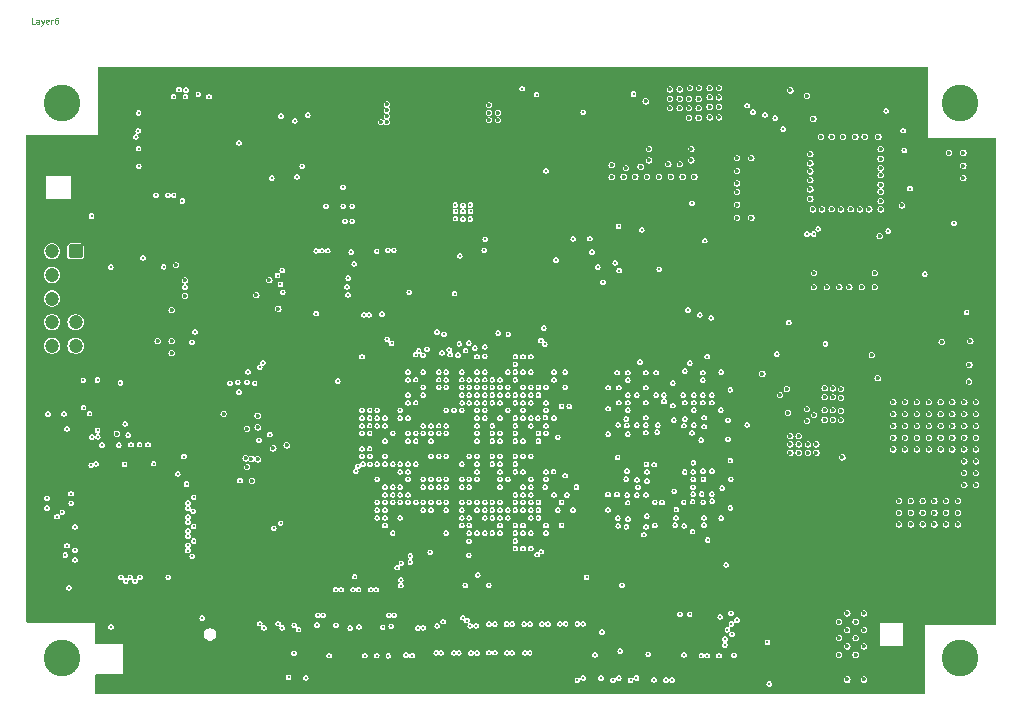
<source format=gbr>
%TF.GenerationSoftware,KiCad,Pcbnew,8.99.0-2767-g6be6680d8c*%
%TF.CreationDate,2024-10-27T19:28:17+01:00*%
%TF.ProjectId,SBC,5342432e-6b69-4636-9164-5f7063625858,rev?*%
%TF.SameCoordinates,Original*%
%TF.FileFunction,Copper,L6,Inr*%
%TF.FilePolarity,Positive*%
%FSLAX46Y46*%
G04 Gerber Fmt 4.6, Leading zero omitted, Abs format (unit mm)*
G04 Created by KiCad (PCBNEW 8.99.0-2767-g6be6680d8c) date 2024-10-27 19:28:17*
%MOMM*%
%LPD*%
G01*
G04 APERTURE LIST*
G04 Aperture macros list*
%AMRoundRect*
0 Rectangle with rounded corners*
0 $1 Rounding radius*
0 $2 $3 $4 $5 $6 $7 $8 $9 X,Y pos of 4 corners*
0 Add a 4 corners polygon primitive as box body*
4,1,4,$2,$3,$4,$5,$6,$7,$8,$9,$2,$3,0*
0 Add four circle primitives for the rounded corners*
1,1,$1+$1,$2,$3*
1,1,$1+$1,$4,$5*
1,1,$1+$1,$6,$7*
1,1,$1+$1,$8,$9*
0 Add four rect primitives between the rounded corners*
20,1,$1+$1,$2,$3,$4,$5,0*
20,1,$1+$1,$4,$5,$6,$7,0*
20,1,$1+$1,$6,$7,$8,$9,0*
20,1,$1+$1,$8,$9,$2,$3,0*%
G04 Aperture macros list end*
%ADD10C,0.100000*%
%TA.AperFunction,NonConductor*%
%ADD11C,0.100000*%
%TD*%
%TA.AperFunction,ComponentPad*%
%ADD12RoundRect,0.250000X-0.350000X0.350000X-0.350000X-0.350000X0.350000X-0.350000X0.350000X0.350000X0*%
%TD*%
%TA.AperFunction,ComponentPad*%
%ADD13C,1.200000*%
%TD*%
%TA.AperFunction,ComponentPad*%
%ADD14C,0.300000*%
%TD*%
%TA.AperFunction,ComponentPad*%
%ADD15C,3.100000*%
%TD*%
%TA.AperFunction,ComponentPad*%
%ADD16C,0.500000*%
%TD*%
%TA.AperFunction,ViaPad*%
%ADD17C,0.800000*%
%TD*%
%TA.AperFunction,ViaPad*%
%ADD18C,0.300000*%
%TD*%
%TA.AperFunction,ViaPad*%
%ADD19C,0.360000*%
%TD*%
G04 APERTURE END LIST*
D10*
D11*
X59200412Y-74851623D02*
X58962317Y-74851623D01*
X58962317Y-74851623D02*
X58962317Y-74351623D01*
X59581365Y-74851623D02*
X59581365Y-74589718D01*
X59581365Y-74589718D02*
X59557555Y-74542099D01*
X59557555Y-74542099D02*
X59509936Y-74518290D01*
X59509936Y-74518290D02*
X59414698Y-74518290D01*
X59414698Y-74518290D02*
X59367079Y-74542099D01*
X59581365Y-74827814D02*
X59533746Y-74851623D01*
X59533746Y-74851623D02*
X59414698Y-74851623D01*
X59414698Y-74851623D02*
X59367079Y-74827814D01*
X59367079Y-74827814D02*
X59343270Y-74780194D01*
X59343270Y-74780194D02*
X59343270Y-74732575D01*
X59343270Y-74732575D02*
X59367079Y-74684956D01*
X59367079Y-74684956D02*
X59414698Y-74661147D01*
X59414698Y-74661147D02*
X59533746Y-74661147D01*
X59533746Y-74661147D02*
X59581365Y-74637337D01*
X59771841Y-74518290D02*
X59890889Y-74851623D01*
X60009936Y-74518290D02*
X59890889Y-74851623D01*
X59890889Y-74851623D02*
X59843270Y-74970671D01*
X59843270Y-74970671D02*
X59819460Y-74994480D01*
X59819460Y-74994480D02*
X59771841Y-75018290D01*
X60390888Y-74827814D02*
X60343269Y-74851623D01*
X60343269Y-74851623D02*
X60248031Y-74851623D01*
X60248031Y-74851623D02*
X60200412Y-74827814D01*
X60200412Y-74827814D02*
X60176603Y-74780194D01*
X60176603Y-74780194D02*
X60176603Y-74589718D01*
X60176603Y-74589718D02*
X60200412Y-74542099D01*
X60200412Y-74542099D02*
X60248031Y-74518290D01*
X60248031Y-74518290D02*
X60343269Y-74518290D01*
X60343269Y-74518290D02*
X60390888Y-74542099D01*
X60390888Y-74542099D02*
X60414698Y-74589718D01*
X60414698Y-74589718D02*
X60414698Y-74637337D01*
X60414698Y-74637337D02*
X60176603Y-74684956D01*
X60628983Y-74851623D02*
X60628983Y-74518290D01*
X60628983Y-74613528D02*
X60652793Y-74565909D01*
X60652793Y-74565909D02*
X60676602Y-74542099D01*
X60676602Y-74542099D02*
X60724221Y-74518290D01*
X60724221Y-74518290D02*
X60771840Y-74518290D01*
X61152793Y-74351623D02*
X61057555Y-74351623D01*
X61057555Y-74351623D02*
X61009936Y-74375433D01*
X61009936Y-74375433D02*
X60986126Y-74399242D01*
X60986126Y-74399242D02*
X60938507Y-74470671D01*
X60938507Y-74470671D02*
X60914698Y-74565909D01*
X60914698Y-74565909D02*
X60914698Y-74756385D01*
X60914698Y-74756385D02*
X60938507Y-74804004D01*
X60938507Y-74804004D02*
X60962317Y-74827814D01*
X60962317Y-74827814D02*
X61009936Y-74851623D01*
X61009936Y-74851623D02*
X61105174Y-74851623D01*
X61105174Y-74851623D02*
X61152793Y-74827814D01*
X61152793Y-74827814D02*
X61176602Y-74804004D01*
X61176602Y-74804004D02*
X61200412Y-74756385D01*
X61200412Y-74756385D02*
X61200412Y-74637337D01*
X61200412Y-74637337D02*
X61176602Y-74589718D01*
X61176602Y-74589718D02*
X61152793Y-74565909D01*
X61152793Y-74565909D02*
X61105174Y-74542099D01*
X61105174Y-74542099D02*
X61009936Y-74542099D01*
X61009936Y-74542099D02*
X60962317Y-74565909D01*
X60962317Y-74565909D02*
X60938507Y-74589718D01*
X60938507Y-74589718D02*
X60914698Y-74637337D01*
D12*
%TO.N,Net-(J2-Pin_1)*%
%TO.C,J2*%
X62677481Y-94118014D03*
D13*
%TO.N,JTAG_TMS*%
X60677481Y-94118014D03*
%TO.N,GND*%
X62677481Y-96118014D03*
%TO.N,JTAG_TCK*%
X60677481Y-96118014D03*
%TO.N,GND*%
X62677481Y-98118014D03*
%TO.N,JTAG_TDO*%
X60677481Y-98118014D03*
%TO.N,Net-(J2-Pin_7)*%
X62677481Y-100118014D03*
%TO.N,JTAG_TDI*%
X60677481Y-100118014D03*
%TO.N,Net-(J2-Pin_9)*%
X62677481Y-102118014D03*
%TO.N,Net-(D9-K)*%
X60677481Y-102118014D03*
%TD*%
D14*
%TO.N,GND*%
%TO.C,U6*%
X68751281Y-105159014D03*
X69251281Y-105159014D03*
X69751281Y-105159014D03*
X68751281Y-104159014D03*
X69251281Y-104159014D03*
X69751281Y-104159014D03*
%TD*%
D15*
%TO.N,Net-(C290-Pad1)*%
%TO.C,H3*%
X61565481Y-81545014D03*
%TD*%
%TO.N,Net-(C288-Pad1)*%
%TO.C,H1*%
X137565481Y-81545014D03*
%TD*%
%TO.N,Net-(C289-Pad1)*%
%TO.C,H2*%
X61565481Y-128545014D03*
%TD*%
D16*
%TO.N,GND*%
%TO.C,U1*%
X125893462Y-85120028D03*
X125893462Y-86295028D03*
X125893462Y-87470028D03*
X125893462Y-88645028D03*
X125893462Y-89820028D03*
X126893462Y-85120028D03*
X126893462Y-86295028D03*
X126893462Y-87470028D03*
X126893462Y-88645028D03*
X126893462Y-89820028D03*
X127893462Y-85120028D03*
X127893462Y-86295028D03*
X127893462Y-87470028D03*
X127893462Y-88645028D03*
X127893462Y-89820028D03*
X128893462Y-85120028D03*
X128893462Y-86295028D03*
X128893462Y-87470028D03*
X128893462Y-88645028D03*
X128893462Y-89820028D03*
X129893462Y-85120028D03*
X129893462Y-86295028D03*
X129893462Y-87470028D03*
X129893462Y-88645028D03*
X129893462Y-89820028D03*
%TD*%
D15*
%TO.N,Net-(C291-Pad1)*%
%TO.C,H4*%
X137565481Y-128545014D03*
%TD*%
D17*
%TO.N,GND*%
X122880481Y-112736014D03*
D18*
X77977481Y-81218014D03*
X140318681Y-120409414D03*
X58693462Y-96720028D03*
X114895000Y-110101400D03*
D19*
X128885481Y-98766014D03*
X116543462Y-92057528D03*
D18*
X79125481Y-116746014D03*
D19*
X102650481Y-88857014D03*
X65120000Y-83430400D03*
D18*
X68620000Y-115692900D03*
D19*
X64970216Y-82503204D03*
D18*
X96020000Y-108880400D03*
X104693462Y-78720028D03*
D19*
X129893462Y-110220028D03*
D18*
X72685081Y-131376614D03*
X58683081Y-92902214D03*
X140343462Y-108370028D03*
D19*
X126443462Y-80370028D03*
D18*
X58693462Y-101720028D03*
X92770000Y-112780400D03*
D17*
X114665481Y-122457014D03*
D19*
X79090181Y-95269314D03*
D18*
X71693462Y-78720028D03*
X62120000Y-84630400D03*
X83611081Y-95876214D03*
X97165481Y-130179514D03*
X111776400Y-106730000D03*
X72300000Y-121712900D03*
X140343462Y-104370028D03*
D19*
X130193462Y-99420028D03*
D18*
X117435000Y-105148400D03*
X65377481Y-84618014D03*
D19*
X79832321Y-85458099D03*
X134818462Y-90225028D03*
D18*
X140318681Y-114409414D03*
X89520000Y-111480400D03*
X103495000Y-105955400D03*
X91470000Y-107580400D03*
X101220000Y-104980400D03*
D17*
X125165481Y-124900514D03*
D18*
X78600000Y-106225000D03*
D17*
X137365481Y-120520028D03*
D18*
X100570000Y-108880400D03*
X90043481Y-91196014D03*
X113420000Y-113980400D03*
D19*
X59515481Y-125070014D03*
X135870000Y-90470400D03*
D18*
X113420000Y-115230400D03*
X113670000Y-128430900D03*
X96020000Y-116030400D03*
D19*
X85728981Y-81410014D03*
D18*
X140318681Y-117409414D03*
X99270000Y-110180400D03*
X140318681Y-122409414D03*
X92120000Y-108230400D03*
X140343462Y-101415014D03*
X140320000Y-85230400D03*
X129693462Y-131370028D03*
X82677481Y-92212014D03*
X140320000Y-89430400D03*
X79600000Y-106225000D03*
X58693462Y-97720028D03*
X88693462Y-131370028D03*
X99270000Y-111480400D03*
X76777481Y-83218014D03*
X106165481Y-128346014D03*
X67320000Y-118292900D03*
X96020000Y-107580400D03*
D19*
X72202481Y-83873014D03*
X135890481Y-123770014D03*
X67249481Y-90392014D03*
D18*
X65227481Y-103668014D03*
D17*
X122880481Y-119721014D03*
D19*
X129243462Y-99420028D03*
D18*
X90693462Y-78720028D03*
D19*
X70932481Y-85143014D03*
X64715481Y-125720014D03*
D18*
X97320000Y-113430400D03*
X58683081Y-93902214D03*
X91693462Y-78720028D03*
X66020000Y-115692900D03*
X138843462Y-120720028D03*
X97320000Y-109530400D03*
X132749481Y-80475014D03*
X92871481Y-95198014D03*
X58693462Y-122720028D03*
X58693462Y-98720028D03*
X122693462Y-78720028D03*
D19*
X85565481Y-84830900D03*
D18*
X99465481Y-100345014D03*
X77977481Y-85218014D03*
X97320000Y-112130400D03*
X58693462Y-117720028D03*
X86693462Y-131370028D03*
D19*
X124855962Y-98820028D03*
X134436481Y-78782014D03*
D17*
X137365481Y-122395014D03*
D18*
X65720000Y-121730400D03*
X114133000Y-105529400D03*
X80693462Y-131370028D03*
X111920000Y-116530400D03*
X110196000Y-109593400D03*
X95365481Y-93095014D03*
X140320000Y-86230400D03*
X100165481Y-130179514D03*
D19*
X128343462Y-80370028D03*
D18*
X65444481Y-85905014D03*
X92120000Y-117930400D03*
X116693462Y-131370028D03*
D19*
X64715481Y-131245014D03*
D17*
X111665481Y-125233014D03*
D18*
X88220000Y-114080400D03*
D19*
X137160191Y-84971449D03*
D18*
X123693462Y-78720028D03*
X95693462Y-78720028D03*
D19*
X64986726Y-81372269D03*
D18*
X87693462Y-131370028D03*
X131693462Y-131370028D03*
X109149481Y-98001014D03*
X58693462Y-120720028D03*
X101220000Y-103680400D03*
D19*
X67790481Y-128545014D03*
D18*
X127693462Y-131370028D03*
X90820000Y-114080400D03*
X115784000Y-107561400D03*
X106191681Y-124832214D03*
X92770000Y-108230400D03*
D17*
X115165481Y-130745014D03*
D19*
X117043462Y-90607528D03*
X124878462Y-106733429D03*
D18*
X85565481Y-87860014D03*
D19*
X136825000Y-90470400D03*
D18*
X96020000Y-104330400D03*
X138843462Y-121720028D03*
X119693462Y-131370028D03*
X133840481Y-94970014D03*
X58683081Y-90902214D03*
X90170000Y-106930400D03*
X107665481Y-130146014D03*
D19*
X128893462Y-110220028D03*
D18*
X101930500Y-113435280D03*
D19*
X85982981Y-82807014D03*
D18*
X81985481Y-97501814D03*
X63153481Y-84666014D03*
X101870000Y-108880400D03*
X99270000Y-114730400D03*
X108545000Y-109466400D03*
D19*
X72227481Y-85168014D03*
D18*
X129621481Y-78747814D03*
D19*
X127393462Y-80370028D03*
D18*
X132693462Y-131370028D03*
X130693462Y-131370028D03*
X68620000Y-116992900D03*
X92762384Y-104976717D03*
X140343462Y-107370028D03*
X114903881Y-115866014D03*
X140343462Y-112370028D03*
X85693462Y-78720028D03*
X90163035Y-124848460D03*
D19*
X85677481Y-82118014D03*
D18*
X102520000Y-116030400D03*
X114937279Y-105665169D03*
X103143681Y-103230400D03*
D17*
X131365481Y-129395014D03*
D18*
X125621481Y-78747814D03*
X77944481Y-92635014D03*
X118693462Y-131370028D03*
D19*
X117043462Y-87757528D03*
D18*
X114693462Y-78720028D03*
X87165481Y-124846014D03*
X89122881Y-97501814D03*
X79693462Y-78720028D03*
D19*
X126255962Y-99320028D03*
D18*
X102720000Y-119230400D03*
X89520000Y-117330400D03*
X72577481Y-92618014D03*
D17*
X123093462Y-126470028D03*
D18*
X108672000Y-107561400D03*
D19*
X73472481Y-86540014D03*
D18*
X140343462Y-105370028D03*
X58693462Y-107720028D03*
X87420000Y-118780400D03*
X99920000Y-107580400D03*
X117693462Y-78720028D03*
D19*
X91697981Y-88268014D03*
D18*
X103693462Y-131370028D03*
X85846281Y-104131214D03*
X140343462Y-90370028D03*
X109693462Y-131370028D03*
X98665481Y-125230014D03*
D17*
X99358481Y-96223014D03*
D18*
X67320000Y-115792900D03*
X69412481Y-93895014D03*
X140320000Y-88630400D03*
X96670000Y-117330400D03*
D19*
X77100000Y-113525000D03*
X124878462Y-105896627D03*
D18*
X72693462Y-78720028D03*
X94070000Y-114730400D03*
X140318681Y-123409414D03*
D19*
X65690481Y-126695014D03*
X129893462Y-106820028D03*
D18*
X117165481Y-122946014D03*
D19*
X93221981Y-89030014D03*
D18*
X92120000Y-112130400D03*
X91470000Y-104330400D03*
X97320000Y-111480400D03*
X95370000Y-109530400D03*
X140343462Y-92370028D03*
X109327626Y-103711393D03*
D19*
X131818462Y-80965028D03*
D18*
X103165481Y-128290514D03*
D19*
X101253481Y-87841014D03*
X126893462Y-81070028D03*
D18*
X102076286Y-85275614D03*
X115670000Y-114080400D03*
D17*
X121610481Y-115911014D03*
D18*
X96693462Y-131370028D03*
X117611081Y-94613814D03*
X89693462Y-78720028D03*
D19*
X64715481Y-130270014D03*
D18*
X96020000Y-110180400D03*
D19*
X61313481Y-86699014D03*
X124893462Y-106320028D03*
D18*
X97320000Y-114730400D03*
X117420000Y-112480400D03*
X121665481Y-122946014D03*
D19*
X131205962Y-94570028D03*
D18*
X68693462Y-78720028D03*
D19*
X122927481Y-106768014D03*
D18*
X110255681Y-112792614D03*
D19*
X128655962Y-82920028D03*
D18*
X58693462Y-95720028D03*
X71177481Y-92618014D03*
X114265481Y-93065014D03*
X94865481Y-99295014D03*
X92693462Y-131370028D03*
X86770000Y-118080400D03*
X66020000Y-117092900D03*
D19*
X134847962Y-89325028D03*
D18*
X99920000Y-105630400D03*
X86693462Y-78720028D03*
X115770000Y-112130400D03*
D19*
X124243462Y-106720028D03*
D18*
X90170000Y-108880400D03*
X109470000Y-114030400D03*
X99270000Y-108880400D03*
X104915481Y-98096014D03*
D19*
X70932481Y-86413014D03*
D18*
X107805481Y-82745014D03*
D19*
X132622481Y-82507014D03*
X73527281Y-98187614D03*
D18*
X99270000Y-117980400D03*
X58693462Y-102720028D03*
X80277481Y-88212014D03*
D19*
X130693462Y-98770028D03*
D18*
X81883881Y-95749214D03*
D19*
X84339551Y-88405134D03*
D18*
X130138591Y-80221514D03*
D19*
X128793462Y-81070028D03*
X75251687Y-112374401D03*
X127893462Y-81070028D03*
D18*
X58693462Y-116720028D03*
X106714481Y-84784014D03*
X107783000Y-105021400D03*
X91665481Y-124846014D03*
X119315481Y-98195014D03*
D19*
X129393462Y-109620028D03*
D18*
X105030562Y-81272095D03*
X140343462Y-100415014D03*
X97970000Y-114080400D03*
D19*
X107476481Y-92774514D03*
X135971471Y-84971449D03*
D18*
X97970000Y-113430400D03*
X79100000Y-106225000D03*
X113371000Y-107815400D03*
X92665481Y-130141495D03*
X58693462Y-112720028D03*
D19*
X131143462Y-99420028D03*
D18*
X87570000Y-103030400D03*
D19*
X66377481Y-85418014D03*
D18*
X95370000Y-110180400D03*
X89693462Y-131370028D03*
D19*
X117043462Y-89707528D03*
D18*
X117370000Y-113630400D03*
X103320000Y-118830400D03*
X104693462Y-131370028D03*
X95693462Y-131370028D03*
D19*
X138720000Y-90470400D03*
D17*
X125165481Y-130516014D03*
D18*
X116546000Y-109466400D03*
D19*
X129693462Y-98770028D03*
X134265481Y-131245014D03*
D17*
X133365481Y-129395014D03*
D19*
X93221981Y-89665014D03*
X124355962Y-99370028D03*
D18*
X124693462Y-131370028D03*
X95265481Y-101145014D03*
D19*
X95472286Y-84285014D03*
D18*
X92025481Y-101145014D03*
X140318681Y-121409414D03*
X86165481Y-128346014D03*
X116673000Y-107688400D03*
X87665481Y-128335014D03*
X88870000Y-112780400D03*
X100570000Y-103680400D03*
X58693462Y-99720028D03*
D17*
X133365481Y-122395014D03*
D18*
X94070000Y-110180400D03*
X82477481Y-81818014D03*
X76693462Y-131370028D03*
X94165481Y-128369014D03*
D19*
X65003236Y-79779054D03*
D18*
X58683081Y-91902214D03*
D17*
X122880481Y-117816014D03*
D18*
X123693462Y-131370028D03*
X104665481Y-128346014D03*
D19*
X125755962Y-98820028D03*
D18*
X100175481Y-124965014D03*
D19*
X76402681Y-95936814D03*
X72202481Y-86413014D03*
D18*
X113693462Y-131370028D03*
X77165481Y-128346014D03*
D17*
X122783992Y-130606543D03*
D18*
X140343462Y-93370028D03*
X58835481Y-87841014D03*
D19*
X92436481Y-85855014D03*
X129893462Y-107820028D03*
D18*
X58693462Y-100720028D03*
X117693462Y-131370028D03*
X105693462Y-78720028D03*
X140343462Y-110370028D03*
D19*
X65882500Y-124890400D03*
X94903481Y-84666014D03*
D18*
X103155481Y-125016014D03*
X138843462Y-119720028D03*
X70685081Y-131376614D03*
X83693462Y-131370028D03*
X99270000Y-117330400D03*
X93693462Y-131370028D03*
X140343462Y-102370028D03*
X105376567Y-95098792D03*
D19*
X73599481Y-83873014D03*
D18*
X100570000Y-113430400D03*
X100693462Y-131370028D03*
X94693462Y-131370028D03*
X140265481Y-98545014D03*
X120693462Y-131370028D03*
X58693462Y-119720028D03*
X101220000Y-118630400D03*
D19*
X139611926Y-85053999D03*
X126755962Y-98820028D03*
D18*
X116665481Y-130146014D03*
X109590481Y-86045014D03*
D19*
X138505756Y-85020979D03*
D18*
X138843462Y-123720028D03*
D19*
X129893462Y-108820028D03*
D18*
X58693462Y-109720028D03*
X94070000Y-112780400D03*
D19*
X117043462Y-85857528D03*
D18*
X83693462Y-78720028D03*
X67458329Y-98660965D03*
X108672000Y-106291400D03*
D19*
X86315481Y-84331014D03*
X133615481Y-78782014D03*
D18*
X68620000Y-118292900D03*
X107665481Y-124845014D03*
D19*
X120565481Y-85577528D03*
D18*
X94693462Y-78720028D03*
X140343462Y-113370028D03*
X87693462Y-78720028D03*
X58693462Y-103720028D03*
D17*
X135365481Y-122395014D03*
D18*
X77977481Y-91618014D03*
D17*
X131365481Y-120520028D03*
D18*
X101665481Y-128290514D03*
D19*
X102650481Y-89365014D03*
X116543462Y-91107528D03*
X116493462Y-89207528D03*
D18*
X109265481Y-98918014D03*
X120693462Y-78720028D03*
D19*
X64715481Y-126695014D03*
D18*
X75693462Y-131370028D03*
D19*
X67315481Y-127345014D03*
X77546846Y-108071846D03*
D18*
X102520000Y-114730400D03*
X140318681Y-116409414D03*
D19*
X84323041Y-87629164D03*
D18*
X92490481Y-100151014D03*
X77693462Y-78720028D03*
X82693462Y-131370028D03*
X98693462Y-131370028D03*
X92120000Y-114730400D03*
X81693462Y-78720028D03*
X131621481Y-78747814D03*
D19*
X65003236Y-78887514D03*
X117043462Y-86757528D03*
D18*
X109645481Y-91727028D03*
X115784000Y-103624400D03*
X75693462Y-78720028D03*
X97693462Y-131370028D03*
X140318681Y-119409414D03*
X108693462Y-131370028D03*
D19*
X128185481Y-99416014D03*
D18*
X108693462Y-78720028D03*
X62640000Y-110292900D03*
D19*
X94903481Y-85555014D03*
D18*
X93420000Y-110180400D03*
X67320000Y-116992900D03*
X87573481Y-97502314D03*
X86920000Y-103680400D03*
X140343462Y-103370028D03*
D19*
X134315481Y-128495014D03*
X102650481Y-90889014D03*
D18*
X94070000Y-108230400D03*
D19*
X132505962Y-89220028D03*
D18*
X110693462Y-131370028D03*
X140343462Y-109370028D03*
X101693462Y-131370028D03*
X88250981Y-111492900D03*
D19*
X61313481Y-90699014D03*
D18*
X102693462Y-131370028D03*
D19*
X63415481Y-125070014D03*
X128893462Y-111570028D03*
D17*
X121610481Y-119721014D03*
D19*
X123255962Y-90720028D03*
X65427481Y-92768014D03*
D18*
X64320000Y-84630400D03*
X97320000Y-110180400D03*
D19*
X134265481Y-123770014D03*
X86565481Y-83188014D03*
X137780000Y-90470400D03*
X73552681Y-95936814D03*
X124893462Y-105470028D03*
X67315481Y-129945014D03*
D18*
X91470000Y-114080400D03*
X90820000Y-111480400D03*
D17*
X96808481Y-98623014D03*
D18*
X73693462Y-78720028D03*
D19*
X116543462Y-88207528D03*
D18*
X96565481Y-94495014D03*
X90170000Y-104980400D03*
X97970000Y-104330400D03*
X108626800Y-112216400D03*
D19*
X70932481Y-83873014D03*
D18*
X77977481Y-87218014D03*
X111855881Y-105020214D03*
X90170000Y-106280400D03*
X115055481Y-111486014D03*
X78693462Y-131370028D03*
D19*
X121193462Y-80497528D03*
X134465962Y-84630028D03*
X134465962Y-83680028D03*
X76402681Y-98236814D03*
D18*
X78665481Y-128346014D03*
D19*
X129893462Y-111570028D03*
D18*
X115870000Y-115917273D03*
X99693462Y-78720028D03*
X138065481Y-96045014D03*
D19*
X81252181Y-84789444D03*
D18*
X66693462Y-78720028D03*
D19*
X94456286Y-81821214D03*
D17*
X135365481Y-120520028D03*
D19*
X130755962Y-94570028D03*
D18*
X140343462Y-111370028D03*
D19*
X121365481Y-110570014D03*
D18*
X58693462Y-114720028D03*
D19*
X95472286Y-85809014D03*
D18*
X140265481Y-99445014D03*
X138843462Y-122720028D03*
X103693462Y-78720028D03*
X88665481Y-124846014D03*
D19*
X65427481Y-90568014D03*
D18*
X92770000Y-114730400D03*
X67693462Y-78720028D03*
D19*
X62440481Y-125070014D03*
D18*
X70693462Y-78720028D03*
X69693462Y-78720028D03*
X115693462Y-78720028D03*
X83165481Y-128346014D03*
X101220000Y-117330400D03*
X105693462Y-131370028D03*
X112693462Y-78720028D03*
D19*
X124643462Y-92050028D03*
D18*
X61970281Y-106264814D03*
X99270000Y-112130400D03*
X74693462Y-78720028D03*
X66020000Y-118292900D03*
X93420000Y-108230400D03*
D17*
X119855481Y-127755014D03*
X133365481Y-124395014D03*
X75590481Y-122345014D03*
D18*
X98693462Y-78720028D03*
D19*
X66417481Y-87018014D03*
D18*
X92770000Y-107580400D03*
D19*
X83794721Y-86869704D03*
D18*
X92120000Y-106930400D03*
X76619481Y-92635014D03*
D19*
X133290481Y-79713014D03*
D18*
X99270000Y-103030400D03*
X67685081Y-131376614D03*
X96670000Y-114730400D03*
D17*
X74523872Y-129442223D03*
D18*
X106693462Y-131370028D03*
X108620000Y-115430400D03*
X89046681Y-95698414D03*
D19*
X122865353Y-104250528D03*
D18*
X58693462Y-104720028D03*
D19*
X116543462Y-87257528D03*
D18*
X83560281Y-97501814D03*
X88870000Y-109530400D03*
X111847000Y-107942400D03*
X107620000Y-116380400D03*
X111565481Y-97845014D03*
X122693462Y-131370028D03*
X60420000Y-106018462D03*
D19*
X85601981Y-85601014D03*
D18*
X136865481Y-98745014D03*
X140343462Y-94370028D03*
X116693462Y-78720028D03*
X93420000Y-114730400D03*
X120955481Y-106235014D03*
X113693462Y-78720028D03*
D17*
X120165481Y-130745014D03*
D18*
X93420000Y-112780400D03*
X114693462Y-131370028D03*
X100570000Y-109530400D03*
X101220000Y-112130400D03*
X99693462Y-131370028D03*
D19*
X80567016Y-85474609D03*
D18*
X89520000Y-107580400D03*
D19*
X128393462Y-109620028D03*
X131705962Y-94570028D03*
D18*
X98665481Y-130195014D03*
D19*
X72400881Y-99000414D03*
D18*
X68685081Y-131376614D03*
D17*
X80165481Y-122345014D03*
D18*
X99270000Y-103680400D03*
D19*
X73242500Y-122730400D03*
X65690481Y-131245014D03*
D18*
X97970000Y-114730400D03*
X100693462Y-78720028D03*
X65377481Y-87418014D03*
X140343462Y-106370028D03*
X109165481Y-130146014D03*
X101693462Y-78720028D03*
X96020000Y-112780400D03*
X77977481Y-80018014D03*
X117434996Y-108958400D03*
X97970000Y-107580400D03*
X92120000Y-111480400D03*
D17*
X133365481Y-120520028D03*
D19*
X116493462Y-85357528D03*
D18*
X112165481Y-130146014D03*
X139643462Y-115870028D03*
X97970000Y-117330400D03*
D19*
X74952681Y-97174314D03*
X63920000Y-123952900D03*
X61375481Y-84920014D03*
D18*
X83539924Y-93381971D03*
X130621481Y-78747814D03*
D19*
X134493826Y-82618774D03*
D18*
X58693462Y-110720028D03*
D19*
X65427481Y-91618014D03*
D18*
X100570000Y-116680400D03*
X101220000Y-107580400D03*
X80588481Y-106214014D03*
X95370000Y-117980400D03*
D17*
X121610481Y-117816014D03*
D18*
X99920000Y-114080400D03*
X99270000Y-115380400D03*
D19*
X79620000Y-109730400D03*
D18*
X90693462Y-131370028D03*
X102693462Y-78720028D03*
D17*
X131365481Y-124395014D03*
D18*
X131138591Y-80221514D03*
X140320000Y-87830400D03*
D19*
X116543462Y-90157528D03*
D18*
X58693462Y-115720028D03*
D19*
X72831281Y-99838614D03*
D18*
X140343462Y-95370028D03*
D19*
X127593462Y-110220028D03*
D18*
X107693462Y-78720028D03*
D19*
X78100000Y-113525000D03*
D18*
X84665481Y-128346014D03*
X91693462Y-131370028D03*
D19*
X125305962Y-99320028D03*
D18*
X82693462Y-78720028D03*
X58683081Y-88902214D03*
X99920000Y-116680400D03*
D19*
X122880000Y-93030400D03*
D18*
X109693462Y-78720028D03*
X111693462Y-78720028D03*
D19*
X102650481Y-90381014D03*
D18*
X117308000Y-106926400D03*
X69685081Y-131376614D03*
D19*
X129293462Y-80370028D03*
D18*
X121693462Y-78720028D03*
X126621481Y-78747814D03*
X128621481Y-78747814D03*
D19*
X93221981Y-91189014D03*
D17*
X122295481Y-127475014D03*
D18*
X88693462Y-78720028D03*
X121693462Y-131370028D03*
X87497281Y-95901614D03*
X85665481Y-124846014D03*
X102520000Y-111480400D03*
X100570000Y-118630400D03*
X77693462Y-131370028D03*
X93693462Y-78720028D03*
X109149481Y-97051014D03*
X61248481Y-85809014D03*
X140318681Y-115409414D03*
X91470000Y-108230400D03*
D19*
X129293462Y-107320028D03*
D18*
X140320000Y-87030400D03*
X133693462Y-131370028D03*
D19*
X116543462Y-86307528D03*
D18*
X102515481Y-85445014D03*
X70245481Y-89835014D03*
X77977481Y-84418014D03*
X80693462Y-78720028D03*
X70657081Y-97374814D03*
X124621481Y-78747814D03*
X107693462Y-131370028D03*
X101665481Y-124946014D03*
D17*
X81665481Y-122345014D03*
D18*
X66450000Y-101120000D03*
X138843462Y-117720028D03*
D19*
X94837286Y-80932214D03*
D18*
X127621481Y-78747814D03*
X111693462Y-131370028D03*
D17*
X131365481Y-122395014D03*
D19*
X80700000Y-111425000D03*
D18*
X78693462Y-78720028D03*
X138065481Y-93545014D03*
X76693462Y-78720028D03*
X107275000Y-107307400D03*
X93477481Y-125143014D03*
X89520000Y-112780400D03*
D19*
X70885681Y-110201814D03*
X93221981Y-90681014D03*
D18*
X79693462Y-131370028D03*
X71685081Y-131376614D03*
X140265481Y-97545014D03*
X84693462Y-131370028D03*
D17*
X122880481Y-115911014D03*
D18*
X58693462Y-113720028D03*
X97693462Y-78720028D03*
X115693462Y-131370028D03*
X90170000Y-111480400D03*
D19*
X133638481Y-82507014D03*
D18*
X58693462Y-121720028D03*
D19*
X129293462Y-108320028D03*
D18*
X140318681Y-118409414D03*
X113303000Y-106374200D03*
X132621481Y-78747814D03*
X110204881Y-105655214D03*
X110665481Y-130146014D03*
D19*
X134365481Y-124545014D03*
D18*
X91470000Y-113430400D03*
X58683081Y-94902214D03*
X95052481Y-125168014D03*
X112693462Y-131370028D03*
X58683081Y-89902214D03*
X92120000Y-107580400D03*
D17*
X77165481Y-122345014D03*
D18*
X58693462Y-111720028D03*
X106693462Y-78720028D03*
X96693462Y-78720028D03*
X92120000Y-110180400D03*
X90165481Y-130125514D03*
D19*
X94837286Y-82583214D03*
D18*
X115657000Y-109466400D03*
D19*
X129293462Y-106320028D03*
D18*
X81665481Y-128346014D03*
X110196000Y-108196400D03*
X110693462Y-78720028D03*
X62945000Y-106308462D03*
D19*
X134019481Y-79713014D03*
D18*
X58693462Y-124720028D03*
D19*
X127205962Y-99320028D03*
D18*
X90170000Y-110180400D03*
D19*
X60490481Y-125070014D03*
D18*
X119693462Y-78720028D03*
X95665481Y-128345014D03*
X80080481Y-106214014D03*
D19*
X73599481Y-85143014D03*
D18*
X58693462Y-123720028D03*
X116420000Y-111530400D03*
D19*
X117043462Y-91607528D03*
D18*
X58693462Y-108720028D03*
X111720000Y-113480400D03*
D19*
X65690481Y-130270014D03*
D18*
X99270000Y-108230400D03*
X99270000Y-112780400D03*
X58693462Y-105720028D03*
D19*
X80650000Y-108375000D03*
D18*
X71062500Y-123040400D03*
X80165481Y-128346014D03*
X95370000Y-112780400D03*
D19*
X103539481Y-93241014D03*
D18*
X84693462Y-78720028D03*
X118693462Y-78720028D03*
X99270000Y-109530400D03*
X111770000Y-114680400D03*
X84165481Y-124846014D03*
D19*
X134893462Y-85277528D03*
D18*
X104665481Y-124919514D03*
D17*
X78665481Y-122345014D03*
D18*
X92693462Y-78720028D03*
X138843462Y-118720028D03*
X117534881Y-100582814D03*
X97320000Y-112780400D03*
X66685081Y-131376614D03*
X77977481Y-90418014D03*
X100570000Y-112130400D03*
X103377481Y-98918014D03*
D19*
X64262481Y-87829014D03*
X129393462Y-110870028D03*
D18*
X74685081Y-131376614D03*
X81693462Y-131370028D03*
X65470000Y-106018462D03*
D17*
X120165481Y-122345014D03*
D18*
X73685081Y-131376614D03*
D19*
X66677481Y-92768014D03*
X95472286Y-85047014D03*
D18*
X108470000Y-113480400D03*
X91470000Y-111480400D03*
X117320000Y-114780400D03*
D19*
X61465481Y-125070014D03*
D18*
X140265481Y-96445014D03*
X95370000Y-108230400D03*
D19*
X95411481Y-83015014D03*
D18*
X58693462Y-118720028D03*
X58693462Y-106720028D03*
X118665481Y-122946014D03*
X77977481Y-86218014D03*
X85693462Y-131370028D03*
D19*
X128393462Y-110870028D03*
D18*
X140343462Y-91370028D03*
%TO.N,GBE0_MDI3_N*%
X72185800Y-119455400D03*
%TO.N,GBE0_MDI3_P*%
X72186800Y-119005400D03*
%TO.N,/IO/LED0*%
X67320000Y-121730400D03*
%TO.N,/IO/LED1*%
X66920000Y-122030400D03*
%TO.N,GBE0_MDI2_N*%
X72186800Y-118255400D03*
%TO.N,GBE0_MDI2_P*%
X72186800Y-117805400D03*
%TO.N,/MPU/VDDA_0P9*%
X97970898Y-108878794D03*
%TO.N,GBE0_MDI1_N*%
X72186800Y-117055400D03*
%TO.N,GBE0_MDI1_P*%
X72186800Y-116605400D03*
%TO.N,GBE0_MDI0_N*%
X72186800Y-115855400D03*
%TO.N,GBE0_MDI0_P*%
X72186800Y-115405400D03*
D19*
%TO.N,/POWER/SIC4020A_VDD*%
X122328462Y-106270028D03*
D18*
X126165481Y-101945014D03*
%TO.N,3.3V_SW*%
X114865481Y-90045014D03*
D19*
X115420981Y-82803014D03*
X137393462Y-116245028D03*
X133918462Y-108895028D03*
X128693462Y-84407528D03*
X134918462Y-110895028D03*
X115420981Y-82003014D03*
X136918462Y-109895028D03*
X133918462Y-106895028D03*
X131918462Y-109895028D03*
X127493462Y-90557528D03*
X130843462Y-85470028D03*
X129493462Y-84407528D03*
X115420981Y-81203014D03*
X138918462Y-112895028D03*
X133393462Y-117245028D03*
X137918462Y-113895028D03*
X137918462Y-110895028D03*
X138918462Y-111895028D03*
X130843462Y-90557528D03*
X134393462Y-116245028D03*
X124893462Y-89670028D03*
X138918462Y-113895028D03*
X113820981Y-81203014D03*
X132918462Y-110895028D03*
X117156481Y-82775014D03*
X123193462Y-80497528D03*
X135918462Y-106895028D03*
X127638838Y-84403766D03*
X135918462Y-107895028D03*
X133918462Y-109895028D03*
X133393462Y-115245028D03*
X138918462Y-109895028D03*
X132393462Y-115245028D03*
X136918462Y-107895028D03*
X116356481Y-81075014D03*
X134918462Y-106895028D03*
X131918462Y-107895028D03*
X135393462Y-117245028D03*
X130843462Y-87057528D03*
X117156481Y-80275014D03*
X122893462Y-105770028D03*
X113820981Y-82003014D03*
X131918462Y-108895028D03*
X136918462Y-110895028D03*
X136393462Y-117245028D03*
X116356481Y-81875014D03*
X113020981Y-80403014D03*
X115467481Y-80275014D03*
X113020981Y-82003014D03*
X137918462Y-109895028D03*
X124893462Y-88070028D03*
D18*
X117765481Y-120645014D03*
D19*
X136918462Y-108895028D03*
X136393462Y-116245028D03*
X131918462Y-110895028D03*
X130843462Y-87670028D03*
X135393462Y-116245028D03*
X129893462Y-90557528D03*
X125793462Y-84420028D03*
X124893462Y-87357528D03*
D18*
X121915481Y-82820014D03*
D19*
X138918462Y-107895028D03*
X114620981Y-81203014D03*
X137918462Y-107895028D03*
X113020981Y-81203014D03*
X134393462Y-115245028D03*
X137918462Y-112895028D03*
X129093462Y-90557528D03*
X117156481Y-81075014D03*
X131918462Y-106895028D03*
X137393462Y-117245028D03*
X137918462Y-108895028D03*
X116356481Y-82775014D03*
D18*
X99270000Y-107580400D03*
D19*
X132393462Y-116245028D03*
X116356481Y-80275014D03*
X117156481Y-81875014D03*
X130840643Y-89870028D03*
X124893462Y-85870028D03*
X114620981Y-82803014D03*
X114705481Y-80275014D03*
D18*
X137065481Y-91745014D03*
D19*
X134918462Y-108895028D03*
X135393462Y-115245028D03*
X120833500Y-104463796D03*
X126693462Y-84407528D03*
D18*
X101703767Y-80847014D03*
D19*
X136393462Y-115245028D03*
X128293462Y-90557528D03*
X126693462Y-90553941D03*
X132918462Y-108895028D03*
X138918462Y-108895028D03*
X135918462Y-110895028D03*
X135918462Y-109895028D03*
X130840643Y-89070028D03*
X136918462Y-106895028D03*
X137393462Y-115245028D03*
X132393462Y-117245028D03*
D18*
X108715481Y-95745014D03*
D19*
X134918462Y-107895028D03*
X133918462Y-107895028D03*
X134393462Y-117245028D03*
X124893462Y-86670028D03*
X130643462Y-84407528D03*
X132918462Y-109895028D03*
D18*
X109915481Y-80795014D03*
D19*
X124893462Y-88870028D03*
X133918462Y-110895028D03*
X125893462Y-90557528D03*
X137918462Y-111895028D03*
X132918462Y-106895028D03*
X138918462Y-110895028D03*
X137918462Y-106895028D03*
X135918462Y-108895028D03*
X130843462Y-86270028D03*
X134918462Y-109895028D03*
X113820981Y-80403014D03*
X130840643Y-88470028D03*
X133393462Y-116245028D03*
X114620981Y-82003014D03*
X125093462Y-90557528D03*
X132918462Y-107895028D03*
X138918462Y-106895028D03*
D18*
%TO.N,VBAT*%
X132749481Y-83895014D03*
X121260000Y-127220000D03*
%TO.N,I2C1_SCL*%
X89520000Y-114730400D03*
X106665481Y-128268014D03*
%TO.N,I2C1_SDA*%
X89520000Y-114080400D03*
X107165481Y-130243014D03*
%TO.N,I2C2_SCL*%
X108665481Y-130243014D03*
X72790681Y-100918014D03*
X86027481Y-94168014D03*
X79777481Y-96168014D03*
X90820000Y-115380400D03*
%TO.N,I2C2_SDA*%
X72537481Y-101818014D03*
X80027481Y-96918014D03*
X108165481Y-130431014D03*
X73404983Y-125168014D03*
X85767481Y-96378014D03*
X90170000Y-115380400D03*
%TO.N,I2C3_SCL*%
X109665481Y-130431014D03*
X90820000Y-114730400D03*
%TO.N,I2C3_SDA*%
X110165481Y-130243014D03*
X90170000Y-114080400D03*
%TO.N,USB1_OC*%
X95450344Y-125143014D03*
X92770000Y-116030400D03*
%TO.N,USB1_PWR_EN*%
X96612550Y-125807945D03*
X93420000Y-115380400D03*
%TO.N,UART2_TXD*%
X88870000Y-115380400D03*
X87165481Y-128346014D03*
%TO.N,UART2_RXD*%
X86664800Y-125907800D03*
%TO.N,UART1_TXD*%
X83132981Y-125762514D03*
%TO.N,UART1_RXD*%
X88220000Y-115380400D03*
X84165481Y-128346014D03*
%TO.N,/IO/ENET_2.5V_A*%
X72649566Y-116134784D03*
X71320000Y-112942900D03*
X71845000Y-111492900D03*
X72670481Y-117415414D03*
X72562081Y-119930014D03*
%TO.N,USB2_RX_N*%
X81556777Y-126147177D03*
%TO.N,USB2_RX_P*%
X81203223Y-125793623D03*
%TO.N,USB2_TX_N*%
X80186777Y-125987177D03*
%TO.N,USB2_TX_P*%
X79833223Y-125633623D03*
%TO.N,USB2_DP*%
X78263223Y-125633623D03*
%TO.N,VDD_1V*%
X64002281Y-112233814D03*
X61690881Y-107865014D03*
X72070000Y-113830400D03*
X61952556Y-109139557D03*
X60344681Y-107890414D03*
%TO.N,UART3_RXD*%
X85938081Y-126009400D03*
%TO.N,UART3_TXD*%
X84718800Y-125780800D03*
%TO.N,UART4_RXD*%
X105165481Y-130431014D03*
X88220000Y-116030400D03*
%TO.N,NVCC_DRAM_1V1*%
X118120000Y-105830400D03*
X100570000Y-112780400D03*
X101220000Y-117980400D03*
X109320000Y-117430400D03*
D19*
X128193462Y-97157528D03*
D18*
X114207000Y-117353000D03*
X113445000Y-117302200D03*
X118120000Y-111830400D03*
D19*
X129243462Y-97157528D03*
D18*
X105087698Y-114076115D03*
X111974000Y-108831400D03*
X115784000Y-104386400D03*
X100570000Y-104330400D03*
X115657000Y-110101400D03*
X101870000Y-110180400D03*
X112487600Y-106831600D03*
X101220000Y-114080400D03*
X101870000Y-116030400D03*
X109434000Y-107561400D03*
X101220000Y-106280400D03*
X114133000Y-106291400D03*
X99920000Y-112130400D03*
X107745100Y-116001529D03*
X111720000Y-117330400D03*
X113370000Y-114430400D03*
X112338481Y-115383414D03*
X117920000Y-110030400D03*
X108630000Y-108791400D03*
X113548400Y-115979600D03*
X111847000Y-104386400D03*
X101220000Y-108880400D03*
X118120000Y-115830400D03*
X114260000Y-104259400D03*
X101870000Y-106280400D03*
X113323912Y-108404900D03*
X101220000Y-108230400D03*
X100570000Y-117980400D03*
X107783000Y-105656400D03*
X110789081Y-118101214D03*
X99920000Y-110180400D03*
X110303200Y-114096000D03*
X109434000Y-104386400D03*
X101220000Y-104330400D03*
X102459381Y-108190191D03*
X110477481Y-103488014D03*
X101220000Y-114730400D03*
X109434000Y-109593400D03*
X115680200Y-114660600D03*
D19*
X130343462Y-95957528D03*
X130343462Y-97157528D03*
D18*
X113244000Y-107180400D03*
X101220000Y-116030400D03*
X99920000Y-111480400D03*
X112482000Y-106291400D03*
D19*
X132648462Y-90220028D03*
D18*
X107783000Y-109593400D03*
X115870000Y-117288414D03*
X118155481Y-113415014D03*
X115784000Y-106926400D03*
X117920000Y-108430400D03*
X108566581Y-111573414D03*
%TO.N,DRAM_DQ21*%
X99920000Y-119280400D03*
X111717800Y-115371800D03*
%TO.N,DRAM_DQ19*%
X103495000Y-116030400D03*
X108525200Y-114705600D03*
%TO.N,DRAM_DQ25*%
X117356600Y-116692600D03*
X99920000Y-117330400D03*
%TO.N,DRAM_DQ24*%
X116188200Y-118572200D03*
X100570000Y-117330400D03*
%TO.N,DRAM_DQ26*%
X99920000Y-117980400D03*
X116594600Y-115270200D03*
%TO.N,DRAM_DQ28*%
X114969000Y-114660600D03*
X100570000Y-114730400D03*
%TO.N,DRAM_DQ27*%
X99920000Y-116030400D03*
X116543800Y-114660600D03*
%TO.N,DRAM_DQ30*%
X100570000Y-115380400D03*
X114912426Y-117855069D03*
%TO.N,DRAM_VREF*%
X133318800Y-88801600D03*
%TO.N,DRAM_DQ15*%
X113244000Y-105275400D03*
X100570000Y-108230400D03*
%TO.N,DRAM_DQ12*%
X100570000Y-107580400D03*
X114260000Y-106926400D03*
%TO.N,DRAM_DQ14*%
X114672000Y-103580400D03*
X100570000Y-106930400D03*
%TO.N,DRAM_DQ11*%
X116546000Y-106926400D03*
X99920000Y-106280400D03*
D19*
%TO.N,Net-(U13-VDDI)*%
X75211268Y-107875000D03*
D18*
%TO.N,DRAM_DQ9*%
X117339000Y-104342400D03*
X99920000Y-104980400D03*
%TO.N,DRAM_DQ10*%
X99920000Y-104330400D03*
X116546000Y-106291400D03*
%TO.N,DRAM_DQ4*%
X99920000Y-103680400D03*
X110958000Y-106926400D03*
%TO.N,DRAM_DQ6*%
X100570000Y-103030400D03*
X110958000Y-105656400D03*
%TO.N,DRAM_DQ22*%
X100570000Y-119280400D03*
X111032000Y-116540200D03*
%TO.N,DRAM_DQ23*%
X110963600Y-117429200D03*
X101220000Y-119280400D03*
%TO.N,DRAM_DQS3_P*%
X101220000Y-116680400D03*
X115832600Y-115371800D03*
%TO.N,DRAM_DM3*%
X100570000Y-116030400D03*
X115870000Y-116679472D03*
%TO.N,DRAMREF*%
X100570000Y-110180400D03*
%TO.N,DRAM_DQ13*%
X101220000Y-106930400D03*
X115022000Y-106926400D03*
%TO.N,DRAM_DM1*%
X100570000Y-106280400D03*
X115784000Y-105021400D03*
%TO.N,DRAM_DQS1_P*%
X101220000Y-105630400D03*
X115784000Y-106291400D03*
%TO.N,DRAM_DQ8*%
X100570000Y-105630400D03*
X116170000Y-103030400D03*
%TO.N,DRAM_DQ7*%
X110958000Y-104386400D03*
X101220000Y-103030400D03*
%TO.N,DRAM_DQS2_N*%
X101761000Y-119791400D03*
X110193800Y-114762200D03*
%TO.N,DRAM_DQS2_P*%
X102116600Y-119537400D03*
X109417100Y-115394300D03*
%TO.N,DRAM_DQS3_N*%
X114918200Y-115321000D03*
X101870000Y-116680400D03*
%TO.N,Net-(U15-VDD1.8_1)*%
X90926281Y-97578014D03*
X85746234Y-97799378D03*
%TO.N,DRAM_nCS0_B*%
X101220000Y-113430400D03*
X111065200Y-112775200D03*
%TO.N,DRAM_CKE0_A*%
X101870000Y-109530400D03*
X110958000Y-109466400D03*
%TO.N,DRAM_DQS1_N*%
X101870000Y-105630400D03*
X115022000Y-106291400D03*
%TO.N,DRAM_DQS0_P*%
X102398564Y-101979764D03*
X109434000Y-106291400D03*
%TO.N,DRAM_DQS0_N*%
X110196000Y-106291400D03*
X102087436Y-101668636D03*
%TO.N,DRAM_DQ16*%
X103820000Y-117330400D03*
X108626800Y-117347200D03*
%TO.N,DRAM_DM2*%
X102520000Y-117330400D03*
X109439600Y-116788400D03*
%TO.N,DRAM_DQ18*%
X104795000Y-116030400D03*
X109388800Y-114756400D03*
%TO.N,PMIC_SCL*%
X90170000Y-114730400D03*
X120020000Y-82330400D03*
%TO.N,DRAM_nCS1_B*%
X110220000Y-113455400D03*
X102449290Y-114080400D03*
%TO.N,DRAM_CKE0_B*%
X111014400Y-112165600D03*
X102520000Y-112780400D03*
%TO.N,DRAM_CA0_A*%
X102520000Y-108880400D03*
X109307000Y-108323400D03*
%TO.N,DRAM_CA2_A*%
X104470000Y-107255400D03*
X114260000Y-108323400D03*
%TO.N,DRAM_DQ3*%
X102520000Y-105630400D03*
X108672000Y-106926400D03*
%TO.N,DRAM_DM0*%
X109434000Y-105021400D03*
X103170000Y-104980400D03*
%TO.N,DRAM_DQ1*%
X108672000Y-105656400D03*
X103170000Y-104330400D03*
%TO.N,DRAM_DQ17*%
X108576000Y-116686800D03*
X102520000Y-117980400D03*
%TO.N,DRAM_CA1_A*%
X102520000Y-109530400D03*
X109338000Y-108863600D03*
%TO.N,DRAM_CKE1_A*%
X103495000Y-109855400D03*
X111921000Y-109428200D03*
%TO.N,DRAM_CA5_A*%
X102520000Y-107580400D03*
X115911000Y-108958400D03*
%TO.N,DRAM_DQ2*%
X109434000Y-106926400D03*
X104145000Y-105630400D03*
%TO.N,DRAM_DQ0*%
X108545000Y-104386400D03*
X104145000Y-104330400D03*
%TO.N,SPI1_MOSI*%
X91637481Y-126000614D03*
%TO.N,SPI2_SSO*%
X88671400Y-125949814D03*
%TO.N,UART4_TXD*%
X105665481Y-130243014D03*
X89520000Y-115380400D03*
%TO.N,Net-(U9A-MIPI_VDD1)*%
X89520000Y-109530400D03*
D19*
%TO.N,Net-(L6-Pad1)*%
X130090000Y-102880000D03*
X126793462Y-106470028D03*
X138430000Y-101700000D03*
X127493462Y-108420028D03*
X127493462Y-106520028D03*
X126793462Y-108370028D03*
X126093462Y-105720028D03*
X126793462Y-105720028D03*
X138310000Y-105140000D03*
X126093462Y-108370028D03*
X138350000Y-103720000D03*
X126093462Y-106470028D03*
X127493462Y-107620028D03*
X130580000Y-104870000D03*
X136010000Y-101780000D03*
X126093462Y-107570028D03*
X127493462Y-105770028D03*
X126793462Y-107570028D03*
D18*
%TO.N,SPI1_MISO*%
X92110200Y-125984000D03*
%TO.N,HDMI_TX3_P*%
X98165481Y-125685014D03*
%TO.N,Net-(U9M-USB1_TX_P)*%
X89911304Y-120894191D03*
X86920000Y-111479900D03*
%TO.N,PCIE2_RXN*%
X94710481Y-128108814D03*
%TO.N,SPI2_MISO*%
X89408000Y-125857000D03*
%TO.N,SPI2_SCLK*%
X88165481Y-128346014D03*
X88220000Y-116680400D03*
%TO.N,PCIE2_RXP*%
X95120481Y-128108814D03*
%TO.N,PCIE1_TXN*%
X89426658Y-101920391D03*
X99620481Y-128108814D03*
%TO.N,SPI1_SSO*%
X91165481Y-128346014D03*
X88870000Y-117330400D03*
%TO.N,Net-(U9B-ZQ_{slash}_ZQ_{slash}_ZQ)*%
X100570000Y-111480400D03*
%TO.N,PCIE1_TXP*%
X89073104Y-101566837D03*
X99210481Y-128108814D03*
%TO.N,HDMI_TX2_P*%
X99165481Y-125665014D03*
%TO.N,Net-(U9M-USB1_RESREF)*%
X86578131Y-112323939D03*
%TO.N,Net-(U9K-PCIE2_RESREF)*%
X86920000Y-103030400D03*
%TO.N,Net-(U9M-USB2_RESREF)*%
X86396521Y-112744944D03*
D19*
%TO.N,QSPIA_SCLK*%
X71952481Y-96587414D03*
D18*
X90820000Y-106930400D03*
%TO.N,Net-(U9J-HDMI_REXT)*%
X95970708Y-119859514D03*
%TO.N,NAND_DATA0*%
X90820000Y-106280400D03*
D19*
X77980181Y-97809314D03*
D18*
%TO.N,Net-(U9L-MIPI_DSI_REXT)*%
X88220000Y-108230400D03*
%TO.N,QSPIA_nSS0 *%
X91470000Y-106930400D03*
D19*
X79848162Y-98984314D03*
%TO.N,NAND_DATA2*%
X71952745Y-97865013D03*
D18*
X91470000Y-104980400D03*
%TO.N,PCIE1_RXP*%
X91720000Y-102540400D03*
X100710481Y-128108814D03*
D19*
%TO.N,NAND_DATA1*%
X79090181Y-96539314D03*
D18*
X92120000Y-106280400D03*
%TO.N,SPI1_SCLK*%
X88870000Y-116030400D03*
X90652481Y-128293014D03*
%TO.N,NAND_DATA3*%
X92120000Y-105630400D03*
D19*
X71200054Y-95283419D03*
D18*
%TO.N,SPI2_MOSI*%
X89165481Y-128359400D03*
X88870000Y-116680400D03*
%TO.N,SD2_nCD*%
X118165481Y-124775014D03*
X93420000Y-105630400D03*
%TO.N,SD2_CLK*%
X93420000Y-104980400D03*
X118435481Y-128325014D03*
D19*
%TO.N,SD1_CMD*%
X77565881Y-111675014D03*
D18*
X93420000Y-104330400D03*
%TO.N,SD1_CLK*%
X93695037Y-102708970D03*
D19*
X78100000Y-111725000D03*
D18*
%TO.N,SD2_WP*%
X118204481Y-125685014D03*
X94070000Y-105630400D03*
%TO.N,HDMI_REFCLK_N*%
X100665481Y-125685014D03*
%TO.N,HDMI_REFCLK_P*%
X101165481Y-125685014D03*
%TO.N,USB2_PWR_EN*%
X82165481Y-130212014D03*
X95817593Y-125377659D03*
X92770000Y-115380400D03*
%TO.N,SD2_CMD*%
X94070000Y-104980400D03*
X117665481Y-127435014D03*
%TO.N,SD1_D1*%
X94326250Y-102436650D03*
X77197492Y-105197161D03*
%TO.N,SD1_D0*%
X76520000Y-106030400D03*
X94395000Y-102855400D03*
%TO.N,ENET_MDIO*%
X94720000Y-107580400D03*
X61817881Y-119830400D03*
%TO.N,ENET_MDC*%
X61944881Y-119030400D03*
X95420000Y-106930400D03*
%TO.N,SD2_D1*%
X95370000Y-105630400D03*
X118265481Y-126546014D03*
%TO.N,HDMI_TX0_P*%
X102165481Y-125665014D03*
%TO.N,GPIO9*%
X94070000Y-116030400D03*
X111652481Y-130393014D03*
%TO.N,GPIO10*%
X111165481Y-128246014D03*
X94070000Y-115380400D03*
%TO.N,GPIO6*%
X95370000Y-116680400D03*
X113202481Y-130418014D03*
%TO.N,SD2_D0*%
X117665481Y-126946014D03*
X95370000Y-104980400D03*
%TO.N,SD1_D4*%
X76397481Y-105198014D03*
X95175984Y-101932397D03*
%TO.N,SD1_D2*%
X77835142Y-105285527D03*
X95045000Y-102894909D03*
%TO.N,ENET_TX_CTL*%
X95370000Y-107580400D03*
X64434081Y-112106814D03*
%TO.N,ENET_TD3*%
X95370000Y-106280400D03*
X61106681Y-116577214D03*
%TO.N,Net-(U9H-TEST_MODE)*%
X98620000Y-115380400D03*
%TO.N,GPIO8*%
X95370000Y-115380400D03*
X112677481Y-130418014D03*
%TO.N,GPIO3*%
X113865481Y-124846014D03*
X95370000Y-117330400D03*
X116165481Y-128346014D03*
%TO.N,SD2_D3*%
X96020000Y-105630400D03*
X118665481Y-125346014D03*
%TO.N,SD2_D2*%
X117865481Y-126146014D03*
X96020000Y-104980400D03*
%TO.N,SD1_D5*%
X77286481Y-104309014D03*
X95958100Y-101884987D03*
%TO.N,SD1_D3*%
X95695000Y-102525014D03*
X75762481Y-105295400D03*
%TO.N,ENET_TD2*%
X96020000Y-106930400D03*
X61563881Y-116221614D03*
%TO.N,ENET_TD0*%
X60265000Y-115030400D03*
X96020000Y-106280400D03*
%TO.N,HDMI_TX1_P*%
X104165481Y-125655014D03*
%TO.N,GPIO4*%
X114665481Y-124846014D03*
X96020000Y-116680400D03*
X117165481Y-128346014D03*
%TO.N,ENET_TD1*%
X60265000Y-115840614D03*
X96670000Y-106280400D03*
%TO.N,SD2_nRST*%
X117265481Y-125046014D03*
X96670000Y-105630400D03*
%TO.N,CLK1_P*%
X96670000Y-104980400D03*
%TO.N,SD1_nRST*%
X96670000Y-103030400D03*
X79120000Y-109630400D03*
%TO.N,SD1_D6*%
X78261481Y-103928014D03*
X96470000Y-102292900D03*
%TO.N,JTAG_TCK*%
X97320000Y-116680400D03*
X70127481Y-95418014D03*
%TO.N,ENET_TXC*%
X62282500Y-114630400D03*
X96670000Y-106930400D03*
%TO.N,ENET_RXC*%
X97320000Y-106280400D03*
X64916681Y-110506614D03*
%TO.N,GPIO5*%
X114185481Y-128266014D03*
X96020000Y-115380400D03*
%TO.N,ENET_RX_CTL*%
X66480000Y-105248814D03*
X97320000Y-105630400D03*
%TO.N,CLK2_P*%
X97320000Y-104980400D03*
%TO.N,CLK1_N*%
X96670000Y-104330400D03*
%TO.N,SD1_STROBE*%
X97320000Y-103008014D03*
X78220000Y-110130400D03*
%TO.N,SD1_D7*%
X78556481Y-103547014D03*
X97314135Y-102200971D03*
%TO.N,JTAG_TDO*%
X97970000Y-116680400D03*
%TO.N,JTAG_nTRS*%
X97320000Y-115380400D03*
X68377481Y-94668014D03*
%TO.N,ENET_RD0*%
X66339081Y-110506614D03*
X97320000Y-106930400D03*
%TO.N,ENET_RD2*%
X97970000Y-106280400D03*
X68091681Y-110481214D03*
%TO.N,ENET_RD1*%
X67380481Y-110481214D03*
X97970000Y-105630400D03*
%TO.N,CLK2_N*%
X97970000Y-104980400D03*
%TO.N,JTAG_TMS*%
X97970000Y-116030400D03*
%TO.N,BOOT_MODE1*%
X98620000Y-116030400D03*
X116493481Y-99744614D03*
%TO.N,Net-(U9H-JTAG_MOD)*%
X105937681Y-121730014D03*
X97970000Y-115380400D03*
%TO.N,ENET_RD3*%
X68802881Y-110481214D03*
X97970000Y-106930400D03*
%TO.N,PMIC_ON_REQ*%
X98466852Y-101043452D03*
X108645481Y-91996014D03*
X98620000Y-106930400D03*
%TO.N,PMIC_STBY_REQ*%
X105665481Y-82345014D03*
X106892738Y-95436014D03*
X98620000Y-105630400D03*
%TO.N,JTAG_TDI*%
X99270000Y-116680400D03*
%TO.N,BOOT_MODE0*%
X99270000Y-116030400D03*
X115528281Y-99490614D03*
%TO.N,POR_B*%
X106395481Y-94165514D03*
X64027481Y-91118014D03*
X98620000Y-106280400D03*
%TO.N,ONOFF*%
X99325981Y-101149379D03*
X123065481Y-100145014D03*
X99270000Y-105630400D03*
%TO.N,/MPU/RTC_nRST*%
X99270000Y-106280400D03*
X108376081Y-95088814D03*
%TO.N,DRAM_DQ20*%
X99920000Y-118630400D03*
X110988354Y-114729646D03*
%TO.N,DRAM_DQ5*%
X111847000Y-106291400D03*
X99920000Y-103030400D03*
%TO.N,DRAM_nRST*%
X101220000Y-111480400D03*
X116551600Y-112724400D03*
%TO.N,/POWER/PMIC_ON*%
X100491481Y-80339014D03*
X121045000Y-82555400D03*
%TO.N,Net-(U15-VDDA1.8)*%
X88167284Y-94114011D03*
X88614881Y-99411680D03*
%TO.N,Net-(U16-VDD1.8_1)*%
X80207481Y-97578014D03*
X85644381Y-97115731D03*
%TO.N,Net-(U16-VDDA1.8)*%
X83052281Y-94072814D03*
X83051646Y-99385646D03*
%TO.N,PMIC_SDA*%
X90820000Y-113430400D03*
X119552000Y-81780400D03*
%TO.N,PMIC_nINT*%
X122600000Y-83772400D03*
X119552000Y-108791400D03*
X95370000Y-116030400D03*
X107247881Y-126342948D03*
D19*
%TO.N,VIN*%
X125193462Y-107970028D03*
X128015481Y-127570028D03*
X129415481Y-130370028D03*
X129415481Y-124770028D03*
X123893462Y-111170028D03*
X125393462Y-110470028D03*
X128715481Y-125470028D03*
X127593462Y-111570028D03*
X127315481Y-128270028D03*
X123893462Y-110470028D03*
X128015481Y-124770028D03*
X125393462Y-111170028D03*
X123193462Y-109770028D03*
X129415481Y-126170028D03*
X128715481Y-126870028D03*
X129415481Y-127570028D03*
X127315481Y-126870028D03*
D18*
X122041445Y-102803214D03*
D19*
X128015481Y-126170028D03*
X123193462Y-111170028D03*
X124593462Y-108470028D03*
X123893462Y-109770028D03*
X124693462Y-111170028D03*
X128715481Y-128270028D03*
X124693462Y-110470028D03*
X124593462Y-107470028D03*
X123193462Y-110470028D03*
X122993462Y-107770028D03*
X128015481Y-130370028D03*
X127315481Y-125470028D03*
D18*
%TO.N,VDDA_1V8*%
X97320000Y-104330400D03*
X97320000Y-108230400D03*
X98620000Y-108230400D03*
X99270000Y-104330400D03*
X92770000Y-110180400D03*
X96670000Y-108230400D03*
X99920000Y-112780400D03*
X103365481Y-94845014D03*
X95370000Y-112130400D03*
X131479481Y-92404014D03*
%TO.N,DRAM_CA2_B*%
X114976800Y-112775200D03*
X101870000Y-115380400D03*
%TO.N,DRAM_nCS1_A*%
X110196000Y-108831400D03*
X101814500Y-108230400D03*
%TO.N,DRAM_CA5_B*%
X104268900Y-114762200D03*
X115789600Y-112724400D03*
%TO.N,DRAM_CA4_A*%
X115911000Y-108196400D03*
X102520000Y-106930400D03*
%TO.N,DRAM_CA4_B*%
X115840400Y-113435600D03*
X103820000Y-115380400D03*
%TO.N,DRAM_CA3_B*%
X114976800Y-113435600D03*
X103170000Y-114730400D03*
%TO.N,DRAM_CA0_B*%
X109305222Y-113380300D03*
X104145000Y-113105400D03*
%TO.N,DRAM_CA1_B*%
X102512548Y-113422947D03*
X109352013Y-112728400D03*
%TO.N,DRAM_CKE1_B*%
X103143681Y-112780400D03*
X111667000Y-112171400D03*
%TO.N,DRAM_nCS0_A*%
X110958000Y-108831400D03*
X103170000Y-108230400D03*
%TO.N,DRAM_CA3_A*%
X103820000Y-107255400D03*
X115022000Y-108831400D03*
%TO.N,VDD_PHY_0V9*%
X97970000Y-117980400D03*
X90820000Y-104980400D03*
X89520000Y-112130400D03*
X124613462Y-92645014D03*
X88870000Y-111480400D03*
X125563462Y-92195014D03*
X88870000Y-112130400D03*
X90820000Y-104330400D03*
X90170000Y-107580400D03*
X90170000Y-108230400D03*
X125163462Y-92645014D03*
X97320000Y-117980400D03*
X90820000Y-108230400D03*
X88220000Y-112130400D03*
%TO.N,VDD_PHY_1V8*%
X95989500Y-118660960D03*
X108793945Y-127970350D03*
X88220000Y-107580400D03*
D19*
X130755962Y-92810028D03*
D18*
X88870000Y-108230400D03*
%TO.N,VDD_PHY_3V3*%
X90820000Y-112130400D03*
X90820000Y-112780400D03*
X92120000Y-104330400D03*
X132840000Y-85580000D03*
X91470000Y-112130400D03*
X90170000Y-112130400D03*
X90170000Y-112780400D03*
%TO.N,VDD_ARM_0V9*%
X86109981Y-91570014D03*
X92770000Y-108880400D03*
X92120000Y-108880400D03*
X94070000Y-108880400D03*
X90820000Y-110180400D03*
X93420000Y-108880400D03*
X84865481Y-105095014D03*
X90820000Y-109530400D03*
X85474981Y-91570014D03*
X85347981Y-90300014D03*
X92770000Y-109530400D03*
X91470000Y-109530400D03*
X92120000Y-109530400D03*
X93420000Y-109530400D03*
X86109981Y-90300014D03*
X91470000Y-110180400D03*
X94070000Y-109530400D03*
D19*
%TO.N,VDD_GPU_0V9*%
X118693462Y-86207528D03*
X118693462Y-87307528D03*
X119893462Y-86207528D03*
D18*
X93289625Y-100939513D03*
X93420000Y-113430400D03*
X92770000Y-114080400D03*
X102515481Y-87295014D03*
X94070000Y-113430400D03*
X94070000Y-114080400D03*
X97365481Y-93095014D03*
X92120000Y-113430400D03*
D19*
X118693462Y-88357528D03*
D18*
X93420000Y-114080400D03*
X92770000Y-113430400D03*
X92120000Y-114080400D03*
%TO.N,VDD_SOC_0V9*%
X96115767Y-90745095D03*
X94765481Y-97695014D03*
X96020000Y-111480400D03*
X95193481Y-94495014D03*
X96107286Y-91380095D03*
X96670000Y-108880400D03*
X94837286Y-90203214D03*
X96670000Y-109530400D03*
X94070000Y-111480400D03*
X93867062Y-101144141D03*
X93420000Y-111480400D03*
X96670000Y-112130400D03*
X92770000Y-111480400D03*
X95472286Y-90237095D03*
X94845767Y-90745095D03*
X96670000Y-112780400D03*
X96107286Y-90203214D03*
X95472286Y-91380095D03*
X96670000Y-111480400D03*
X96670000Y-110180400D03*
X95480767Y-90745095D03*
X96670000Y-113430400D03*
X94837286Y-91346214D03*
%TO.N,NVCC_SD1_1V8*%
X94070000Y-104330400D03*
%TO.N,VDD_VPU_0V9*%
X110615481Y-92295014D03*
D19*
X118693462Y-90157528D03*
D18*
X96020000Y-114080400D03*
X95370000Y-113430400D03*
X96020000Y-113430400D03*
D19*
X118693462Y-91257528D03*
X118693462Y-89107528D03*
D18*
X95370000Y-114080400D03*
D19*
X119893462Y-91257528D03*
D18*
%TO.N,NVCC_SD2*%
X95370000Y-104330400D03*
%TO.N,VDD_SNVS_0V9*%
X81227481Y-83068014D03*
X82327481Y-82568014D03*
X131318462Y-82205028D03*
X96670000Y-107580400D03*
X80077481Y-82668014D03*
%TO.N,NVCC_ENET_2V5*%
X97652481Y-122393014D03*
D19*
X66165481Y-109545014D03*
D18*
X62307249Y-115455149D03*
X62620000Y-117430400D03*
X69281905Y-112092444D03*
X66520000Y-121730400D03*
X66821681Y-112157614D03*
X67135481Y-109656214D03*
X97320000Y-107580400D03*
X66895481Y-108705014D03*
%TO.N,VDD_DRAM_0V9*%
X99920000Y-106930400D03*
X99920000Y-108230400D03*
X98620000Y-112130400D03*
X97970000Y-110180400D03*
X98620000Y-111480400D03*
D19*
X137843462Y-86857528D03*
D18*
X98620000Y-109530400D03*
X99920000Y-114730400D03*
X97970000Y-109530400D03*
X98620000Y-114080400D03*
X99920000Y-109530400D03*
X97970000Y-111480400D03*
D19*
X136643462Y-85757528D03*
X137843462Y-85757528D03*
D18*
X99920000Y-115380400D03*
X99270000Y-113430400D03*
X99920000Y-108880400D03*
D19*
X137843462Y-87907528D03*
D18*
X98620000Y-112780400D03*
X97970000Y-112130400D03*
X98620000Y-110180400D03*
X98620000Y-113430400D03*
%TO.N,USB1_DP*%
X86920000Y-110830400D03*
X90215081Y-122415214D03*
%TO.N,USB1_DN*%
X90215081Y-121915214D03*
X87570000Y-110830400D03*
%TO.N,USB1_ID1*%
X86302481Y-121668014D03*
X79452481Y-117568014D03*
X96102481Y-125818014D03*
%TO.N,USB1_VBUS*%
X88870000Y-110180400D03*
X95681593Y-122409400D03*
%TO.N,HDMI_SDA*%
X96020000Y-117980400D03*
%TO.N,HDMI_SCL*%
X96670000Y-117980400D03*
D19*
%TO.N,VDD_1V8*%
X77083281Y-111649614D03*
D18*
X110958000Y-108196400D03*
D19*
X78100000Y-108025000D03*
D18*
X107783000Y-107434400D03*
X115022000Y-107561400D03*
D19*
X110943000Y-81428000D03*
D18*
X80180000Y-95740000D03*
X86277481Y-95168014D03*
D19*
X77200000Y-112375000D03*
X127343462Y-97157528D03*
X126293462Y-97157528D03*
D18*
X111050980Y-113556192D03*
X107763200Y-114705600D03*
X117435000Y-114165400D03*
D19*
X77600000Y-113525000D03*
D18*
X117308000Y-107561400D03*
X97276281Y-94022014D03*
X76600000Y-113525000D03*
X83890481Y-90313614D03*
D19*
X125193462Y-95957528D03*
X125193462Y-97157528D03*
D18*
X114960757Y-114095014D03*
%TO.N,DRAM_DQ29*%
X101220000Y-115380400D03*
X114156200Y-115371800D03*
%TO.N,/IO/VDD1A*%
X64053081Y-109846214D03*
X64535681Y-109287414D03*
X70520000Y-121730400D03*
X72670481Y-114951614D03*
X72670481Y-118634614D03*
X64561081Y-109820814D03*
%TO.N,GPIO0*%
X115665481Y-128346014D03*
%TO.N,Net-(U9M-USB1_TX_N)*%
X90264858Y-120540637D03*
X87620000Y-111479900D03*
D19*
%TO.N,3.3V_SW_DELAYED*%
X113070981Y-87803014D03*
X97697481Y-82380014D03*
D18*
X80035400Y-117144800D03*
X70477481Y-89368014D03*
X90170000Y-116680400D03*
D19*
X111070981Y-87803014D03*
X125143462Y-82882528D03*
D18*
X62122681Y-122597014D03*
X68011481Y-85418014D03*
D19*
X69620000Y-101730400D03*
X77200000Y-109125000D03*
D18*
X63349556Y-107361557D03*
X71952481Y-97146214D03*
D19*
X97697481Y-83015014D03*
D18*
X63857556Y-107869557D03*
X94070000Y-107580400D03*
D19*
X115070981Y-87803014D03*
D18*
X63341881Y-105045614D03*
D19*
X110070981Y-87803014D03*
X124603462Y-80935028D03*
D18*
X91470000Y-115380400D03*
X65650000Y-95450000D03*
D19*
X70820000Y-102730400D03*
X98459481Y-83015014D03*
D18*
X70977481Y-89368014D03*
X81877481Y-86918014D03*
X76527481Y-84918014D03*
D19*
X97697481Y-81745014D03*
D18*
X81433791Y-87802519D03*
X112106681Y-95629814D03*
X69477481Y-89368014D03*
D19*
X88522981Y-83188014D03*
X108073661Y-87810622D03*
X89030981Y-82680014D03*
X79414310Y-110810690D03*
X98459481Y-82380014D03*
X111240481Y-86420014D03*
X114815481Y-86420014D03*
X70815181Y-99079314D03*
X111240481Y-85445014D03*
X89030981Y-81664014D03*
X113840481Y-86745014D03*
D18*
X64535681Y-105020214D03*
X96670000Y-116030400D03*
D19*
X80537681Y-110557414D03*
X114815481Y-85445014D03*
X109070981Y-87803014D03*
X109290481Y-87070014D03*
D18*
X92120000Y-115380400D03*
X89520000Y-117980400D03*
X115945481Y-93216014D03*
X71725481Y-89845014D03*
D19*
X110524481Y-86952014D03*
X78100000Y-109025000D03*
X108073661Y-86810622D03*
X112070981Y-87803014D03*
X112865481Y-86745014D03*
X89030981Y-83188014D03*
D18*
X88870000Y-114730400D03*
D19*
X89030981Y-82172014D03*
D18*
X68014481Y-86918014D03*
D19*
X70820000Y-101730400D03*
D18*
X98620000Y-116680400D03*
D19*
X114070981Y-87803014D03*
D18*
X68011481Y-82418014D03*
X94070000Y-117974214D03*
%TO.N,ENET_INT*%
X62620000Y-120230400D03*
X92718250Y-119602245D03*
X65670000Y-125892900D03*
%TO.N,DSI_D3_N*%
X87690481Y-122756214D03*
X86920000Y-109530400D03*
%TO.N,DSI_D1_N*%
X86190481Y-122756214D03*
X86920000Y-108880400D03*
%TO.N,DSI_D0_N*%
X84690481Y-122756214D03*
X86920000Y-108230400D03*
%TO.N,DSI_D2_N*%
X83190481Y-124933814D03*
X86920000Y-107580400D03*
%TO.N,DSI_D3_P*%
X87570000Y-109530400D03*
X88140481Y-122756214D03*
%TO.N,DSI_D1_P*%
X86640481Y-122756214D03*
X87570000Y-108880400D03*
%TO.N,DSI_D0_P*%
X87570000Y-108230400D03*
X85140481Y-122756214D03*
%TO.N,DSI_D2_P*%
X87570000Y-107580400D03*
X83640481Y-124933814D03*
%TO.N,DSI_CLK_N*%
X89190481Y-124933814D03*
X88220000Y-108880400D03*
%TO.N,DSI_CLK_P*%
X88870000Y-108880400D03*
X89640481Y-124933814D03*
%TO.N,USB2_DN*%
X78616777Y-125987177D03*
%TO.N,USB2_ID1*%
X80705481Y-130196014D03*
X93302481Y-125818014D03*
X88220000Y-113430400D03*
%TO.N,/IO/VDDMDIO*%
X62620000Y-119430400D03*
%TO.N,DRAM_DQ31*%
X100570000Y-114080400D03*
X113511843Y-116680679D03*
%TO.N,/MPU/RTC_CLK*%
X107334681Y-96739814D03*
X98620000Y-104980400D03*
%TO.N,DRAM_CKB_P*%
X114239258Y-112810868D03*
%TO.N,DRAM_CKA_P*%
X114167281Y-108881014D03*
%TO.N,DRAM_CKB_N*%
X114992124Y-112012614D03*
%TO.N,DRAM_CKA_N*%
X114878481Y-109481400D03*
%TO.N,HDMI_AUX_P*%
X105165481Y-125655014D03*
%TO.N,HDMI_HDP*%
X98620000Y-117980400D03*
%TO.N,HDMI_CEC*%
X98620000Y-117330400D03*
%TO.N,HDMI_TX3_N*%
X97665481Y-125685014D03*
%TO.N,HDMI_TX2_N*%
X99665481Y-125665014D03*
%TO.N,HDMI_TX0_N*%
X102665481Y-125665014D03*
%TO.N,HDMI_TX1_N*%
X103665481Y-125655014D03*
%TO.N,HDMI_AUX_N*%
X105665481Y-125655014D03*
%TO.N,USB2_OC*%
X92120000Y-116030400D03*
X96727481Y-121518014D03*
X93802481Y-125468014D03*
%TO.N,USB2_VBUS*%
X88870000Y-114080400D03*
X81165481Y-128146014D03*
%TO.N,PCIE2_TXN*%
X93210481Y-128108814D03*
%TO.N,PCIE2_TXP*%
X93620481Y-128108814D03*
%TO.N,PCIE1_RXN*%
X91460000Y-102870900D03*
X101120481Y-128108814D03*
%TO.N,Net-(U17-REFCLK_SEL_0)*%
X68120000Y-121730400D03*
%TO.N,SYS_NRST*%
X134565481Y-96045014D03*
X106206481Y-93039014D03*
X121421081Y-130732614D03*
%TO.N,NWDOG*%
X104815481Y-93045014D03*
X96020000Y-117330400D03*
%TO.N,Net-(U17-REFCLK_SEL_1)*%
X67720000Y-122067900D03*
%TO.N,BOOT_SEL*%
X108956392Y-122397703D03*
%TO.N,PG_VIN*%
X138115481Y-99295014D03*
X85327481Y-88705014D03*
%TO.N,Net-(U9M-USB1_RX_P)*%
X91027881Y-120408614D03*
X87008589Y-112127052D03*
%TO.N,Net-(U9M-USB1_RX_N)*%
X91027881Y-119908614D03*
X87616097Y-112142900D03*
%TO.N,/IO/SIO1*%
X73977481Y-81018014D03*
%TO.N,/IO/SIO3*%
X71427481Y-80418014D03*
%TO.N,/IO/SCLK*%
X71977481Y-81018014D03*
%TO.N,/IO/SIO2*%
X72027481Y-80468014D03*
%TO.N,/IO/SIO0*%
X70977481Y-81018014D03*
%TO.N,ESP32_RX*%
X67990081Y-83912814D03*
%TO.N,ESP32_TX*%
X67761481Y-84420814D03*
%TO.N,/IO/RAM_CS*%
X73077481Y-80818014D03*
%TO.N,HOST_PCIE1_CLK_P*%
X98165481Y-128091014D03*
X87100481Y-99493762D03*
%TO.N,HOST_PCIE2_CLK_P*%
X96665481Y-128115144D03*
%TO.N,/IO/25MHZ_P1I*%
X89605481Y-94022014D03*
%TO.N,/IO/25MHZ_P1O*%
X89097481Y-94022014D03*
%TO.N,/IO/25MHZ_P2I*%
X84017481Y-94062514D03*
%TO.N,/IO/25MHZ_P2O*%
X83509481Y-94062514D03*
%TO.N,HOST_PCIE2_CLK_N*%
X96165481Y-128115144D03*
%TO.N,HOST_PCIE1_CLK_N*%
X97665481Y-128091014D03*
X87550481Y-99493762D03*
%TO.N,/MPU/pi_P*%
X92098711Y-102918403D03*
%TO.N,/MPU/pi_N*%
X92438969Y-102424724D03*
%TO.N,PCIE2_nCLKREQ*%
X97320000Y-116030400D03*
X79277481Y-87918014D03*
X114522881Y-99076614D03*
%TO.N,PCIE1_nCLKREQ*%
X96670000Y-115380400D03*
X102317178Y-100619308D03*
%TD*%
%TA.AperFunction,Conductor*%
%TO.N,GND*%
G36*
X59840481Y-121982514D02*
G01*
X59840481Y-122259594D01*
X59857791Y-122391074D01*
X59908540Y-122513594D01*
X59989271Y-122618804D01*
X61966691Y-124596224D01*
X62071901Y-124676955D01*
X62194421Y-124727704D01*
X62325901Y-124745014D01*
X65832481Y-124745014D01*
X66340481Y-124745014D01*
X66340481Y-125253014D01*
X66340481Y-126187014D01*
X66357791Y-126318494D01*
X66408540Y-126441014D01*
X66489271Y-126546224D01*
X66594481Y-126626955D01*
X66717001Y-126677704D01*
X66848481Y-126695014D01*
X68757481Y-126695014D01*
X69265481Y-126695014D01*
X69265481Y-131045014D01*
X66165481Y-131045014D01*
X66165481Y-131545014D01*
X69265481Y-131545014D01*
X69265481Y-131570014D01*
X68757481Y-131570014D01*
X64317345Y-131570014D01*
X64315481Y-131565514D01*
X64315481Y-129999014D01*
X64331297Y-129960830D01*
X64369481Y-129945014D01*
X66665481Y-129945014D01*
X66665481Y-127345014D01*
X64369481Y-127345014D01*
X64331297Y-127329198D01*
X64315481Y-127291014D01*
X64315481Y-125892897D01*
X65424788Y-125892897D01*
X65424788Y-125892902D01*
X65443453Y-125986738D01*
X65496606Y-126066288D01*
X65496611Y-126066293D01*
X65576161Y-126119446D01*
X65669998Y-126138112D01*
X65670000Y-126138112D01*
X65670002Y-126138112D01*
X65732559Y-126125668D01*
X65763839Y-126119446D01*
X65843391Y-126066291D01*
X65896546Y-125986739D01*
X65915212Y-125892900D01*
X65915212Y-125892897D01*
X65896546Y-125799061D01*
X65843393Y-125719511D01*
X65843388Y-125719506D01*
X65763838Y-125666353D01*
X65670002Y-125647688D01*
X65669998Y-125647688D01*
X65576161Y-125666353D01*
X65496611Y-125719506D01*
X65496606Y-125719511D01*
X65443453Y-125799061D01*
X65424788Y-125892897D01*
X64315481Y-125892897D01*
X64315481Y-125545014D01*
X58544981Y-125545014D01*
X58540481Y-125543150D01*
X58540481Y-121495014D01*
X59840481Y-121495014D01*
X59840481Y-121982514D01*
G37*
%TD.AperFunction*%
%TD*%
%TA.AperFunction,Conductor*%
%TO.N,GND*%
G36*
X134458000Y-131566028D02*
G01*
X133950000Y-131566028D01*
X130501462Y-131566028D01*
X129993462Y-131566028D01*
X129993462Y-131545014D01*
X134458000Y-131545014D01*
X134458000Y-131566028D01*
G37*
%TD.AperFunction*%
%TA.AperFunction,Conductor*%
G36*
X140065481Y-123913000D02*
G01*
X139977462Y-123913000D01*
X134966000Y-123913000D01*
X134834520Y-123930310D01*
X134712000Y-123981059D01*
X134606790Y-124061790D01*
X134526059Y-124167000D01*
X134475310Y-124289520D01*
X134458000Y-124421000D01*
X134458000Y-131045014D01*
X129993462Y-131045014D01*
X129993462Y-127545014D01*
X130765481Y-127545014D01*
X132765481Y-127545014D01*
X132765481Y-125545014D01*
X130765481Y-125545014D01*
X130765481Y-127545014D01*
X129993462Y-127545014D01*
X129993462Y-118670028D01*
X140065481Y-118670028D01*
X140065481Y-123913000D01*
G37*
%TD.AperFunction*%
%TD*%
%TA.AperFunction,Conductor*%
%TO.N,GND*%
G36*
X59065481Y-121495014D02*
G01*
X58565481Y-121495014D01*
X58565481Y-87642014D01*
X59065481Y-87642014D01*
X59065481Y-121495014D01*
G37*
%TD.AperFunction*%
%TD*%
%TA.AperFunction,Conductor*%
%TO.N,GND*%
G36*
X134781481Y-79045014D02*
G01*
X134531481Y-79045014D01*
X65016081Y-79045014D01*
X64766081Y-79045014D01*
X64766081Y-78545014D01*
X134781481Y-78545014D01*
X134781481Y-79045014D01*
G37*
%TD.AperFunction*%
%TD*%
%TA.AperFunction,Conductor*%
%TO.N,GND*%
G36*
X140565481Y-123941014D02*
G01*
X140315481Y-123941014D01*
X140065481Y-123941014D01*
X140065481Y-84590214D01*
X140565481Y-84590214D01*
X140565481Y-123941014D01*
G37*
%TD.AperFunction*%
%TD*%
%TA.AperFunction,Conductor*%
%TO.N,GND*%
G36*
X134485481Y-131545014D02*
G01*
X134235481Y-131545014D01*
X66415481Y-131545014D01*
X66165481Y-131545014D01*
X66165481Y-131045014D01*
X134485481Y-131045014D01*
X134485481Y-131545014D01*
G37*
%TD.AperFunction*%
%TD*%
%TA.AperFunction,Conductor*%
%TO.N,GND*%
G36*
X134799665Y-78486330D02*
G01*
X134815481Y-78524514D01*
X134815481Y-84545014D01*
X140585981Y-84545014D01*
X140624165Y-84560830D01*
X140639981Y-84599014D01*
X140639981Y-125741014D01*
X140624165Y-125779198D01*
X140585981Y-125795014D01*
X134565481Y-125795014D01*
X134565481Y-131565514D01*
X134549665Y-131603698D01*
X134511481Y-131619514D01*
X64369481Y-131619514D01*
X64331297Y-131603698D01*
X64317345Y-131570014D01*
X69265481Y-131570014D01*
X69265481Y-131545014D01*
X129993462Y-131545014D01*
X129993462Y-131566028D01*
X134458000Y-131566028D01*
X134458000Y-131545014D01*
X134485481Y-131545014D01*
X134485481Y-131045014D01*
X134458000Y-131045014D01*
X134458000Y-123913000D01*
X140065481Y-123913000D01*
X140065481Y-123941014D01*
X140565481Y-123941014D01*
X140565481Y-84590214D01*
X140065481Y-84590214D01*
X140065481Y-118670028D01*
X129993462Y-118670028D01*
X129993462Y-131045014D01*
X69265481Y-131045014D01*
X69265481Y-130732611D01*
X121175869Y-130732611D01*
X121175869Y-130732616D01*
X121194534Y-130826452D01*
X121247687Y-130906002D01*
X121247692Y-130906007D01*
X121327242Y-130959160D01*
X121421079Y-130977826D01*
X121421081Y-130977826D01*
X121421083Y-130977826D01*
X121483640Y-130965382D01*
X121514920Y-130959160D01*
X121594472Y-130906005D01*
X121647627Y-130826453D01*
X121666293Y-130732614D01*
X121666293Y-130732611D01*
X121647627Y-130638775D01*
X121594474Y-130559225D01*
X121594469Y-130559220D01*
X121514919Y-130506067D01*
X121421083Y-130487402D01*
X121421079Y-130487402D01*
X121327242Y-130506067D01*
X121247692Y-130559220D01*
X121247687Y-130559225D01*
X121194534Y-130638775D01*
X121175869Y-130732611D01*
X69265481Y-130732611D01*
X69265481Y-130196011D01*
X80460269Y-130196011D01*
X80460269Y-130196016D01*
X80478934Y-130289852D01*
X80532087Y-130369402D01*
X80532092Y-130369407D01*
X80611642Y-130422560D01*
X80705479Y-130441226D01*
X80705481Y-130441226D01*
X80705483Y-130441226D01*
X80768040Y-130428782D01*
X80799320Y-130422560D01*
X80878872Y-130369405D01*
X80932027Y-130289853D01*
X80947511Y-130212011D01*
X81920269Y-130212011D01*
X81920269Y-130212016D01*
X81938934Y-130305852D01*
X81992087Y-130385402D01*
X81992092Y-130385407D01*
X82071642Y-130438560D01*
X82165479Y-130457226D01*
X82165481Y-130457226D01*
X82165483Y-130457226D01*
X82245917Y-130441226D01*
X82259320Y-130438560D01*
X82270618Y-130431011D01*
X104920269Y-130431011D01*
X104920269Y-130431016D01*
X104938934Y-130524852D01*
X104992087Y-130604402D01*
X104992092Y-130604407D01*
X105071642Y-130657560D01*
X105165479Y-130676226D01*
X105165481Y-130676226D01*
X105165483Y-130676226D01*
X105230835Y-130663226D01*
X105259320Y-130657560D01*
X105338872Y-130604405D01*
X105392027Y-130524853D01*
X105407041Y-130449375D01*
X105430002Y-130415011D01*
X105470538Y-130406948D01*
X105490004Y-130415011D01*
X105492089Y-130416404D01*
X105492090Y-130416405D01*
X105513954Y-130431014D01*
X105571642Y-130469560D01*
X105665479Y-130488226D01*
X105665481Y-130488226D01*
X105665483Y-130488226D01*
X105729101Y-130475571D01*
X105759320Y-130469560D01*
X105838872Y-130416405D01*
X105892027Y-130336853D01*
X105905906Y-130267079D01*
X105910693Y-130243016D01*
X105910693Y-130243011D01*
X106920269Y-130243011D01*
X106920269Y-130243016D01*
X106938934Y-130336852D01*
X106992087Y-130416402D01*
X106992092Y-130416407D01*
X107071642Y-130469560D01*
X107165479Y-130488226D01*
X107165481Y-130488226D01*
X107165483Y-130488226D01*
X107229101Y-130475571D01*
X107259320Y-130469560D01*
X107317013Y-130431011D01*
X107920269Y-130431011D01*
X107920269Y-130431016D01*
X107938934Y-130524852D01*
X107992087Y-130604402D01*
X107992092Y-130604407D01*
X108071642Y-130657560D01*
X108165479Y-130676226D01*
X108165481Y-130676226D01*
X108165483Y-130676226D01*
X108230835Y-130663226D01*
X108259320Y-130657560D01*
X108338872Y-130604405D01*
X108392027Y-130524853D01*
X108407041Y-130449375D01*
X108430002Y-130415011D01*
X108470538Y-130406948D01*
X108490004Y-130415011D01*
X108492089Y-130416404D01*
X108492090Y-130416405D01*
X108513954Y-130431014D01*
X108571642Y-130469560D01*
X108665479Y-130488226D01*
X108665481Y-130488226D01*
X108665483Y-130488226D01*
X108729101Y-130475571D01*
X108759320Y-130469560D01*
X108817013Y-130431011D01*
X109420269Y-130431011D01*
X109420269Y-130431016D01*
X109438934Y-130524852D01*
X109492087Y-130604402D01*
X109492092Y-130604407D01*
X109571642Y-130657560D01*
X109665479Y-130676226D01*
X109665481Y-130676226D01*
X109665483Y-130676226D01*
X109675000Y-130674333D01*
X109734373Y-130662522D01*
X109759320Y-130657560D01*
X109838872Y-130604405D01*
X109892027Y-130524853D01*
X109907041Y-130449375D01*
X109930002Y-130415011D01*
X109970538Y-130406948D01*
X109990004Y-130415011D01*
X109992089Y-130416404D01*
X109992090Y-130416405D01*
X110013954Y-130431014D01*
X110071642Y-130469560D01*
X110165479Y-130488226D01*
X110165481Y-130488226D01*
X110165483Y-130488226D01*
X110229101Y-130475571D01*
X110259320Y-130469560D01*
X110338872Y-130416405D01*
X110354503Y-130393011D01*
X111407269Y-130393011D01*
X111407269Y-130393016D01*
X111425934Y-130486852D01*
X111479087Y-130566402D01*
X111479092Y-130566407D01*
X111558642Y-130619560D01*
X111652479Y-130638226D01*
X111652481Y-130638226D01*
X111652483Y-130638226D01*
X111719811Y-130624833D01*
X111746320Y-130619560D01*
X111825872Y-130566405D01*
X111879027Y-130486853D01*
X111892721Y-130418011D01*
X112432269Y-130418011D01*
X112432269Y-130418016D01*
X112450934Y-130511852D01*
X112504087Y-130591402D01*
X112504092Y-130591407D01*
X112583642Y-130644560D01*
X112677479Y-130663226D01*
X112677481Y-130663226D01*
X112677483Y-130663226D01*
X112764950Y-130645827D01*
X112771320Y-130644560D01*
X112850872Y-130591405D01*
X112895081Y-130525240D01*
X112929446Y-130502279D01*
X112969981Y-130510341D01*
X112984881Y-130525241D01*
X113029089Y-130591404D01*
X113029092Y-130591407D01*
X113108642Y-130644560D01*
X113202479Y-130663226D01*
X113202481Y-130663226D01*
X113202483Y-130663226D01*
X113289950Y-130645827D01*
X113296320Y-130644560D01*
X113375872Y-130591405D01*
X113429027Y-130511853D01*
X113447693Y-130418014D01*
X113447693Y-130418011D01*
X113439186Y-130375244D01*
X113438148Y-130370025D01*
X127739682Y-130370025D01*
X127739682Y-130370030D01*
X127760675Y-130475571D01*
X127769131Y-130488226D01*
X127820462Y-130565047D01*
X127909937Y-130624833D01*
X128015479Y-130645827D01*
X128015481Y-130645827D01*
X128015483Y-130645827D01*
X128085843Y-130631831D01*
X128121025Y-130624833D01*
X128210500Y-130565047D01*
X128270286Y-130475572D01*
X128286175Y-130395694D01*
X128291280Y-130370030D01*
X128291280Y-130370025D01*
X129139682Y-130370025D01*
X129139682Y-130370030D01*
X129160675Y-130475571D01*
X129169131Y-130488226D01*
X129220462Y-130565047D01*
X129309937Y-130624833D01*
X129415479Y-130645827D01*
X129415481Y-130645827D01*
X129415483Y-130645827D01*
X129485843Y-130631831D01*
X129521025Y-130624833D01*
X129610500Y-130565047D01*
X129670286Y-130475572D01*
X129686175Y-130395694D01*
X129691280Y-130370030D01*
X129691280Y-130370025D01*
X129670286Y-130264484D01*
X129640308Y-130219620D01*
X129610500Y-130175009D01*
X129571837Y-130149175D01*
X129521024Y-130115222D01*
X129415483Y-130094229D01*
X129415479Y-130094229D01*
X129309937Y-130115222D01*
X129220464Y-130175007D01*
X129220460Y-130175011D01*
X129160675Y-130264484D01*
X129139682Y-130370025D01*
X128291280Y-130370025D01*
X128270286Y-130264484D01*
X128240308Y-130219620D01*
X128210500Y-130175009D01*
X128171837Y-130149175D01*
X128121024Y-130115222D01*
X128015483Y-130094229D01*
X128015479Y-130094229D01*
X127909937Y-130115222D01*
X127820464Y-130175007D01*
X127820460Y-130175011D01*
X127760675Y-130264484D01*
X127739682Y-130370025D01*
X113438148Y-130370025D01*
X113429027Y-130324175D01*
X113375874Y-130244625D01*
X113375869Y-130244620D01*
X113296319Y-130191467D01*
X113202483Y-130172802D01*
X113202479Y-130172802D01*
X113108642Y-130191467D01*
X113029092Y-130244620D01*
X113029087Y-130244625D01*
X112984880Y-130310787D01*
X112950516Y-130333748D01*
X112909980Y-130325685D01*
X112895082Y-130310787D01*
X112850874Y-130244625D01*
X112850869Y-130244620D01*
X112771319Y-130191467D01*
X112677483Y-130172802D01*
X112677479Y-130172802D01*
X112583642Y-130191467D01*
X112504092Y-130244620D01*
X112504087Y-130244625D01*
X112450934Y-130324175D01*
X112432269Y-130418011D01*
X111892721Y-130418011D01*
X111893040Y-130416405D01*
X111895874Y-130402160D01*
X111895874Y-130402159D01*
X111897693Y-130393014D01*
X111897693Y-130393011D01*
X111879027Y-130299175D01*
X111825874Y-130219625D01*
X111825869Y-130219620D01*
X111746319Y-130166467D01*
X111652483Y-130147802D01*
X111652479Y-130147802D01*
X111558642Y-130166467D01*
X111479092Y-130219620D01*
X111479087Y-130219625D01*
X111425934Y-130299175D01*
X111407269Y-130393011D01*
X110354503Y-130393011D01*
X110392027Y-130336853D01*
X110394249Y-130325685D01*
X110410693Y-130243016D01*
X110410693Y-130243011D01*
X110392027Y-130149175D01*
X110338874Y-130069625D01*
X110338869Y-130069620D01*
X110259319Y-130016467D01*
X110165483Y-129997802D01*
X110165479Y-129997802D01*
X110071642Y-130016467D01*
X109992092Y-130069620D01*
X109992087Y-130069625D01*
X109938934Y-130149175D01*
X109923920Y-130224653D01*
X109900958Y-130259017D01*
X109860422Y-130267079D01*
X109840957Y-130259016D01*
X109759319Y-130204467D01*
X109665483Y-130185802D01*
X109665479Y-130185802D01*
X109571642Y-130204467D01*
X109492092Y-130257620D01*
X109492087Y-130257625D01*
X109438934Y-130337175D01*
X109420269Y-130431011D01*
X108817013Y-130431011D01*
X108838872Y-130416405D01*
X108892027Y-130336853D01*
X108905906Y-130267079D01*
X108910693Y-130243016D01*
X108910693Y-130243011D01*
X108892027Y-130149175D01*
X108838874Y-130069625D01*
X108838869Y-130069620D01*
X108759319Y-130016467D01*
X108665483Y-129997802D01*
X108665479Y-129997802D01*
X108571642Y-130016467D01*
X108492092Y-130069620D01*
X108492087Y-130069625D01*
X108438934Y-130149175D01*
X108423920Y-130224653D01*
X108400958Y-130259017D01*
X108360422Y-130267079D01*
X108340957Y-130259016D01*
X108259319Y-130204467D01*
X108165483Y-130185802D01*
X108165479Y-130185802D01*
X108071642Y-130204467D01*
X107992092Y-130257620D01*
X107992087Y-130257625D01*
X107938934Y-130337175D01*
X107920269Y-130431011D01*
X107317013Y-130431011D01*
X107338872Y-130416405D01*
X107392027Y-130336853D01*
X107405906Y-130267079D01*
X107410693Y-130243016D01*
X107410693Y-130243011D01*
X107392027Y-130149175D01*
X107338874Y-130069625D01*
X107338869Y-130069620D01*
X107259319Y-130016467D01*
X107165483Y-129997802D01*
X107165479Y-129997802D01*
X107071642Y-130016467D01*
X106992092Y-130069620D01*
X106992087Y-130069625D01*
X106938934Y-130149175D01*
X106920269Y-130243011D01*
X105910693Y-130243011D01*
X105892027Y-130149175D01*
X105838874Y-130069625D01*
X105838869Y-130069620D01*
X105759319Y-130016467D01*
X105665483Y-129997802D01*
X105665479Y-129997802D01*
X105571642Y-130016467D01*
X105492092Y-130069620D01*
X105492087Y-130069625D01*
X105438934Y-130149175D01*
X105423920Y-130224653D01*
X105400958Y-130259017D01*
X105360422Y-130267079D01*
X105340957Y-130259016D01*
X105259319Y-130204467D01*
X105165483Y-130185802D01*
X105165479Y-130185802D01*
X105071642Y-130204467D01*
X104992092Y-130257620D01*
X104992087Y-130257625D01*
X104938934Y-130337175D01*
X104920269Y-130431011D01*
X82270618Y-130431011D01*
X82338872Y-130385405D01*
X82392027Y-130305853D01*
X82409179Y-130219625D01*
X82410693Y-130212016D01*
X82410693Y-130212011D01*
X82392027Y-130118175D01*
X82338874Y-130038625D01*
X82338869Y-130038620D01*
X82259319Y-129985467D01*
X82165483Y-129966802D01*
X82165479Y-129966802D01*
X82071642Y-129985467D01*
X81992092Y-130038620D01*
X81992087Y-130038625D01*
X81938934Y-130118175D01*
X81920269Y-130212011D01*
X80947511Y-130212011D01*
X80950693Y-130196014D01*
X80932027Y-130102175D01*
X80910278Y-130069625D01*
X80878874Y-130022625D01*
X80878869Y-130022620D01*
X80799319Y-129969467D01*
X80705483Y-129950802D01*
X80705479Y-129950802D01*
X80611642Y-129969467D01*
X80532092Y-130022620D01*
X80532087Y-130022625D01*
X80478934Y-130102175D01*
X80460269Y-130196011D01*
X69265481Y-130196011D01*
X69265481Y-128146011D01*
X80920269Y-128146011D01*
X80920269Y-128146016D01*
X80938934Y-128239852D01*
X80992087Y-128319402D01*
X80992092Y-128319407D01*
X81071642Y-128372560D01*
X81165479Y-128391226D01*
X81165481Y-128391226D01*
X81165483Y-128391226D01*
X81228040Y-128378782D01*
X81259320Y-128372560D01*
X81299053Y-128346011D01*
X83920269Y-128346011D01*
X83920269Y-128346016D01*
X83938934Y-128439852D01*
X83992087Y-128519402D01*
X83992092Y-128519407D01*
X84071642Y-128572560D01*
X84165479Y-128591226D01*
X84165481Y-128591226D01*
X84165483Y-128591226D01*
X84228040Y-128578782D01*
X84259320Y-128572560D01*
X84338872Y-128519405D01*
X84392027Y-128439853D01*
X84402570Y-128386852D01*
X84410693Y-128346016D01*
X84410693Y-128346011D01*
X86920269Y-128346011D01*
X86920269Y-128346016D01*
X86938934Y-128439852D01*
X86992087Y-128519402D01*
X86992092Y-128519407D01*
X87071642Y-128572560D01*
X87165479Y-128591226D01*
X87165481Y-128591226D01*
X87165483Y-128591226D01*
X87228040Y-128578782D01*
X87259320Y-128572560D01*
X87338872Y-128519405D01*
X87392027Y-128439853D01*
X87402570Y-128386852D01*
X87410693Y-128346016D01*
X87410693Y-128346011D01*
X87920269Y-128346011D01*
X87920269Y-128346016D01*
X87938934Y-128439852D01*
X87992087Y-128519402D01*
X87992092Y-128519407D01*
X88071642Y-128572560D01*
X88165479Y-128591226D01*
X88165481Y-128591226D01*
X88165483Y-128591226D01*
X88228040Y-128578782D01*
X88259320Y-128572560D01*
X88338872Y-128519405D01*
X88392027Y-128439853D01*
X88408031Y-128359397D01*
X88920269Y-128359397D01*
X88920269Y-128359402D01*
X88938934Y-128453238D01*
X88992087Y-128532788D01*
X88992092Y-128532793D01*
X89071642Y-128585946D01*
X89165479Y-128604612D01*
X89165481Y-128604612D01*
X89165483Y-128604612D01*
X89232776Y-128591226D01*
X89259320Y-128585946D01*
X89338872Y-128532791D01*
X89392027Y-128453239D01*
X89400079Y-128412759D01*
X89410693Y-128359402D01*
X89410693Y-128359397D01*
X89398526Y-128298230D01*
X89397488Y-128293011D01*
X90407269Y-128293011D01*
X90407269Y-128293016D01*
X90425934Y-128386852D01*
X90479087Y-128466402D01*
X90479092Y-128466407D01*
X90558642Y-128519560D01*
X90652479Y-128538226D01*
X90652481Y-128538226D01*
X90652483Y-128538226D01*
X90719811Y-128524833D01*
X90746320Y-128519560D01*
X90825872Y-128466405D01*
X90846374Y-128435720D01*
X90880738Y-128412759D01*
X90921274Y-128420821D01*
X90936173Y-128435720D01*
X90992087Y-128519402D01*
X90992092Y-128519407D01*
X91071642Y-128572560D01*
X91165479Y-128591226D01*
X91165481Y-128591226D01*
X91165483Y-128591226D01*
X91228040Y-128578782D01*
X91259320Y-128572560D01*
X91338872Y-128519405D01*
X91392027Y-128439853D01*
X91402570Y-128386852D01*
X91410693Y-128346016D01*
X91410693Y-128346011D01*
X91392027Y-128252175D01*
X91338874Y-128172625D01*
X91338869Y-128172620D01*
X91302612Y-128148394D01*
X91271928Y-128127892D01*
X91259320Y-128119468D01*
X91259319Y-128119467D01*
X91259318Y-128119467D01*
X91205747Y-128108811D01*
X92965269Y-128108811D01*
X92965269Y-128108816D01*
X92983934Y-128202652D01*
X93037087Y-128282202D01*
X93037092Y-128282207D01*
X93116642Y-128335360D01*
X93210479Y-128354026D01*
X93210481Y-128354026D01*
X93210483Y-128354026D01*
X93281732Y-128339853D01*
X93304320Y-128335360D01*
X93383872Y-128282205D01*
X93383872Y-128282203D01*
X93385480Y-128281130D01*
X93426015Y-128273067D01*
X93445482Y-128281130D01*
X93447089Y-128282203D01*
X93447090Y-128282205D01*
X93502759Y-128319402D01*
X93526642Y-128335360D01*
X93620479Y-128354026D01*
X93620481Y-128354026D01*
X93620483Y-128354026D01*
X93691732Y-128339853D01*
X93714320Y-128335360D01*
X93793872Y-128282205D01*
X93847027Y-128202653D01*
X93858293Y-128146016D01*
X93865693Y-128108816D01*
X93865693Y-128108811D01*
X94465269Y-128108811D01*
X94465269Y-128108816D01*
X94483934Y-128202652D01*
X94537087Y-128282202D01*
X94537092Y-128282207D01*
X94616642Y-128335360D01*
X94710479Y-128354026D01*
X94710481Y-128354026D01*
X94710483Y-128354026D01*
X94781732Y-128339853D01*
X94804320Y-128335360D01*
X94883872Y-128282205D01*
X94883872Y-128282203D01*
X94885480Y-128281130D01*
X94926015Y-128273067D01*
X94945482Y-128281130D01*
X94947089Y-128282203D01*
X94947090Y-128282205D01*
X95002759Y-128319402D01*
X95026642Y-128335360D01*
X95120479Y-128354026D01*
X95120481Y-128354026D01*
X95120483Y-128354026D01*
X95191732Y-128339853D01*
X95214320Y-128335360D01*
X95293872Y-128282205D01*
X95347027Y-128202653D01*
X95358293Y-128146016D01*
X95364435Y-128115141D01*
X95920269Y-128115141D01*
X95920269Y-128115146D01*
X95938934Y-128208982D01*
X95992087Y-128288532D01*
X95992092Y-128288537D01*
X96071642Y-128341690D01*
X96165479Y-128360356D01*
X96165481Y-128360356D01*
X96165483Y-128360356D01*
X96237602Y-128346010D01*
X96259320Y-128341690D01*
X96338872Y-128288535D01*
X96370582Y-128241077D01*
X96404946Y-128218117D01*
X96445482Y-128226179D01*
X96460378Y-128241075D01*
X96487862Y-128282207D01*
X96492091Y-128288536D01*
X96492092Y-128288537D01*
X96571642Y-128341690D01*
X96665479Y-128360356D01*
X96665481Y-128360356D01*
X96665483Y-128360356D01*
X96737602Y-128346010D01*
X96759320Y-128341690D01*
X96838872Y-128288535D01*
X96892027Y-128208983D01*
X96903327Y-128152175D01*
X96910693Y-128115146D01*
X96910693Y-128115141D01*
X96906931Y-128096230D01*
X96905893Y-128091011D01*
X97420269Y-128091011D01*
X97420269Y-128091016D01*
X97438934Y-128184852D01*
X97492087Y-128264402D01*
X97492092Y-128264407D01*
X97571642Y-128317560D01*
X97665479Y-128336226D01*
X97665481Y-128336226D01*
X97665483Y-128336226D01*
X97728040Y-128323782D01*
X97759320Y-128317560D01*
X97838872Y-128264405D01*
X97870582Y-128216947D01*
X97904946Y-128193987D01*
X97945482Y-128202049D01*
X97960378Y-128216945D01*
X97992088Y-128264402D01*
X97992091Y-128264406D01*
X97992092Y-128264407D01*
X98071642Y-128317560D01*
X98165479Y-128336226D01*
X98165481Y-128336226D01*
X98165483Y-128336226D01*
X98228040Y-128323782D01*
X98259320Y-128317560D01*
X98338872Y-128264405D01*
X98392027Y-128184853D01*
X98407153Y-128108811D01*
X98965269Y-128108811D01*
X98965269Y-128108816D01*
X98983934Y-128202652D01*
X99037087Y-128282202D01*
X99037092Y-128282207D01*
X99116642Y-128335360D01*
X99210479Y-128354026D01*
X99210481Y-128354026D01*
X99210483Y-128354026D01*
X99281732Y-128339853D01*
X99304320Y-128335360D01*
X99383872Y-128282205D01*
X99383872Y-128282203D01*
X99385480Y-128281130D01*
X99426015Y-128273067D01*
X99445482Y-128281130D01*
X99447089Y-128282203D01*
X99447090Y-128282205D01*
X99502759Y-128319402D01*
X99526642Y-128335360D01*
X99620479Y-128354026D01*
X99620481Y-128354026D01*
X99620483Y-128354026D01*
X99691732Y-128339853D01*
X99714320Y-128335360D01*
X99793872Y-128282205D01*
X99847027Y-128202653D01*
X99858293Y-128146016D01*
X99865693Y-128108816D01*
X99865693Y-128108811D01*
X100465269Y-128108811D01*
X100465269Y-128108816D01*
X100483934Y-128202652D01*
X100537087Y-128282202D01*
X100537092Y-128282207D01*
X100616642Y-128335360D01*
X100710479Y-128354026D01*
X100710481Y-128354026D01*
X100710483Y-128354026D01*
X100781732Y-128339853D01*
X100804320Y-128335360D01*
X100883872Y-128282205D01*
X100883872Y-128282203D01*
X100885480Y-128281130D01*
X100926015Y-128273067D01*
X100945482Y-128281130D01*
X100947089Y-128282203D01*
X100947090Y-128282205D01*
X101002759Y-128319402D01*
X101026642Y-128335360D01*
X101120479Y-128354026D01*
X101120481Y-128354026D01*
X101120483Y-128354026D01*
X101191732Y-128339853D01*
X101214320Y-128335360D01*
X101293872Y-128282205D01*
X101302007Y-128270030D01*
X101303356Y-128268011D01*
X106420269Y-128268011D01*
X106420269Y-128268016D01*
X106438934Y-128361852D01*
X106492087Y-128441402D01*
X106492092Y-128441407D01*
X106571642Y-128494560D01*
X106665479Y-128513226D01*
X106665481Y-128513226D01*
X106665483Y-128513226D01*
X106740005Y-128498402D01*
X106759320Y-128494560D01*
X106838872Y-128441405D01*
X106892027Y-128361853D01*
X106907870Y-128282207D01*
X106910693Y-128268016D01*
X106910693Y-128268011D01*
X106906317Y-128246011D01*
X110920269Y-128246011D01*
X110920269Y-128246016D01*
X110938934Y-128339852D01*
X110992087Y-128419402D01*
X110992092Y-128419407D01*
X111071642Y-128472560D01*
X111165479Y-128491226D01*
X111165481Y-128491226D01*
X111165483Y-128491226D01*
X111228040Y-128478782D01*
X111259320Y-128472560D01*
X111338872Y-128419405D01*
X111392027Y-128339853D01*
X111405917Y-128270025D01*
X111406715Y-128266011D01*
X113940269Y-128266011D01*
X113940269Y-128266016D01*
X113958934Y-128359852D01*
X114012087Y-128439402D01*
X114012092Y-128439407D01*
X114091642Y-128492560D01*
X114185479Y-128511226D01*
X114185481Y-128511226D01*
X114185483Y-128511226D01*
X114248040Y-128498782D01*
X114279320Y-128492560D01*
X114358872Y-128439405D01*
X114412027Y-128359853D01*
X114413475Y-128352569D01*
X114414780Y-128346011D01*
X115420269Y-128346011D01*
X115420269Y-128346016D01*
X115438934Y-128439852D01*
X115492087Y-128519402D01*
X115492092Y-128519407D01*
X115571642Y-128572560D01*
X115665479Y-128591226D01*
X115665481Y-128591226D01*
X115665483Y-128591226D01*
X115728040Y-128578782D01*
X115759320Y-128572560D01*
X115838872Y-128519405D01*
X115870582Y-128471947D01*
X115904946Y-128448987D01*
X115945482Y-128457049D01*
X115960378Y-128471945D01*
X115992088Y-128519402D01*
X115992091Y-128519406D01*
X115992092Y-128519407D01*
X116071642Y-128572560D01*
X116165479Y-128591226D01*
X116165481Y-128591226D01*
X116165483Y-128591226D01*
X116228040Y-128578782D01*
X116259320Y-128572560D01*
X116338872Y-128519405D01*
X116392027Y-128439853D01*
X116402570Y-128386852D01*
X116410693Y-128346016D01*
X116410693Y-128346011D01*
X116920269Y-128346011D01*
X116920269Y-128346016D01*
X116938934Y-128439852D01*
X116992087Y-128519402D01*
X116992092Y-128519407D01*
X117071642Y-128572560D01*
X117165479Y-128591226D01*
X117165481Y-128591226D01*
X117165483Y-128591226D01*
X117228040Y-128578782D01*
X117259320Y-128572560D01*
X117338872Y-128519405D01*
X117392027Y-128439853D01*
X117402570Y-128386852D01*
X117410693Y-128346016D01*
X117410693Y-128346010D01*
X117407554Y-128330229D01*
X117406516Y-128325011D01*
X118190269Y-128325011D01*
X118190269Y-128325016D01*
X118208934Y-128418852D01*
X118262087Y-128498402D01*
X118262092Y-128498407D01*
X118341642Y-128551560D01*
X118435479Y-128570226D01*
X118435481Y-128570226D01*
X118435483Y-128570226D01*
X118498040Y-128557782D01*
X118529320Y-128551560D01*
X118608872Y-128498405D01*
X118662027Y-128418853D01*
X118670636Y-128375572D01*
X118680693Y-128325016D01*
X118680693Y-128325011D01*
X118670793Y-128275244D01*
X118670793Y-128275243D01*
X118669755Y-128270025D01*
X127039682Y-128270025D01*
X127039682Y-128270030D01*
X127060675Y-128375571D01*
X127089966Y-128419407D01*
X127120462Y-128465047D01*
X127209937Y-128524833D01*
X127315479Y-128545827D01*
X127315481Y-128545827D01*
X127315483Y-128545827D01*
X127385843Y-128531831D01*
X127421025Y-128524833D01*
X127510500Y-128465047D01*
X127570286Y-128375572D01*
X127583191Y-128310694D01*
X127591280Y-128270030D01*
X127591280Y-128270025D01*
X128439682Y-128270025D01*
X128439682Y-128270030D01*
X128460675Y-128375571D01*
X128489966Y-128419407D01*
X128520462Y-128465047D01*
X128609937Y-128524833D01*
X128715479Y-128545827D01*
X128715481Y-128545827D01*
X128715483Y-128545827D01*
X128785843Y-128531831D01*
X128821025Y-128524833D01*
X128910500Y-128465047D01*
X128970286Y-128375572D01*
X128983191Y-128310694D01*
X128991280Y-128270030D01*
X128991280Y-128270025D01*
X128970286Y-128164484D01*
X128949151Y-128132854D01*
X128910500Y-128075009D01*
X128894307Y-128064189D01*
X128821024Y-128015222D01*
X128715483Y-127994229D01*
X128715479Y-127994229D01*
X128609937Y-128015222D01*
X128520464Y-128075007D01*
X128520460Y-128075011D01*
X128460675Y-128164484D01*
X128439682Y-128270025D01*
X127591280Y-128270025D01*
X127570286Y-128164484D01*
X127549151Y-128132854D01*
X127510500Y-128075009D01*
X127494307Y-128064189D01*
X127421024Y-128015222D01*
X127315483Y-127994229D01*
X127315479Y-127994229D01*
X127209937Y-128015222D01*
X127120464Y-128075007D01*
X127120460Y-128075011D01*
X127060675Y-128164484D01*
X127039682Y-128270025D01*
X118669755Y-128270025D01*
X118662027Y-128231175D01*
X118608874Y-128151625D01*
X118608869Y-128151620D01*
X118529319Y-128098467D01*
X118435483Y-128079802D01*
X118435479Y-128079802D01*
X118341642Y-128098467D01*
X118262092Y-128151620D01*
X118262087Y-128151625D01*
X118208934Y-128231175D01*
X118190269Y-128325011D01*
X117406516Y-128325011D01*
X117392027Y-128252175D01*
X117338874Y-128172625D01*
X117338869Y-128172620D01*
X117259319Y-128119467D01*
X117165483Y-128100802D01*
X117165479Y-128100802D01*
X117071642Y-128119467D01*
X116992092Y-128172620D01*
X116992087Y-128172625D01*
X116938934Y-128252175D01*
X116920269Y-128346011D01*
X116410693Y-128346011D01*
X116392027Y-128252175D01*
X116338874Y-128172625D01*
X116338869Y-128172620D01*
X116259319Y-128119467D01*
X116165483Y-128100802D01*
X116165479Y-128100802D01*
X116071642Y-128119467D01*
X115992092Y-128172620D01*
X115992087Y-128172625D01*
X115960380Y-128220079D01*
X115926016Y-128243040D01*
X115885480Y-128234977D01*
X115870582Y-128220079D01*
X115838874Y-128172625D01*
X115838869Y-128172620D01*
X115759319Y-128119467D01*
X115665483Y-128100802D01*
X115665479Y-128100802D01*
X115571642Y-128119467D01*
X115492092Y-128172620D01*
X115492087Y-128172625D01*
X115438934Y-128252175D01*
X115420269Y-128346011D01*
X114414780Y-128346011D01*
X114417934Y-128330160D01*
X114430693Y-128266016D01*
X114430693Y-128266011D01*
X114412027Y-128172175D01*
X114358874Y-128092625D01*
X114358869Y-128092620D01*
X114279319Y-128039467D01*
X114185483Y-128020802D01*
X114185479Y-128020802D01*
X114091642Y-128039467D01*
X114012092Y-128092620D01*
X114012087Y-128092625D01*
X113958934Y-128172175D01*
X113940269Y-128266011D01*
X111406715Y-128266011D01*
X111409867Y-128250168D01*
X111409868Y-128250161D01*
X111410693Y-128246014D01*
X111410693Y-128246012D01*
X111410693Y-128246011D01*
X111392027Y-128152175D01*
X111338874Y-128072625D01*
X111338869Y-128072620D01*
X111259319Y-128019467D01*
X111165483Y-128000802D01*
X111165479Y-128000802D01*
X111071642Y-128019467D01*
X110992092Y-128072620D01*
X110992087Y-128072625D01*
X110938934Y-128152175D01*
X110920269Y-128246011D01*
X106906317Y-128246011D01*
X106892027Y-128174175D01*
X106838874Y-128094625D01*
X106838869Y-128094620D01*
X106759319Y-128041467D01*
X106665483Y-128022802D01*
X106665479Y-128022802D01*
X106571642Y-128041467D01*
X106492092Y-128094620D01*
X106492087Y-128094625D01*
X106438934Y-128174175D01*
X106420269Y-128268011D01*
X101303356Y-128268011D01*
X101326955Y-128232694D01*
X101342797Y-128208983D01*
X101347027Y-128202653D01*
X101358745Y-128143743D01*
X101365693Y-128108816D01*
X101365693Y-128108811D01*
X101347028Y-128014977D01*
X101347027Y-128014975D01*
X101333700Y-127995030D01*
X101333700Y-127995029D01*
X101317208Y-127970347D01*
X108548733Y-127970347D01*
X108548733Y-127970352D01*
X108567398Y-128064188D01*
X108620551Y-128143738D01*
X108620556Y-128143743D01*
X108700106Y-128196896D01*
X108793943Y-128215562D01*
X108793945Y-128215562D01*
X108793947Y-128215562D01*
X108861878Y-128202049D01*
X108887784Y-128196896D01*
X108967336Y-128143741D01*
X109020491Y-128064189D01*
X109030280Y-128014977D01*
X109039157Y-127970352D01*
X109039157Y-127970347D01*
X109020491Y-127876511D01*
X108967338Y-127796961D01*
X108967333Y-127796956D01*
X108887783Y-127743803D01*
X108793947Y-127725138D01*
X108793943Y-127725138D01*
X108700106Y-127743803D01*
X108620556Y-127796956D01*
X108620551Y-127796961D01*
X108567398Y-127876511D01*
X108548733Y-127970347D01*
X101317208Y-127970347D01*
X101293874Y-127935425D01*
X101293869Y-127935420D01*
X101214319Y-127882267D01*
X101120483Y-127863602D01*
X101120479Y-127863602D01*
X101026643Y-127882267D01*
X100945481Y-127936497D01*
X100904946Y-127944559D01*
X100885481Y-127936497D01*
X100823317Y-127894961D01*
X100804320Y-127882268D01*
X100804319Y-127882267D01*
X100804318Y-127882267D01*
X100710483Y-127863602D01*
X100710479Y-127863602D01*
X100616642Y-127882267D01*
X100537092Y-127935420D01*
X100537087Y-127935425D01*
X100483934Y-128014975D01*
X100465269Y-128108811D01*
X99865693Y-128108811D01*
X99847027Y-128014975D01*
X99793874Y-127935425D01*
X99793869Y-127935420D01*
X99714319Y-127882267D01*
X99620483Y-127863602D01*
X99620479Y-127863602D01*
X99526643Y-127882267D01*
X99445481Y-127936497D01*
X99404946Y-127944559D01*
X99385481Y-127936497D01*
X99323317Y-127894961D01*
X99304320Y-127882268D01*
X99304319Y-127882267D01*
X99304318Y-127882267D01*
X99210483Y-127863602D01*
X99210479Y-127863602D01*
X99116642Y-127882267D01*
X99037092Y-127935420D01*
X99037087Y-127935425D01*
X98983934Y-128014975D01*
X98965269Y-128108811D01*
X98407153Y-128108811D01*
X98409210Y-128098468D01*
X98410306Y-128092960D01*
X98410306Y-128092959D01*
X98410693Y-128091014D01*
X98410692Y-128091012D01*
X98410693Y-128091011D01*
X98392027Y-127997175D01*
X98338874Y-127917625D01*
X98338869Y-127917620D01*
X98259319Y-127864467D01*
X98165483Y-127845802D01*
X98165479Y-127845802D01*
X98071642Y-127864467D01*
X97992092Y-127917620D01*
X97992087Y-127917625D01*
X97960380Y-127965079D01*
X97926016Y-127988040D01*
X97885480Y-127979977D01*
X97870582Y-127965079D01*
X97838874Y-127917625D01*
X97838869Y-127917620D01*
X97759319Y-127864467D01*
X97665483Y-127845802D01*
X97665479Y-127845802D01*
X97571642Y-127864467D01*
X97492092Y-127917620D01*
X97492087Y-127917625D01*
X97438934Y-127997175D01*
X97420269Y-128091011D01*
X96905893Y-128091011D01*
X96892027Y-128021305D01*
X96838874Y-127941755D01*
X96838869Y-127941750D01*
X96759319Y-127888597D01*
X96665483Y-127869932D01*
X96665479Y-127869932D01*
X96571642Y-127888597D01*
X96492092Y-127941750D01*
X96492087Y-127941755D01*
X96460380Y-127989209D01*
X96426016Y-128012170D01*
X96385480Y-128004107D01*
X96370582Y-127989209D01*
X96338874Y-127941755D01*
X96338869Y-127941750D01*
X96259319Y-127888597D01*
X96165483Y-127869932D01*
X96165479Y-127869932D01*
X96071642Y-127888597D01*
X95992092Y-127941750D01*
X95992087Y-127941755D01*
X95938934Y-128021305D01*
X95920269Y-128115141D01*
X95364435Y-128115141D01*
X95365693Y-128108816D01*
X95365693Y-128108811D01*
X95347027Y-128014975D01*
X95293874Y-127935425D01*
X95293869Y-127935420D01*
X95214319Y-127882267D01*
X95120483Y-127863602D01*
X95120479Y-127863602D01*
X95026643Y-127882267D01*
X94945481Y-127936497D01*
X94904946Y-127944559D01*
X94885481Y-127936497D01*
X94823317Y-127894961D01*
X94804320Y-127882268D01*
X94804319Y-127882267D01*
X94804318Y-127882267D01*
X94710483Y-127863602D01*
X94710479Y-127863602D01*
X94616642Y-127882267D01*
X94537092Y-127935420D01*
X94537087Y-127935425D01*
X94483934Y-128014975D01*
X94465269Y-128108811D01*
X93865693Y-128108811D01*
X93847027Y-128014975D01*
X93793874Y-127935425D01*
X93793869Y-127935420D01*
X93714319Y-127882267D01*
X93620483Y-127863602D01*
X93620479Y-127863602D01*
X93526643Y-127882267D01*
X93445481Y-127936497D01*
X93404946Y-127944559D01*
X93385481Y-127936497D01*
X93323317Y-127894961D01*
X93304320Y-127882268D01*
X93304319Y-127882267D01*
X93304318Y-127882267D01*
X93210483Y-127863602D01*
X93210479Y-127863602D01*
X93116642Y-127882267D01*
X93037092Y-127935420D01*
X93037087Y-127935425D01*
X92983934Y-128014975D01*
X92965269Y-128108811D01*
X91205747Y-128108811D01*
X91165483Y-128100802D01*
X91165479Y-128100802D01*
X91071642Y-128119467D01*
X90992092Y-128172620D01*
X90992089Y-128172623D01*
X90971586Y-128203308D01*
X90937221Y-128226269D01*
X90896685Y-128218205D01*
X90881788Y-128203307D01*
X90825873Y-128119624D01*
X90825869Y-128119620D01*
X90746319Y-128066467D01*
X90652483Y-128047802D01*
X90652479Y-128047802D01*
X90558642Y-128066467D01*
X90479092Y-128119620D01*
X90479087Y-128119625D01*
X90425934Y-128199175D01*
X90407269Y-128293011D01*
X89397488Y-128293011D01*
X89392027Y-128265561D01*
X89338874Y-128186011D01*
X89338869Y-128186006D01*
X89259319Y-128132853D01*
X89165483Y-128114188D01*
X89165479Y-128114188D01*
X89071642Y-128132853D01*
X88992092Y-128186006D01*
X88992087Y-128186011D01*
X88938934Y-128265561D01*
X88920269Y-128359397D01*
X88408031Y-128359397D01*
X88410693Y-128346014D01*
X88410693Y-128346011D01*
X88392027Y-128252175D01*
X88338874Y-128172625D01*
X88338869Y-128172620D01*
X88259319Y-128119467D01*
X88165483Y-128100802D01*
X88165479Y-128100802D01*
X88071642Y-128119467D01*
X87992092Y-128172620D01*
X87992087Y-128172625D01*
X87938934Y-128252175D01*
X87920269Y-128346011D01*
X87410693Y-128346011D01*
X87392027Y-128252175D01*
X87338874Y-128172625D01*
X87338869Y-128172620D01*
X87259319Y-128119467D01*
X87165483Y-128100802D01*
X87165479Y-128100802D01*
X87071642Y-128119467D01*
X86992092Y-128172620D01*
X86992087Y-128172625D01*
X86938934Y-128252175D01*
X86920269Y-128346011D01*
X84410693Y-128346011D01*
X84392027Y-128252175D01*
X84338874Y-128172625D01*
X84338869Y-128172620D01*
X84259319Y-128119467D01*
X84165483Y-128100802D01*
X84165479Y-128100802D01*
X84071642Y-128119467D01*
X83992092Y-128172620D01*
X83992087Y-128172625D01*
X83938934Y-128252175D01*
X83920269Y-128346011D01*
X81299053Y-128346011D01*
X81338872Y-128319405D01*
X81392027Y-128239853D01*
X81399547Y-128202049D01*
X81410693Y-128146016D01*
X81410693Y-128146011D01*
X81392027Y-128052175D01*
X81338874Y-127972625D01*
X81338869Y-127972620D01*
X81259319Y-127919467D01*
X81165483Y-127900802D01*
X81165479Y-127900802D01*
X81071642Y-127919467D01*
X80992092Y-127972620D01*
X80992087Y-127972625D01*
X80938934Y-128052175D01*
X80920269Y-128146011D01*
X69265481Y-128146011D01*
X69265481Y-126695014D01*
X66340481Y-126695014D01*
X66340481Y-126475633D01*
X73538481Y-126475633D01*
X73538481Y-126614394D01*
X73566635Y-126719467D01*
X73574396Y-126748428D01*
X73643776Y-126868599D01*
X73741896Y-126966719D01*
X73862067Y-127036099D01*
X73996100Y-127072014D01*
X73996101Y-127072014D01*
X74134861Y-127072014D01*
X74134862Y-127072014D01*
X74268895Y-127036099D01*
X74389066Y-126966719D01*
X74409774Y-126946011D01*
X117420269Y-126946011D01*
X117420269Y-126946016D01*
X117438934Y-127039852D01*
X117492087Y-127119402D01*
X117492092Y-127119407D01*
X117531315Y-127145615D01*
X117554276Y-127179979D01*
X117546213Y-127220515D01*
X117531315Y-127235413D01*
X117492092Y-127261620D01*
X117492087Y-127261625D01*
X117438934Y-127341175D01*
X117420269Y-127435011D01*
X117420269Y-127435016D01*
X117438934Y-127528852D01*
X117492087Y-127608402D01*
X117492092Y-127608407D01*
X117571642Y-127661560D01*
X117665479Y-127680226D01*
X117665481Y-127680226D01*
X117665483Y-127680226D01*
X117728040Y-127667782D01*
X117759320Y-127661560D01*
X117838872Y-127608405D01*
X117864517Y-127570025D01*
X127739682Y-127570025D01*
X127739682Y-127570030D01*
X127760675Y-127675571D01*
X127793795Y-127725138D01*
X127820462Y-127765047D01*
X127868217Y-127796956D01*
X127909937Y-127824833D01*
X128015479Y-127845827D01*
X128015481Y-127845827D01*
X128015483Y-127845827D01*
X128085843Y-127831831D01*
X128121025Y-127824833D01*
X128210500Y-127765047D01*
X128270286Y-127675572D01*
X128283646Y-127608407D01*
X128291280Y-127570030D01*
X128291280Y-127570025D01*
X129139682Y-127570025D01*
X129139682Y-127570030D01*
X129160675Y-127675571D01*
X129193795Y-127725138D01*
X129220462Y-127765047D01*
X129268217Y-127796956D01*
X129309937Y-127824833D01*
X129415479Y-127845827D01*
X129415481Y-127845827D01*
X129415483Y-127845827D01*
X129485843Y-127831831D01*
X129521025Y-127824833D01*
X129610500Y-127765047D01*
X129670286Y-127675572D01*
X129683646Y-127608407D01*
X129691280Y-127570030D01*
X129691280Y-127570025D01*
X129670286Y-127464484D01*
X129650596Y-127435016D01*
X129610500Y-127375009D01*
X129565610Y-127345014D01*
X129521024Y-127315222D01*
X129415483Y-127294229D01*
X129415479Y-127294229D01*
X129309937Y-127315222D01*
X129220464Y-127375007D01*
X129220460Y-127375011D01*
X129160675Y-127464484D01*
X129139682Y-127570025D01*
X128291280Y-127570025D01*
X128270286Y-127464484D01*
X128250596Y-127435016D01*
X128210500Y-127375009D01*
X128165610Y-127345014D01*
X128121024Y-127315222D01*
X128015483Y-127294229D01*
X128015479Y-127294229D01*
X127909937Y-127315222D01*
X127820464Y-127375007D01*
X127820460Y-127375011D01*
X127760675Y-127464484D01*
X127739682Y-127570025D01*
X117864517Y-127570025D01*
X117892027Y-127528853D01*
X117910693Y-127435014D01*
X117910693Y-127435011D01*
X117892027Y-127341175D01*
X117838874Y-127261625D01*
X117838871Y-127261622D01*
X117835816Y-127259581D01*
X117835815Y-127259580D01*
X117799647Y-127235414D01*
X117789346Y-127219997D01*
X121014788Y-127219997D01*
X121014788Y-127220002D01*
X121033453Y-127313838D01*
X121086606Y-127393388D01*
X121086611Y-127393393D01*
X121166161Y-127446546D01*
X121259998Y-127465212D01*
X121260000Y-127465212D01*
X121260002Y-127465212D01*
X121322559Y-127452768D01*
X121353839Y-127446546D01*
X121433391Y-127393391D01*
X121486546Y-127313839D01*
X121505212Y-127220000D01*
X121505212Y-127219997D01*
X121486546Y-127126161D01*
X121433393Y-127046611D01*
X121433388Y-127046606D01*
X121353838Y-126993453D01*
X121260002Y-126974788D01*
X121259998Y-126974788D01*
X121166161Y-126993453D01*
X121086611Y-127046606D01*
X121086606Y-127046611D01*
X121033453Y-127126161D01*
X121014788Y-127219997D01*
X117789346Y-127219997D01*
X117776685Y-127201049D01*
X117784747Y-127160514D01*
X117799647Y-127145614D01*
X117838872Y-127119405D01*
X117892027Y-127039853D01*
X117898249Y-127008573D01*
X117910693Y-126946016D01*
X117910693Y-126946011D01*
X117896616Y-126875244D01*
X117896616Y-126875243D01*
X117895578Y-126870025D01*
X127039682Y-126870025D01*
X127039682Y-126870030D01*
X127060675Y-126975571D01*
X127101119Y-127036099D01*
X127120462Y-127065047D01*
X127130889Y-127072014D01*
X127209937Y-127124833D01*
X127315479Y-127145827D01*
X127315481Y-127145827D01*
X127315483Y-127145827D01*
X127385843Y-127131831D01*
X127421025Y-127124833D01*
X127510500Y-127065047D01*
X127570286Y-126975572D01*
X127584819Y-126902511D01*
X127591280Y-126870030D01*
X127591280Y-126870025D01*
X128439682Y-126870025D01*
X128439682Y-126870030D01*
X128460675Y-126975571D01*
X128501119Y-127036099D01*
X128520462Y-127065047D01*
X128530889Y-127072014D01*
X128609937Y-127124833D01*
X128715479Y-127145827D01*
X128715481Y-127145827D01*
X128715483Y-127145827D01*
X128785843Y-127131831D01*
X128821025Y-127124833D01*
X128910500Y-127065047D01*
X128970286Y-126975572D01*
X128984819Y-126902511D01*
X128991280Y-126870030D01*
X128991280Y-126870025D01*
X128970286Y-126764484D01*
X128940163Y-126719402D01*
X128910500Y-126675009D01*
X128857886Y-126639853D01*
X128821024Y-126615222D01*
X128715483Y-126594229D01*
X128715479Y-126594229D01*
X128609937Y-126615222D01*
X128520464Y-126675007D01*
X128520460Y-126675011D01*
X128460675Y-126764484D01*
X128439682Y-126870025D01*
X127591280Y-126870025D01*
X127570286Y-126764484D01*
X127540163Y-126719402D01*
X127510500Y-126675009D01*
X127457886Y-126639853D01*
X127421024Y-126615222D01*
X127315483Y-126594229D01*
X127315479Y-126594229D01*
X127209937Y-126615222D01*
X127120464Y-126675007D01*
X127120460Y-126675011D01*
X127060675Y-126764484D01*
X127039682Y-126870025D01*
X117895578Y-126870025D01*
X117892027Y-126852175D01*
X117838874Y-126772625D01*
X117838869Y-126772620D01*
X117759319Y-126719467D01*
X117665483Y-126700802D01*
X117665479Y-126700802D01*
X117571642Y-126719467D01*
X117492092Y-126772620D01*
X117492087Y-126772625D01*
X117438934Y-126852175D01*
X117420269Y-126946011D01*
X74409774Y-126946011D01*
X74487186Y-126868599D01*
X74556566Y-126748428D01*
X74592481Y-126614395D01*
X74592481Y-126475633D01*
X74556566Y-126341600D01*
X74487186Y-126221429D01*
X74389066Y-126123309D01*
X74268895Y-126053929D01*
X74268894Y-126053928D01*
X74268893Y-126053928D01*
X74181041Y-126030388D01*
X74134862Y-126018014D01*
X73996100Y-126018014D01*
X73988058Y-126020169D01*
X73862068Y-126053928D01*
X73741894Y-126123310D01*
X73643777Y-126221427D01*
X73574395Y-126341601D01*
X73538481Y-126475633D01*
X66340481Y-126475633D01*
X66340481Y-125633620D01*
X78018011Y-125633620D01*
X78018011Y-125633625D01*
X78036676Y-125727461D01*
X78089829Y-125807011D01*
X78089834Y-125807016D01*
X78169384Y-125860169D01*
X78263221Y-125878835D01*
X78263223Y-125878835D01*
X78263225Y-125878835D01*
X78319202Y-125867700D01*
X78359737Y-125875762D01*
X78382699Y-125910127D01*
X78382700Y-125931196D01*
X78375918Y-125965294D01*
X78371653Y-125986738D01*
X78371565Y-125987178D01*
X78371565Y-125987179D01*
X78390230Y-126081015D01*
X78443383Y-126160565D01*
X78443388Y-126160570D01*
X78522938Y-126213723D01*
X78616775Y-126232389D01*
X78616777Y-126232389D01*
X78616779Y-126232389D01*
X78679336Y-126219945D01*
X78710616Y-126213723D01*
X78790168Y-126160568D01*
X78843323Y-126081016D01*
X78850755Y-126043652D01*
X78861989Y-125987179D01*
X78861989Y-125987174D01*
X78843323Y-125893338D01*
X78790170Y-125813788D01*
X78790165Y-125813783D01*
X78710615Y-125760630D01*
X78616779Y-125741965D01*
X78616778Y-125741965D01*
X78616777Y-125741965D01*
X78601338Y-125745036D01*
X78560796Y-125753100D01*
X78550987Y-125751148D01*
X78541240Y-125753378D01*
X78531518Y-125747275D01*
X78520261Y-125745036D01*
X78514705Y-125736721D01*
X78506235Y-125731404D01*
X78503922Y-125720583D01*
X78497299Y-125710671D01*
X78497021Y-125691115D01*
X78497147Y-125690367D01*
X78508435Y-125633623D01*
X78508434Y-125633620D01*
X79588011Y-125633620D01*
X79588011Y-125633625D01*
X79606676Y-125727461D01*
X79659829Y-125807011D01*
X79659834Y-125807016D01*
X79739384Y-125860169D01*
X79833221Y-125878835D01*
X79833223Y-125878835D01*
X79833225Y-125878835D01*
X79889202Y-125867700D01*
X79929737Y-125875762D01*
X79952699Y-125910127D01*
X79952700Y-125931196D01*
X79945918Y-125965294D01*
X79941653Y-125986738D01*
X79941565Y-125987178D01*
X79941565Y-125987179D01*
X79960230Y-126081015D01*
X80013383Y-126160565D01*
X80013388Y-126160570D01*
X80092938Y-126213723D01*
X80186775Y-126232389D01*
X80186777Y-126232389D01*
X80186779Y-126232389D01*
X80249336Y-126219945D01*
X80280616Y-126213723D01*
X80360168Y-126160568D01*
X80413323Y-126081016D01*
X80420755Y-126043652D01*
X80431989Y-125987179D01*
X80431989Y-125987174D01*
X80413323Y-125893338D01*
X80363188Y-125818305D01*
X80363187Y-125818304D01*
X80360168Y-125813786D01*
X80360165Y-125813783D01*
X80329989Y-125793620D01*
X80958011Y-125793620D01*
X80958011Y-125793625D01*
X80976676Y-125887461D01*
X81029829Y-125967011D01*
X81029834Y-125967016D01*
X81109384Y-126020169D01*
X81203221Y-126038835D01*
X81203223Y-126038835D01*
X81203225Y-126038835D01*
X81259202Y-126027700D01*
X81299737Y-126035762D01*
X81322699Y-126070127D01*
X81322700Y-126091196D01*
X81316224Y-126123756D01*
X81311797Y-126146014D01*
X81311565Y-126147178D01*
X81311565Y-126147179D01*
X81330230Y-126241015D01*
X81383383Y-126320565D01*
X81383388Y-126320570D01*
X81462938Y-126373723D01*
X81556775Y-126392389D01*
X81556777Y-126392389D01*
X81556779Y-126392389D01*
X81629300Y-126377963D01*
X81650616Y-126373723D01*
X81696678Y-126342945D01*
X107002669Y-126342945D01*
X107002669Y-126342950D01*
X107021334Y-126436786D01*
X107074487Y-126516336D01*
X107074492Y-126516341D01*
X107154042Y-126569494D01*
X107247879Y-126588160D01*
X107247881Y-126588160D01*
X107247883Y-126588160D01*
X107310440Y-126575716D01*
X107341720Y-126569494D01*
X107421272Y-126516339D01*
X107474427Y-126436787D01*
X107480649Y-126405507D01*
X107493093Y-126342950D01*
X107493093Y-126342945D01*
X107474428Y-126249111D01*
X107469018Y-126241015D01*
X107422032Y-126170695D01*
X107422032Y-126170693D01*
X107421275Y-126169560D01*
X107421269Y-126169554D01*
X107386034Y-126146011D01*
X117620269Y-126146011D01*
X117620269Y-126146016D01*
X117638934Y-126239852D01*
X117692087Y-126319402D01*
X117692092Y-126319407D01*
X117771642Y-126372560D01*
X117865479Y-126391226D01*
X117865481Y-126391226D01*
X117865483Y-126391226D01*
X117932158Y-126377963D01*
X117959320Y-126372560D01*
X117973527Y-126363066D01*
X118014062Y-126355002D01*
X118048427Y-126377963D01*
X118056492Y-126418498D01*
X118048429Y-126437964D01*
X118038935Y-126452173D01*
X118038934Y-126452175D01*
X118020269Y-126546011D01*
X118020269Y-126546016D01*
X118038934Y-126639852D01*
X118092087Y-126719402D01*
X118092092Y-126719407D01*
X118171642Y-126772560D01*
X118265479Y-126791226D01*
X118265481Y-126791226D01*
X118265483Y-126791226D01*
X118328040Y-126778782D01*
X118359320Y-126772560D01*
X118438872Y-126719405D01*
X118492027Y-126639853D01*
X118502310Y-126588160D01*
X118510693Y-126546016D01*
X118510693Y-126546011D01*
X118492027Y-126452175D01*
X118438874Y-126372625D01*
X118438869Y-126372620D01*
X118359319Y-126319467D01*
X118265483Y-126300802D01*
X118265479Y-126300802D01*
X118171642Y-126319467D01*
X118171640Y-126319468D01*
X118157431Y-126328962D01*
X118116895Y-126337024D01*
X118082532Y-126314061D01*
X118074470Y-126273525D01*
X118082534Y-126254060D01*
X118088036Y-126245826D01*
X118092027Y-126239853D01*
X118103377Y-126182793D01*
X118105917Y-126170025D01*
X127739682Y-126170025D01*
X127739682Y-126170030D01*
X127760675Y-126275571D01*
X127789966Y-126319407D01*
X127820462Y-126365047D01*
X127839792Y-126377963D01*
X127909937Y-126424833D01*
X128015479Y-126445827D01*
X128015481Y-126445827D01*
X128015483Y-126445827D01*
X128085843Y-126431831D01*
X128121025Y-126424833D01*
X128210500Y-126365047D01*
X128270286Y-126275572D01*
X128282589Y-126213723D01*
X128291280Y-126170030D01*
X128291280Y-126170025D01*
X129139682Y-126170025D01*
X129139682Y-126170030D01*
X129160675Y-126275571D01*
X129189966Y-126319407D01*
X129220462Y-126365047D01*
X129239792Y-126377963D01*
X129309937Y-126424833D01*
X129415479Y-126445827D01*
X129415481Y-126445827D01*
X129415483Y-126445827D01*
X129485843Y-126431831D01*
X129521025Y-126424833D01*
X129610500Y-126365047D01*
X129670286Y-126275572D01*
X129682589Y-126213723D01*
X129691280Y-126170030D01*
X129691280Y-126170025D01*
X129670286Y-126064484D01*
X129653148Y-126038835D01*
X129610500Y-125975009D01*
X129578455Y-125953597D01*
X129521024Y-125915222D01*
X129415483Y-125894229D01*
X129415479Y-125894229D01*
X129309937Y-125915222D01*
X129220464Y-125975007D01*
X129220460Y-125975011D01*
X129160675Y-126064484D01*
X129139682Y-126170025D01*
X128291280Y-126170025D01*
X128270286Y-126064484D01*
X128253148Y-126038835D01*
X128210500Y-125975009D01*
X128178455Y-125953597D01*
X128121024Y-125915222D01*
X128015483Y-125894229D01*
X128015479Y-125894229D01*
X127909937Y-125915222D01*
X127820464Y-125975007D01*
X127820460Y-125975011D01*
X127760675Y-126064484D01*
X127739682Y-126170025D01*
X118105917Y-126170025D01*
X118109070Y-126154174D01*
X118109070Y-126154173D01*
X118110693Y-126146014D01*
X118110693Y-126146011D01*
X118092027Y-126052175D01*
X118053245Y-125994133D01*
X118045182Y-125953597D01*
X118068143Y-125919233D01*
X118108679Y-125911170D01*
X118204479Y-125930226D01*
X118204481Y-125930226D01*
X118204483Y-125930226D01*
X118285822Y-125914046D01*
X118298320Y-125911560D01*
X118377872Y-125858405D01*
X118431027Y-125778853D01*
X118440465Y-125731404D01*
X118449693Y-125685016D01*
X118449693Y-125685011D01*
X118430637Y-125589212D01*
X118438700Y-125548676D01*
X118473064Y-125525715D01*
X118513600Y-125533778D01*
X118571642Y-125572560D01*
X118665479Y-125591226D01*
X118665481Y-125591226D01*
X118665483Y-125591226D01*
X118728040Y-125578782D01*
X118759320Y-125572560D01*
X118838872Y-125519405D01*
X118871867Y-125470025D01*
X127039682Y-125470025D01*
X127039682Y-125470030D01*
X127060675Y-125575571D01*
X127096432Y-125629084D01*
X127120462Y-125665047D01*
X127187280Y-125709694D01*
X127209937Y-125724833D01*
X127315479Y-125745827D01*
X127315481Y-125745827D01*
X127315483Y-125745827D01*
X127387990Y-125731404D01*
X127421025Y-125724833D01*
X127510500Y-125665047D01*
X127570286Y-125575572D01*
X127582909Y-125512111D01*
X127591280Y-125470030D01*
X127591280Y-125470025D01*
X128439682Y-125470025D01*
X128439682Y-125470030D01*
X128460675Y-125575571D01*
X128496432Y-125629084D01*
X128520462Y-125665047D01*
X128587280Y-125709694D01*
X128609937Y-125724833D01*
X128715479Y-125745827D01*
X128715481Y-125745827D01*
X128715483Y-125745827D01*
X128787990Y-125731404D01*
X128821025Y-125724833D01*
X128910500Y-125665047D01*
X128970286Y-125575572D01*
X128973567Y-125559079D01*
X128982910Y-125512111D01*
X128982910Y-125512110D01*
X128991280Y-125470031D01*
X128991280Y-125470025D01*
X128970286Y-125364484D01*
X128954863Y-125341402D01*
X128910500Y-125275009D01*
X128860303Y-125241468D01*
X128821024Y-125215222D01*
X128715483Y-125194229D01*
X128715479Y-125194229D01*
X128609937Y-125215222D01*
X128520464Y-125275007D01*
X128520460Y-125275011D01*
X128460675Y-125364484D01*
X128439682Y-125470025D01*
X127591280Y-125470025D01*
X127570286Y-125364484D01*
X127554863Y-125341402D01*
X127510500Y-125275009D01*
X127460303Y-125241468D01*
X127421024Y-125215222D01*
X127315483Y-125194229D01*
X127315479Y-125194229D01*
X127209937Y-125215222D01*
X127120464Y-125275007D01*
X127120460Y-125275011D01*
X127060675Y-125364484D01*
X127039682Y-125470025D01*
X118871867Y-125470025D01*
X118892027Y-125439853D01*
X118892038Y-125439802D01*
X118910693Y-125346016D01*
X118910693Y-125346011D01*
X118892027Y-125252175D01*
X118838874Y-125172625D01*
X118838869Y-125172620D01*
X118759319Y-125119467D01*
X118665483Y-125100802D01*
X118665479Y-125100802D01*
X118571642Y-125119467D01*
X118492092Y-125172620D01*
X118492087Y-125172625D01*
X118438934Y-125252175D01*
X118420269Y-125346011D01*
X118420269Y-125346016D01*
X118439324Y-125441815D01*
X118431261Y-125482351D01*
X118396897Y-125505312D01*
X118356361Y-125497250D01*
X118349545Y-125492696D01*
X118298320Y-125458468D01*
X118298319Y-125458467D01*
X118298317Y-125458466D01*
X118204483Y-125439802D01*
X118204479Y-125439802D01*
X118110642Y-125458467D01*
X118031092Y-125511620D01*
X118031087Y-125511625D01*
X117977934Y-125591175D01*
X117959269Y-125685011D01*
X117959269Y-125685016D01*
X117977933Y-125778850D01*
X117977934Y-125778852D01*
X117977935Y-125778853D01*
X118016125Y-125836009D01*
X118016717Y-125836894D01*
X118024779Y-125877430D01*
X118001818Y-125911795D01*
X117961282Y-125919857D01*
X117865484Y-125900802D01*
X117865479Y-125900802D01*
X117771642Y-125919467D01*
X117692092Y-125972620D01*
X117692087Y-125972625D01*
X117638934Y-126052175D01*
X117620269Y-126146011D01*
X107386034Y-126146011D01*
X107341719Y-126116401D01*
X107247883Y-126097736D01*
X107247879Y-126097736D01*
X107154042Y-126116401D01*
X107074492Y-126169554D01*
X107074487Y-126169559D01*
X107021334Y-126249109D01*
X107002669Y-126342945D01*
X81696678Y-126342945D01*
X81730168Y-126320568D01*
X81734516Y-126314061D01*
X81738815Y-126307628D01*
X81777915Y-126249109D01*
X81783323Y-126241016D01*
X81792471Y-126195026D01*
X81801989Y-126147179D01*
X81801989Y-126147174D01*
X81783323Y-126053338D01*
X81730170Y-125973788D01*
X81730165Y-125973783D01*
X81650615Y-125920630D01*
X81556779Y-125901965D01*
X81556778Y-125901965D01*
X81556777Y-125901965D01*
X81541338Y-125905036D01*
X81500796Y-125913100D01*
X81493832Y-125911714D01*
X81487128Y-125914046D01*
X81474271Y-125907823D01*
X81460261Y-125905036D01*
X81456316Y-125899133D01*
X81449926Y-125896040D01*
X81446959Y-125885128D01*
X81437299Y-125870671D01*
X81436353Y-125857003D01*
X81436569Y-125853272D01*
X81448435Y-125793623D01*
X81442246Y-125762511D01*
X82887769Y-125762511D01*
X82887769Y-125762516D01*
X82906434Y-125856352D01*
X82959587Y-125935902D01*
X82959592Y-125935907D01*
X83039142Y-125989060D01*
X83132979Y-126007726D01*
X83132981Y-126007726D01*
X83132983Y-126007726D01*
X83195540Y-125995282D01*
X83226820Y-125989060D01*
X83306372Y-125935905D01*
X83359527Y-125856353D01*
X83374556Y-125780797D01*
X84473588Y-125780797D01*
X84473588Y-125780802D01*
X84492253Y-125874638D01*
X84545406Y-125954188D01*
X84545411Y-125954193D01*
X84624961Y-126007346D01*
X84718798Y-126026012D01*
X84718800Y-126026012D01*
X84718802Y-126026012D01*
X84781359Y-126013568D01*
X84802328Y-126009397D01*
X85692869Y-126009397D01*
X85692869Y-126009402D01*
X85711534Y-126103238D01*
X85764687Y-126182788D01*
X85764692Y-126182793D01*
X85844242Y-126235946D01*
X85938079Y-126254612D01*
X85938081Y-126254612D01*
X85938083Y-126254612D01*
X86012283Y-126239852D01*
X86031920Y-126235946D01*
X86111472Y-126182791D01*
X86164627Y-126103239D01*
X86174589Y-126053157D01*
X86183293Y-126009402D01*
X86183293Y-126009397D01*
X86164627Y-125915560D01*
X86159440Y-125907797D01*
X86419588Y-125907797D01*
X86419588Y-125907802D01*
X86438253Y-126001638D01*
X86491406Y-126081188D01*
X86491411Y-126081193D01*
X86570961Y-126134346D01*
X86664798Y-126153012D01*
X86664800Y-126153012D01*
X86664802Y-126153012D01*
X86739706Y-126138112D01*
X86758639Y-126134346D01*
X86838191Y-126081191D01*
X86891346Y-126001639D01*
X86896886Y-125973788D01*
X86901656Y-125949811D01*
X88426188Y-125949811D01*
X88426188Y-125949816D01*
X88444853Y-126043652D01*
X88498006Y-126123202D01*
X88498011Y-126123207D01*
X88577561Y-126176360D01*
X88671398Y-126195026D01*
X88671400Y-126195026D01*
X88671402Y-126195026D01*
X88733959Y-126182582D01*
X88765239Y-126176360D01*
X88844791Y-126123205D01*
X88897946Y-126043653D01*
X88908340Y-125991402D01*
X88916612Y-125949816D01*
X88916612Y-125949811D01*
X88899188Y-125862216D01*
X88898149Y-125856997D01*
X89162788Y-125856997D01*
X89162788Y-125857002D01*
X89181453Y-125950838D01*
X89234606Y-126030388D01*
X89234611Y-126030393D01*
X89314161Y-126083546D01*
X89407998Y-126102212D01*
X89408000Y-126102212D01*
X89408002Y-126102212D01*
X89470559Y-126089768D01*
X89501839Y-126083546D01*
X89581391Y-126030391D01*
X89589661Y-126018014D01*
X89601290Y-126000611D01*
X91392269Y-126000611D01*
X91392269Y-126000616D01*
X91410934Y-126094452D01*
X91464087Y-126174002D01*
X91464092Y-126174007D01*
X91543642Y-126227160D01*
X91637479Y-126245826D01*
X91637481Y-126245826D01*
X91637483Y-126245826D01*
X91705032Y-126232389D01*
X91731320Y-126227160D01*
X91810872Y-126174005D01*
X91834491Y-126138656D01*
X91868853Y-126115694D01*
X91909389Y-126123756D01*
X91924289Y-126138655D01*
X91936806Y-126157388D01*
X91936811Y-126157393D01*
X92016361Y-126210546D01*
X92110198Y-126229212D01*
X92110200Y-126229212D01*
X92110202Y-126229212D01*
X92188067Y-126213723D01*
X92204039Y-126210546D01*
X92283591Y-126157391D01*
X92336746Y-126077839D01*
X92343546Y-126043652D01*
X92355412Y-125984002D01*
X92355412Y-125983997D01*
X92336746Y-125890161D01*
X92305031Y-125842696D01*
X92305030Y-125842695D01*
X92295482Y-125828406D01*
X92288537Y-125818011D01*
X93057269Y-125818011D01*
X93057269Y-125818016D01*
X93075934Y-125911852D01*
X93129087Y-125991402D01*
X93129092Y-125991407D01*
X93208642Y-126044560D01*
X93302479Y-126063226D01*
X93302481Y-126063226D01*
X93302483Y-126063226D01*
X93365040Y-126050782D01*
X93396320Y-126044560D01*
X93475872Y-125991405D01*
X93529027Y-125911853D01*
X93539658Y-125858407D01*
X93547693Y-125818016D01*
X93547693Y-125818011D01*
X93529027Y-125724175D01*
X93475874Y-125644625D01*
X93475869Y-125644620D01*
X93396319Y-125591467D01*
X93302483Y-125572802D01*
X93302479Y-125572802D01*
X93208642Y-125591467D01*
X93129092Y-125644620D01*
X93129087Y-125644625D01*
X93075934Y-125724175D01*
X93057269Y-125818011D01*
X92288537Y-125818011D01*
X92283591Y-125810609D01*
X92283588Y-125810606D01*
X92204038Y-125757453D01*
X92110202Y-125738788D01*
X92110198Y-125738788D01*
X92016361Y-125757453D01*
X91936811Y-125810606D01*
X91936806Y-125810611D01*
X91913188Y-125845958D01*
X91878823Y-125868920D01*
X91838288Y-125860856D01*
X91823389Y-125845956D01*
X91810874Y-125827225D01*
X91810869Y-125827220D01*
X91731319Y-125774067D01*
X91637483Y-125755402D01*
X91637479Y-125755402D01*
X91543642Y-125774067D01*
X91464092Y-125827220D01*
X91464087Y-125827225D01*
X91410934Y-125906775D01*
X91392269Y-126000611D01*
X89601290Y-126000611D01*
X89624888Y-125965294D01*
X89628972Y-125959181D01*
X89634546Y-125950839D01*
X89646072Y-125892897D01*
X89653212Y-125857002D01*
X89653212Y-125856997D01*
X89634546Y-125763161D01*
X89581393Y-125683611D01*
X89581388Y-125683606D01*
X89501838Y-125630453D01*
X89408002Y-125611788D01*
X89407998Y-125611788D01*
X89314161Y-125630453D01*
X89234611Y-125683606D01*
X89234606Y-125683611D01*
X89181453Y-125763161D01*
X89162788Y-125856997D01*
X88898149Y-125856997D01*
X88897946Y-125855975D01*
X88844793Y-125776425D01*
X88844788Y-125776420D01*
X88765238Y-125723267D01*
X88671402Y-125704602D01*
X88671398Y-125704602D01*
X88577561Y-125723267D01*
X88498011Y-125776420D01*
X88498006Y-125776425D01*
X88444853Y-125855975D01*
X88426188Y-125949811D01*
X86901656Y-125949811D01*
X86904809Y-125933960D01*
X86910012Y-125907802D01*
X86910012Y-125907797D01*
X86891346Y-125813961D01*
X86838193Y-125734411D01*
X86838188Y-125734406D01*
X86758638Y-125681253D01*
X86664802Y-125662588D01*
X86664798Y-125662588D01*
X86570961Y-125681253D01*
X86491411Y-125734406D01*
X86491406Y-125734411D01*
X86438253Y-125813961D01*
X86419588Y-125907797D01*
X86159440Y-125907797D01*
X86111474Y-125836011D01*
X86111469Y-125836006D01*
X86031919Y-125782853D01*
X85938083Y-125764188D01*
X85938079Y-125764188D01*
X85844242Y-125782853D01*
X85764692Y-125836006D01*
X85764687Y-125836011D01*
X85711534Y-125915561D01*
X85692869Y-126009397D01*
X84802328Y-126009397D01*
X84812639Y-126007346D01*
X84873005Y-125967011D01*
X84884722Y-125959182D01*
X84884723Y-125959181D01*
X84885114Y-125958919D01*
X84892191Y-125954191D01*
X84945346Y-125874639D01*
X84952553Y-125838406D01*
X84964012Y-125780802D01*
X84964012Y-125780797D01*
X84945346Y-125686961D01*
X84892193Y-125607411D01*
X84892188Y-125607406D01*
X84812638Y-125554253D01*
X84718802Y-125535588D01*
X84718798Y-125535588D01*
X84624961Y-125554253D01*
X84545411Y-125607406D01*
X84545406Y-125607411D01*
X84492253Y-125686961D01*
X84473588Y-125780797D01*
X83374556Y-125780797D01*
X83378193Y-125762514D01*
X83378193Y-125762511D01*
X83359527Y-125668675D01*
X83306374Y-125589125D01*
X83306369Y-125589120D01*
X83226819Y-125535967D01*
X83132983Y-125517302D01*
X83132979Y-125517302D01*
X83039142Y-125535967D01*
X82959592Y-125589120D01*
X82959587Y-125589125D01*
X82906434Y-125668675D01*
X82887769Y-125762511D01*
X81442246Y-125762511D01*
X81441872Y-125760631D01*
X81429769Y-125699784D01*
X81376616Y-125620234D01*
X81376611Y-125620229D01*
X81297061Y-125567076D01*
X81203225Y-125548411D01*
X81203221Y-125548411D01*
X81109384Y-125567076D01*
X81029834Y-125620229D01*
X81029829Y-125620234D01*
X80976676Y-125699784D01*
X80958011Y-125793620D01*
X80329989Y-125793620D01*
X80280615Y-125760630D01*
X80186779Y-125741965D01*
X80186778Y-125741965D01*
X80186777Y-125741965D01*
X80171338Y-125745036D01*
X80130796Y-125753100D01*
X80090261Y-125745036D01*
X80067299Y-125710671D01*
X80067300Y-125689602D01*
X80078435Y-125633625D01*
X80078435Y-125633620D01*
X80059769Y-125539784D01*
X80028306Y-125492696D01*
X80028305Y-125492695D01*
X80011812Y-125468011D01*
X93557269Y-125468011D01*
X93557269Y-125468016D01*
X93575934Y-125561852D01*
X93629087Y-125641402D01*
X93629092Y-125641407D01*
X93708642Y-125694560D01*
X93802479Y-125713226D01*
X93802481Y-125713226D01*
X93802483Y-125713226D01*
X93865040Y-125700782D01*
X93896320Y-125694560D01*
X93975872Y-125641405D01*
X94029027Y-125561853D01*
X94037889Y-125517302D01*
X94047693Y-125468016D01*
X94047693Y-125468011D01*
X94029027Y-125374175D01*
X93975874Y-125294625D01*
X93975869Y-125294620D01*
X93896319Y-125241467D01*
X93802483Y-125222802D01*
X93802479Y-125222802D01*
X93708642Y-125241467D01*
X93629092Y-125294620D01*
X93629087Y-125294625D01*
X93575934Y-125374175D01*
X93557269Y-125468011D01*
X80011812Y-125468011D01*
X80006614Y-125460232D01*
X80006611Y-125460229D01*
X79927061Y-125407076D01*
X79833225Y-125388411D01*
X79833221Y-125388411D01*
X79739384Y-125407076D01*
X79659834Y-125460229D01*
X79659829Y-125460234D01*
X79606676Y-125539784D01*
X79588011Y-125633620D01*
X78508434Y-125633620D01*
X78489769Y-125539784D01*
X78482616Y-125529079D01*
X78436616Y-125460234D01*
X78436611Y-125460229D01*
X78357061Y-125407076D01*
X78263225Y-125388411D01*
X78263221Y-125388411D01*
X78169384Y-125407076D01*
X78089834Y-125460229D01*
X78089829Y-125460234D01*
X78036676Y-125539784D01*
X78018011Y-125633620D01*
X66340481Y-125633620D01*
X66340481Y-125168011D01*
X73159771Y-125168011D01*
X73159771Y-125168016D01*
X73178436Y-125261852D01*
X73231589Y-125341402D01*
X73231594Y-125341407D01*
X73311144Y-125394560D01*
X73404981Y-125413226D01*
X73404983Y-125413226D01*
X73404985Y-125413226D01*
X73467542Y-125400782D01*
X73498822Y-125394560D01*
X73578374Y-125341405D01*
X73631529Y-125261853D01*
X73639973Y-125219402D01*
X73650195Y-125168016D01*
X73650195Y-125168011D01*
X73631529Y-125074175D01*
X73578376Y-124994625D01*
X73578373Y-124994622D01*
X73546604Y-124973395D01*
X73546603Y-124973394D01*
X73498821Y-124941467D01*
X73460331Y-124933811D01*
X82945269Y-124933811D01*
X82945269Y-124933816D01*
X82963934Y-125027652D01*
X83017087Y-125107202D01*
X83017092Y-125107207D01*
X83096642Y-125160360D01*
X83190479Y-125179026D01*
X83190481Y-125179026D01*
X83190483Y-125179026D01*
X83253040Y-125166582D01*
X83284320Y-125160360D01*
X83363872Y-125107205D01*
X83370581Y-125097163D01*
X83404945Y-125074202D01*
X83445481Y-125082264D01*
X83460380Y-125097163D01*
X83467090Y-125107205D01*
X83520682Y-125143014D01*
X83546642Y-125160360D01*
X83640479Y-125179026D01*
X83640481Y-125179026D01*
X83640483Y-125179026D01*
X83703040Y-125166582D01*
X83734320Y-125160360D01*
X83813872Y-125107205D01*
X83867027Y-125027653D01*
X83882041Y-124952175D01*
X83885693Y-124933816D01*
X83885693Y-124933811D01*
X88945269Y-124933811D01*
X88945269Y-124933816D01*
X88963934Y-125027652D01*
X89017087Y-125107202D01*
X89017092Y-125107207D01*
X89096642Y-125160360D01*
X89190479Y-125179026D01*
X89190481Y-125179026D01*
X89190483Y-125179026D01*
X89253040Y-125166582D01*
X89284320Y-125160360D01*
X89363872Y-125107205D01*
X89370581Y-125097163D01*
X89404945Y-125074202D01*
X89445481Y-125082264D01*
X89460380Y-125097163D01*
X89467090Y-125107205D01*
X89520682Y-125143014D01*
X89546642Y-125160360D01*
X89640479Y-125179026D01*
X89640481Y-125179026D01*
X89640483Y-125179026D01*
X89703040Y-125166582D01*
X89734320Y-125160360D01*
X89760285Y-125143011D01*
X95205132Y-125143011D01*
X95205132Y-125143016D01*
X95223797Y-125236852D01*
X95276950Y-125316402D01*
X95276955Y-125316407D01*
X95356505Y-125369560D01*
X95450342Y-125388226D01*
X95450344Y-125388226D01*
X95450346Y-125388226D01*
X95516795Y-125375008D01*
X95557330Y-125383070D01*
X95580292Y-125417435D01*
X95591046Y-125471497D01*
X95644199Y-125551047D01*
X95644204Y-125551052D01*
X95723754Y-125604205D01*
X95817591Y-125622871D01*
X95817593Y-125622871D01*
X95817594Y-125622871D01*
X95835078Y-125619393D01*
X95875614Y-125627455D01*
X95898576Y-125661819D01*
X95890514Y-125702355D01*
X95875934Y-125724175D01*
X95857269Y-125818011D01*
X95857269Y-125818016D01*
X95875934Y-125911852D01*
X95929087Y-125991402D01*
X95929092Y-125991407D01*
X96008642Y-126044560D01*
X96102479Y-126063226D01*
X96102481Y-126063226D01*
X96102483Y-126063226D01*
X96165040Y-126050782D01*
X96196320Y-126044560D01*
X96275872Y-125991405D01*
X96315979Y-125931379D01*
X96350344Y-125908418D01*
X96390879Y-125916480D01*
X96405778Y-125931379D01*
X96439156Y-125981333D01*
X96439161Y-125981338D01*
X96518711Y-126034491D01*
X96612548Y-126053157D01*
X96612550Y-126053157D01*
X96612552Y-126053157D01*
X96675109Y-126040713D01*
X96706389Y-126034491D01*
X96785941Y-125981336D01*
X96839096Y-125901784D01*
X96850201Y-125845956D01*
X96857762Y-125807947D01*
X96857762Y-125807942D01*
X96839096Y-125714106D01*
X96836149Y-125709695D01*
X96836148Y-125709694D01*
X96819656Y-125685011D01*
X97420269Y-125685011D01*
X97420269Y-125685016D01*
X97438934Y-125778852D01*
X97492087Y-125858402D01*
X97492092Y-125858407D01*
X97571642Y-125911560D01*
X97665479Y-125930226D01*
X97665481Y-125930226D01*
X97665483Y-125930226D01*
X97746822Y-125914046D01*
X97759320Y-125911560D01*
X97838872Y-125858405D01*
X97870582Y-125810947D01*
X97904946Y-125787987D01*
X97945482Y-125796049D01*
X97960378Y-125810945D01*
X97992088Y-125858402D01*
X97992091Y-125858406D01*
X97992092Y-125858407D01*
X98071642Y-125911560D01*
X98165479Y-125930226D01*
X98165481Y-125930226D01*
X98165483Y-125930226D01*
X98246822Y-125914046D01*
X98259320Y-125911560D01*
X98338872Y-125858405D01*
X98392027Y-125778853D01*
X98401465Y-125731404D01*
X98410693Y-125685016D01*
X98410693Y-125685015D01*
X98410413Y-125683609D01*
X98407752Y-125670228D01*
X98407752Y-125670226D01*
X98406715Y-125665011D01*
X98920269Y-125665011D01*
X98920269Y-125665016D01*
X98938934Y-125758852D01*
X98992087Y-125838402D01*
X98992092Y-125838407D01*
X99071642Y-125891560D01*
X99165479Y-125910226D01*
X99165481Y-125910226D01*
X99165483Y-125910226D01*
X99245902Y-125894229D01*
X99259320Y-125891560D01*
X99338872Y-125838405D01*
X99370582Y-125790947D01*
X99404946Y-125767987D01*
X99445482Y-125776049D01*
X99460378Y-125790945D01*
X99492088Y-125838402D01*
X99492091Y-125838406D01*
X99492092Y-125838407D01*
X99571642Y-125891560D01*
X99665479Y-125910226D01*
X99665481Y-125910226D01*
X99665483Y-125910226D01*
X99745902Y-125894229D01*
X99759320Y-125891560D01*
X99838872Y-125838405D01*
X99892027Y-125758853D01*
X99901805Y-125709695D01*
X99906715Y-125685011D01*
X100420269Y-125685011D01*
X100420269Y-125685016D01*
X100438934Y-125778852D01*
X100492087Y-125858402D01*
X100492092Y-125858407D01*
X100571642Y-125911560D01*
X100665479Y-125930226D01*
X100665481Y-125930226D01*
X100665483Y-125930226D01*
X100746822Y-125914046D01*
X100759320Y-125911560D01*
X100838872Y-125858405D01*
X100870582Y-125810947D01*
X100904946Y-125787987D01*
X100945482Y-125796049D01*
X100960378Y-125810945D01*
X100992088Y-125858402D01*
X100992091Y-125858406D01*
X100992092Y-125858407D01*
X101071642Y-125911560D01*
X101165479Y-125930226D01*
X101165481Y-125930226D01*
X101165483Y-125930226D01*
X101246822Y-125914046D01*
X101259320Y-125911560D01*
X101338872Y-125858405D01*
X101392027Y-125778853D01*
X101401465Y-125731404D01*
X101410693Y-125685016D01*
X101410693Y-125685015D01*
X101410413Y-125683609D01*
X101407752Y-125670228D01*
X101407752Y-125670226D01*
X101406715Y-125665011D01*
X101920269Y-125665011D01*
X101920269Y-125665016D01*
X101938934Y-125758852D01*
X101992087Y-125838402D01*
X101992092Y-125838407D01*
X102071642Y-125891560D01*
X102165479Y-125910226D01*
X102165481Y-125910226D01*
X102165483Y-125910226D01*
X102245902Y-125894229D01*
X102259320Y-125891560D01*
X102338872Y-125838405D01*
X102370582Y-125790947D01*
X102404946Y-125767987D01*
X102445482Y-125776049D01*
X102460378Y-125790945D01*
X102492088Y-125838402D01*
X102492091Y-125838406D01*
X102492092Y-125838407D01*
X102571642Y-125891560D01*
X102665479Y-125910226D01*
X102665481Y-125910226D01*
X102665483Y-125910226D01*
X102745902Y-125894229D01*
X102759320Y-125891560D01*
X102838872Y-125838405D01*
X102892027Y-125758853D01*
X102899106Y-125723267D01*
X102910693Y-125665016D01*
X102910693Y-125665015D01*
X102910692Y-125665012D01*
X102908704Y-125655016D01*
X102908703Y-125655011D01*
X103420269Y-125655011D01*
X103420269Y-125655016D01*
X103438934Y-125748852D01*
X103492087Y-125828402D01*
X103492092Y-125828407D01*
X103571642Y-125881560D01*
X103665479Y-125900226D01*
X103665481Y-125900226D01*
X103665483Y-125900226D01*
X103729654Y-125887461D01*
X103759320Y-125881560D01*
X103838872Y-125828405D01*
X103870582Y-125780947D01*
X103904946Y-125757987D01*
X103945482Y-125766049D01*
X103960378Y-125780945D01*
X103991302Y-125827225D01*
X103992091Y-125828406D01*
X103992092Y-125828407D01*
X104071642Y-125881560D01*
X104165479Y-125900226D01*
X104165481Y-125900226D01*
X104165483Y-125900226D01*
X104229654Y-125887461D01*
X104259320Y-125881560D01*
X104338872Y-125828405D01*
X104392027Y-125748853D01*
X104399816Y-125709694D01*
X104410693Y-125655016D01*
X104410693Y-125655011D01*
X104920269Y-125655011D01*
X104920269Y-125655016D01*
X104938934Y-125748852D01*
X104992087Y-125828402D01*
X104992092Y-125828407D01*
X105071642Y-125881560D01*
X105165479Y-125900226D01*
X105165481Y-125900226D01*
X105165483Y-125900226D01*
X105229654Y-125887461D01*
X105259320Y-125881560D01*
X105338872Y-125828405D01*
X105370582Y-125780947D01*
X105404946Y-125757987D01*
X105445482Y-125766049D01*
X105460378Y-125780945D01*
X105491302Y-125827225D01*
X105492091Y-125828406D01*
X105492092Y-125828407D01*
X105571642Y-125881560D01*
X105665479Y-125900226D01*
X105665481Y-125900226D01*
X105665483Y-125900226D01*
X105729654Y-125887461D01*
X105759320Y-125881560D01*
X105838872Y-125828405D01*
X105892027Y-125748853D01*
X105899816Y-125709694D01*
X105910693Y-125655016D01*
X105910693Y-125655011D01*
X105892027Y-125561175D01*
X105838874Y-125481625D01*
X105838869Y-125481620D01*
X105759319Y-125428467D01*
X105665483Y-125409802D01*
X105665479Y-125409802D01*
X105571642Y-125428467D01*
X105492092Y-125481620D01*
X105492087Y-125481625D01*
X105460380Y-125529079D01*
X105426016Y-125552040D01*
X105385480Y-125543977D01*
X105370582Y-125529079D01*
X105338874Y-125481625D01*
X105338869Y-125481620D01*
X105259319Y-125428467D01*
X105165483Y-125409802D01*
X105165479Y-125409802D01*
X105071642Y-125428467D01*
X104992092Y-125481620D01*
X104992087Y-125481625D01*
X104938934Y-125561175D01*
X104920269Y-125655011D01*
X104410693Y-125655011D01*
X104392027Y-125561175D01*
X104338874Y-125481625D01*
X104338869Y-125481620D01*
X104259319Y-125428467D01*
X104165483Y-125409802D01*
X104165479Y-125409802D01*
X104071642Y-125428467D01*
X103992092Y-125481620D01*
X103992087Y-125481625D01*
X103960380Y-125529079D01*
X103926016Y-125552040D01*
X103885480Y-125543977D01*
X103870582Y-125529079D01*
X103838874Y-125481625D01*
X103838869Y-125481620D01*
X103759319Y-125428467D01*
X103665483Y-125409802D01*
X103665479Y-125409802D01*
X103571642Y-125428467D01*
X103492092Y-125481620D01*
X103492087Y-125481625D01*
X103438934Y-125561175D01*
X103420269Y-125655011D01*
X102908703Y-125655011D01*
X102892027Y-125571175D01*
X102838874Y-125491625D01*
X102838869Y-125491620D01*
X102759319Y-125438467D01*
X102665483Y-125419802D01*
X102665479Y-125419802D01*
X102571642Y-125438467D01*
X102492092Y-125491620D01*
X102492087Y-125491625D01*
X102460380Y-125539079D01*
X102426016Y-125562040D01*
X102385480Y-125553977D01*
X102370582Y-125539079D01*
X102338874Y-125491625D01*
X102338869Y-125491620D01*
X102259319Y-125438467D01*
X102165483Y-125419802D01*
X102165479Y-125419802D01*
X102071642Y-125438467D01*
X101992092Y-125491620D01*
X101992087Y-125491625D01*
X101938934Y-125571175D01*
X101920269Y-125665011D01*
X101406715Y-125665011D01*
X101392027Y-125591175D01*
X101338874Y-125511625D01*
X101338869Y-125511620D01*
X101259319Y-125458467D01*
X101165483Y-125439802D01*
X101165479Y-125439802D01*
X101071642Y-125458467D01*
X100992092Y-125511620D01*
X100992087Y-125511625D01*
X100960380Y-125559079D01*
X100926016Y-125582040D01*
X100885480Y-125573977D01*
X100870582Y-125559079D01*
X100838874Y-125511625D01*
X100838869Y-125511620D01*
X100759319Y-125458467D01*
X100665483Y-125439802D01*
X100665479Y-125439802D01*
X100571642Y-125458467D01*
X100492092Y-125511620D01*
X100492087Y-125511625D01*
X100438934Y-125591175D01*
X100420269Y-125685011D01*
X99906715Y-125685011D01*
X99909867Y-125669168D01*
X99909868Y-125669161D01*
X99910426Y-125666354D01*
X99910693Y-125665014D01*
X99910693Y-125665012D01*
X99910693Y-125665011D01*
X99892027Y-125571175D01*
X99838874Y-125491625D01*
X99838869Y-125491620D01*
X99759319Y-125438467D01*
X99665483Y-125419802D01*
X99665479Y-125419802D01*
X99571642Y-125438467D01*
X99492092Y-125491620D01*
X99492087Y-125491625D01*
X99460380Y-125539079D01*
X99426016Y-125562040D01*
X99385480Y-125553977D01*
X99370582Y-125539079D01*
X99338874Y-125491625D01*
X99338869Y-125491620D01*
X99259319Y-125438467D01*
X99165483Y-125419802D01*
X99165479Y-125419802D01*
X99071642Y-125438467D01*
X98992092Y-125491620D01*
X98992087Y-125491625D01*
X98938934Y-125571175D01*
X98920269Y-125665011D01*
X98406715Y-125665011D01*
X98392027Y-125591175D01*
X98338874Y-125511625D01*
X98338869Y-125511620D01*
X98259319Y-125458467D01*
X98165483Y-125439802D01*
X98165479Y-125439802D01*
X98071642Y-125458467D01*
X97992092Y-125511620D01*
X97992087Y-125511625D01*
X97960380Y-125559079D01*
X97926016Y-125582040D01*
X97885480Y-125573977D01*
X97870582Y-125559079D01*
X97838874Y-125511625D01*
X97838869Y-125511620D01*
X97759319Y-125458467D01*
X97665483Y-125439802D01*
X97665479Y-125439802D01*
X97571642Y-125458467D01*
X97492092Y-125511620D01*
X97492087Y-125511625D01*
X97438934Y-125591175D01*
X97420269Y-125685011D01*
X96819656Y-125685011D01*
X96785943Y-125634556D01*
X96785938Y-125634551D01*
X96706388Y-125581398D01*
X96612552Y-125562733D01*
X96612548Y-125562733D01*
X96518711Y-125581398D01*
X96439161Y-125634551D01*
X96439156Y-125634556D01*
X96399050Y-125694579D01*
X96364685Y-125717541D01*
X96324150Y-125709477D01*
X96309252Y-125694579D01*
X96275874Y-125644625D01*
X96275869Y-125644620D01*
X96196319Y-125591467D01*
X96102483Y-125572802D01*
X96102481Y-125572802D01*
X96084992Y-125576280D01*
X96044456Y-125568215D01*
X96021496Y-125533850D01*
X96029559Y-125493317D01*
X96044139Y-125471498D01*
X96059443Y-125394560D01*
X96062805Y-125377661D01*
X96062805Y-125377656D01*
X96044139Y-125283820D01*
X95990986Y-125204270D01*
X95990981Y-125204265D01*
X95911431Y-125151112D01*
X95817595Y-125132447D01*
X95817589Y-125132447D01*
X95751140Y-125145664D01*
X95710605Y-125137601D01*
X95687644Y-125103237D01*
X95676890Y-125049175D01*
X95623737Y-124969625D01*
X95623732Y-124969620D01*
X95544182Y-124916467D01*
X95450346Y-124897802D01*
X95450342Y-124897802D01*
X95356505Y-124916467D01*
X95276955Y-124969620D01*
X95276950Y-124969625D01*
X95223797Y-125049175D01*
X95205132Y-125143011D01*
X89760285Y-125143011D01*
X89813872Y-125107205D01*
X89867027Y-125027653D01*
X89882041Y-124952175D01*
X89885693Y-124933816D01*
X89885693Y-124933811D01*
X89869266Y-124851230D01*
X89869265Y-124851229D01*
X89868227Y-124846011D01*
X113620269Y-124846011D01*
X113620269Y-124846016D01*
X113638934Y-124939852D01*
X113692087Y-125019402D01*
X113692092Y-125019407D01*
X113771642Y-125072560D01*
X113865479Y-125091226D01*
X113865481Y-125091226D01*
X113865483Y-125091226D01*
X113928040Y-125078782D01*
X113959320Y-125072560D01*
X114038872Y-125019405D01*
X114092027Y-124939853D01*
X114100392Y-124897802D01*
X114110693Y-124846016D01*
X114110693Y-124846011D01*
X114420269Y-124846011D01*
X114420269Y-124846016D01*
X114438934Y-124939852D01*
X114492087Y-125019402D01*
X114492092Y-125019407D01*
X114571642Y-125072560D01*
X114665479Y-125091226D01*
X114665481Y-125091226D01*
X114665483Y-125091226D01*
X114728040Y-125078782D01*
X114759320Y-125072560D01*
X114799053Y-125046011D01*
X117020269Y-125046011D01*
X117020269Y-125046016D01*
X117038934Y-125139852D01*
X117092087Y-125219402D01*
X117092092Y-125219407D01*
X117171642Y-125272560D01*
X117265479Y-125291226D01*
X117265481Y-125291226D01*
X117265483Y-125291226D01*
X117347018Y-125275007D01*
X117359320Y-125272560D01*
X117438872Y-125219405D01*
X117492027Y-125139853D01*
X117498522Y-125107202D01*
X117510693Y-125046016D01*
X117510693Y-125046011D01*
X117492027Y-124952175D01*
X117438874Y-124872625D01*
X117438869Y-124872620D01*
X117359321Y-124819468D01*
X117359317Y-124819466D01*
X117265483Y-124800802D01*
X117265479Y-124800802D01*
X117171642Y-124819467D01*
X117092092Y-124872620D01*
X117092087Y-124872625D01*
X117038934Y-124952175D01*
X117020269Y-125046011D01*
X114799053Y-125046011D01*
X114838872Y-125019405D01*
X114892027Y-124939853D01*
X114900392Y-124897802D01*
X114910693Y-124846016D01*
X114910693Y-124846011D01*
X114896570Y-124775011D01*
X117920269Y-124775011D01*
X117920269Y-124775016D01*
X117938934Y-124868852D01*
X117992087Y-124948402D01*
X117992092Y-124948407D01*
X118071642Y-125001560D01*
X118165479Y-125020226D01*
X118165481Y-125020226D01*
X118165483Y-125020226D01*
X118228040Y-125007782D01*
X118259320Y-125001560D01*
X118338872Y-124948405D01*
X118392027Y-124868853D01*
X118398249Y-124837573D01*
X118410693Y-124775016D01*
X118410693Y-124775012D01*
X118409701Y-124770025D01*
X127739682Y-124770025D01*
X127739682Y-124770030D01*
X127760675Y-124875571D01*
X127799594Y-124933816D01*
X127820462Y-124965047D01*
X127832954Y-124973394D01*
X127909937Y-125024833D01*
X128015479Y-125045827D01*
X128015481Y-125045827D01*
X128015483Y-125045827D01*
X128085843Y-125031831D01*
X128121025Y-125024833D01*
X128210500Y-124965047D01*
X128270286Y-124875572D01*
X128290288Y-124775016D01*
X128291280Y-124770030D01*
X128291280Y-124770025D01*
X129139682Y-124770025D01*
X129139682Y-124770030D01*
X129160675Y-124875571D01*
X129199594Y-124933816D01*
X129220462Y-124965047D01*
X129232954Y-124973394D01*
X129309937Y-125024833D01*
X129415479Y-125045827D01*
X129415481Y-125045827D01*
X129415483Y-125045827D01*
X129485843Y-125031831D01*
X129521025Y-125024833D01*
X129610500Y-124965047D01*
X129670286Y-124875572D01*
X129690288Y-124775016D01*
X129691280Y-124770030D01*
X129691280Y-124770025D01*
X129670286Y-124664484D01*
X129628281Y-124601620D01*
X129610500Y-124575009D01*
X129521025Y-124515223D01*
X129521024Y-124515222D01*
X129415483Y-124494229D01*
X129415479Y-124494229D01*
X129309937Y-124515222D01*
X129220464Y-124575007D01*
X129220460Y-124575011D01*
X129160675Y-124664484D01*
X129139682Y-124770025D01*
X128291280Y-124770025D01*
X128270286Y-124664484D01*
X128228281Y-124601620D01*
X128210500Y-124575009D01*
X128121025Y-124515223D01*
X128121024Y-124515222D01*
X128015483Y-124494229D01*
X128015479Y-124494229D01*
X127909937Y-124515222D01*
X127820464Y-124575007D01*
X127820460Y-124575011D01*
X127760675Y-124664484D01*
X127739682Y-124770025D01*
X118409701Y-124770025D01*
X118392027Y-124681175D01*
X118338874Y-124601625D01*
X118338869Y-124601620D01*
X118259319Y-124548467D01*
X118165483Y-124529802D01*
X118165479Y-124529802D01*
X118071642Y-124548467D01*
X117992092Y-124601620D01*
X117992087Y-124601625D01*
X117938934Y-124681175D01*
X117920269Y-124775011D01*
X114896570Y-124775011D01*
X114892027Y-124752175D01*
X114838874Y-124672625D01*
X114838869Y-124672620D01*
X114759319Y-124619467D01*
X114665483Y-124600802D01*
X114665479Y-124600802D01*
X114571642Y-124619467D01*
X114492092Y-124672620D01*
X114492087Y-124672625D01*
X114438934Y-124752175D01*
X114420269Y-124846011D01*
X114110693Y-124846011D01*
X114092027Y-124752175D01*
X114038874Y-124672625D01*
X114038869Y-124672620D01*
X113959319Y-124619467D01*
X113865483Y-124600802D01*
X113865479Y-124600802D01*
X113771642Y-124619467D01*
X113692092Y-124672620D01*
X113692087Y-124672625D01*
X113638934Y-124752175D01*
X113620269Y-124846011D01*
X89868227Y-124846011D01*
X89867027Y-124839975D01*
X89853324Y-124819467D01*
X89813874Y-124760425D01*
X89813869Y-124760420D01*
X89734319Y-124707267D01*
X89640483Y-124688602D01*
X89640479Y-124688602D01*
X89546642Y-124707267D01*
X89467092Y-124760420D01*
X89467090Y-124760423D01*
X89460379Y-124770466D01*
X89426015Y-124793427D01*
X89385479Y-124785363D01*
X89370583Y-124770467D01*
X89363872Y-124760423D01*
X89363870Y-124760421D01*
X89363869Y-124760420D01*
X89284319Y-124707267D01*
X89190483Y-124688602D01*
X89190479Y-124688602D01*
X89096642Y-124707267D01*
X89017092Y-124760420D01*
X89017087Y-124760425D01*
X88963934Y-124839975D01*
X88945269Y-124933811D01*
X83885693Y-124933811D01*
X83867027Y-124839975D01*
X83813874Y-124760425D01*
X83813869Y-124760420D01*
X83734319Y-124707267D01*
X83640483Y-124688602D01*
X83640479Y-124688602D01*
X83546642Y-124707267D01*
X83467092Y-124760420D01*
X83467090Y-124760423D01*
X83460379Y-124770466D01*
X83426015Y-124793427D01*
X83385479Y-124785363D01*
X83370583Y-124770467D01*
X83363872Y-124760423D01*
X83363870Y-124760421D01*
X83363869Y-124760420D01*
X83284319Y-124707267D01*
X83190483Y-124688602D01*
X83190479Y-124688602D01*
X83096642Y-124707267D01*
X83017092Y-124760420D01*
X83017087Y-124760425D01*
X82963934Y-124839975D01*
X82945269Y-124933811D01*
X73460331Y-124933811D01*
X73404985Y-124922802D01*
X73404981Y-124922802D01*
X73311144Y-124941467D01*
X73231594Y-124994620D01*
X73231589Y-124994625D01*
X73178436Y-125074175D01*
X73159771Y-125168011D01*
X66340481Y-125168011D01*
X66340481Y-124745014D01*
X62115481Y-124745014D01*
X59967478Y-122597011D01*
X61877469Y-122597011D01*
X61877469Y-122597016D01*
X61896134Y-122690852D01*
X61949287Y-122770402D01*
X61949292Y-122770407D01*
X62028842Y-122823560D01*
X62122679Y-122842226D01*
X62122681Y-122842226D01*
X62122683Y-122842226D01*
X62185240Y-122829782D01*
X62216520Y-122823560D01*
X62296072Y-122770405D01*
X62305556Y-122756211D01*
X84445269Y-122756211D01*
X84445269Y-122756216D01*
X84463934Y-122850052D01*
X84517087Y-122929602D01*
X84517092Y-122929607D01*
X84596642Y-122982760D01*
X84690479Y-123001426D01*
X84690481Y-123001426D01*
X84690483Y-123001426D01*
X84753040Y-122988982D01*
X84784320Y-122982760D01*
X84863872Y-122929605D01*
X84870581Y-122919563D01*
X84904945Y-122896602D01*
X84945481Y-122904664D01*
X84960381Y-122919564D01*
X84967089Y-122929604D01*
X85046642Y-122982760D01*
X85140479Y-123001426D01*
X85140481Y-123001426D01*
X85140483Y-123001426D01*
X85203040Y-122988982D01*
X85234320Y-122982760D01*
X85313872Y-122929605D01*
X85367027Y-122850053D01*
X85382870Y-122770407D01*
X85385693Y-122756216D01*
X85385693Y-122756211D01*
X85945269Y-122756211D01*
X85945269Y-122756216D01*
X85963934Y-122850052D01*
X86017087Y-122929602D01*
X86017092Y-122929607D01*
X86096642Y-122982760D01*
X86190479Y-123001426D01*
X86190481Y-123001426D01*
X86190483Y-123001426D01*
X86253040Y-122988982D01*
X86284320Y-122982760D01*
X86363872Y-122929605D01*
X86370581Y-122919563D01*
X86404945Y-122896602D01*
X86445481Y-122904664D01*
X86460381Y-122919564D01*
X86467089Y-122929604D01*
X86546642Y-122982760D01*
X86640479Y-123001426D01*
X86640481Y-123001426D01*
X86640483Y-123001426D01*
X86703040Y-122988982D01*
X86734320Y-122982760D01*
X86813872Y-122929605D01*
X86867027Y-122850053D01*
X86882870Y-122770407D01*
X86885693Y-122756216D01*
X86885693Y-122756211D01*
X87445269Y-122756211D01*
X87445269Y-122756216D01*
X87463934Y-122850052D01*
X87517087Y-122929602D01*
X87517092Y-122929607D01*
X87596642Y-122982760D01*
X87690479Y-123001426D01*
X87690481Y-123001426D01*
X87690483Y-123001426D01*
X87753040Y-122988982D01*
X87784320Y-122982760D01*
X87863872Y-122929605D01*
X87870581Y-122919563D01*
X87904945Y-122896602D01*
X87945481Y-122904664D01*
X87960381Y-122919564D01*
X87967089Y-122929604D01*
X88046642Y-122982760D01*
X88140479Y-123001426D01*
X88140481Y-123001426D01*
X88140483Y-123001426D01*
X88203040Y-122988982D01*
X88234320Y-122982760D01*
X88313872Y-122929605D01*
X88367027Y-122850053D01*
X88382870Y-122770407D01*
X88385693Y-122756216D01*
X88385693Y-122756211D01*
X88367027Y-122662375D01*
X88313874Y-122582825D01*
X88313869Y-122582820D01*
X88234319Y-122529667D01*
X88140483Y-122511002D01*
X88140479Y-122511002D01*
X88046642Y-122529667D01*
X87967092Y-122582820D01*
X87967090Y-122582823D01*
X87960379Y-122592866D01*
X87926015Y-122615827D01*
X87885479Y-122607763D01*
X87870583Y-122592867D01*
X87863872Y-122582823D01*
X87863870Y-122582821D01*
X87863869Y-122582820D01*
X87784319Y-122529667D01*
X87690483Y-122511002D01*
X87690479Y-122511002D01*
X87596642Y-122529667D01*
X87517092Y-122582820D01*
X87517087Y-122582825D01*
X87463934Y-122662375D01*
X87445269Y-122756211D01*
X86885693Y-122756211D01*
X86867027Y-122662375D01*
X86813874Y-122582825D01*
X86813869Y-122582820D01*
X86734319Y-122529667D01*
X86640483Y-122511002D01*
X86640479Y-122511002D01*
X86546642Y-122529667D01*
X86467092Y-122582820D01*
X86467090Y-122582823D01*
X86460379Y-122592866D01*
X86426015Y-122615827D01*
X86385479Y-122607763D01*
X86370583Y-122592867D01*
X86363872Y-122582823D01*
X86363870Y-122582821D01*
X86363869Y-122582820D01*
X86284319Y-122529667D01*
X86190483Y-122511002D01*
X86190479Y-122511002D01*
X86096642Y-122529667D01*
X86017092Y-122582820D01*
X86017087Y-122582825D01*
X85963934Y-122662375D01*
X85945269Y-122756211D01*
X85385693Y-122756211D01*
X85367027Y-122662375D01*
X85313874Y-122582825D01*
X85313869Y-122582820D01*
X85234319Y-122529667D01*
X85140483Y-122511002D01*
X85140479Y-122511002D01*
X85046642Y-122529667D01*
X84967092Y-122582820D01*
X84967090Y-122582823D01*
X84960379Y-122592866D01*
X84926015Y-122615827D01*
X84885479Y-122607763D01*
X84870583Y-122592867D01*
X84863872Y-122582823D01*
X84863870Y-122582821D01*
X84863869Y-122582820D01*
X84784319Y-122529667D01*
X84690483Y-122511002D01*
X84690479Y-122511002D01*
X84596642Y-122529667D01*
X84517092Y-122582820D01*
X84517087Y-122582825D01*
X84463934Y-122662375D01*
X84445269Y-122756211D01*
X62305556Y-122756211D01*
X62329155Y-122720894D01*
X62336519Y-122709871D01*
X62349227Y-122690853D01*
X62367893Y-122597014D01*
X62367893Y-122597011D01*
X62349227Y-122503175D01*
X62296074Y-122423625D01*
X62296069Y-122423620D01*
X62216519Y-122370467D01*
X62122683Y-122351802D01*
X62122679Y-122351802D01*
X62028842Y-122370467D01*
X61949292Y-122423620D01*
X61949287Y-122423625D01*
X61896134Y-122503175D01*
X61877469Y-122597011D01*
X59967478Y-122597011D01*
X59840481Y-122470014D01*
X59840481Y-121730397D01*
X66274788Y-121730397D01*
X66274788Y-121730402D01*
X66293453Y-121824238D01*
X66346606Y-121903788D01*
X66346611Y-121903793D01*
X66426161Y-121956946D01*
X66519998Y-121975612D01*
X66520000Y-121975612D01*
X66520002Y-121975612D01*
X66613247Y-121957064D01*
X66653783Y-121965126D01*
X66676744Y-121999491D01*
X66676745Y-122020559D01*
X66674788Y-122030399D01*
X66674788Y-122030402D01*
X66693453Y-122124238D01*
X66746606Y-122203788D01*
X66746611Y-122203793D01*
X66826161Y-122256946D01*
X66919998Y-122275612D01*
X66920000Y-122275612D01*
X66920002Y-122275612D01*
X66982559Y-122263168D01*
X67013839Y-122256946D01*
X67093391Y-122203791D01*
X67146546Y-122124239D01*
X67157752Y-122067902D01*
X67165212Y-122030402D01*
X67165212Y-122030399D01*
X67163255Y-122020562D01*
X67171317Y-121980026D01*
X67205681Y-121957064D01*
X67226752Y-121957064D01*
X67319998Y-121975612D01*
X67320000Y-121975612D01*
X67320002Y-121975612D01*
X67419055Y-121955909D01*
X67419497Y-121958135D01*
X67452287Y-121958124D01*
X67481522Y-121987338D01*
X67484603Y-122018555D01*
X67474788Y-122067901D01*
X67474788Y-122067902D01*
X67493453Y-122161738D01*
X67546606Y-122241288D01*
X67546611Y-122241293D01*
X67626161Y-122294446D01*
X67719998Y-122313112D01*
X67720000Y-122313112D01*
X67720002Y-122313112D01*
X67790065Y-122299175D01*
X67813839Y-122294446D01*
X67893391Y-122241291D01*
X67946546Y-122161739D01*
X67961093Y-122088607D01*
X67965212Y-122067902D01*
X67965212Y-122067897D01*
X67955397Y-122018556D01*
X67963459Y-121978020D01*
X67997824Y-121955059D01*
X68020666Y-121957310D01*
X68020945Y-121955909D01*
X68119998Y-121975612D01*
X68120000Y-121975612D01*
X68120002Y-121975612D01*
X68182559Y-121963168D01*
X68213839Y-121956946D01*
X68293391Y-121903791D01*
X68346546Y-121824239D01*
X68355397Y-121779743D01*
X68365212Y-121730402D01*
X68365212Y-121730397D01*
X70274788Y-121730397D01*
X70274788Y-121730402D01*
X70293453Y-121824238D01*
X70346606Y-121903788D01*
X70346611Y-121903793D01*
X70426161Y-121956946D01*
X70519998Y-121975612D01*
X70520000Y-121975612D01*
X70520002Y-121975612D01*
X70582559Y-121963168D01*
X70613839Y-121956946D01*
X70676300Y-121915211D01*
X89969869Y-121915211D01*
X89969869Y-121915216D01*
X89988534Y-122009052D01*
X90041687Y-122088602D01*
X90041692Y-122088607D01*
X90089146Y-122120315D01*
X90112107Y-122154679D01*
X90104044Y-122195215D01*
X90089146Y-122210113D01*
X90041692Y-122241820D01*
X90041687Y-122241825D01*
X89988534Y-122321375D01*
X89969869Y-122415211D01*
X89969869Y-122415216D01*
X89988534Y-122509052D01*
X90041687Y-122588602D01*
X90041692Y-122588607D01*
X90121242Y-122641760D01*
X90215079Y-122660426D01*
X90215081Y-122660426D01*
X90215083Y-122660426D01*
X90277640Y-122647982D01*
X90308920Y-122641760D01*
X90388472Y-122588605D01*
X90441627Y-122509053D01*
X90458620Y-122423625D01*
X90460293Y-122415216D01*
X90460293Y-122415210D01*
X90460174Y-122414612D01*
X90460174Y-122414611D01*
X90459137Y-122409397D01*
X95436381Y-122409397D01*
X95436381Y-122409402D01*
X95455046Y-122503238D01*
X95508199Y-122582788D01*
X95508204Y-122582793D01*
X95587754Y-122635946D01*
X95681591Y-122654612D01*
X95681593Y-122654612D01*
X95681595Y-122654612D01*
X95746203Y-122641760D01*
X95775432Y-122635946D01*
X95854984Y-122582791D01*
X95908139Y-122503239D01*
X95914361Y-122471959D01*
X95926805Y-122409402D01*
X95926805Y-122409401D01*
X95924583Y-122398229D01*
X95924583Y-122398226D01*
X95923546Y-122393011D01*
X97407269Y-122393011D01*
X97407269Y-122393016D01*
X97425934Y-122486852D01*
X97479087Y-122566402D01*
X97479092Y-122566407D01*
X97558642Y-122619560D01*
X97652479Y-122638226D01*
X97652481Y-122638226D01*
X97652483Y-122638226D01*
X97722747Y-122624249D01*
X97746320Y-122619560D01*
X97825872Y-122566405D01*
X97879027Y-122486853D01*
X97891604Y-122423625D01*
X97896761Y-122397700D01*
X108711180Y-122397700D01*
X108711180Y-122397705D01*
X108729845Y-122491541D01*
X108782998Y-122571091D01*
X108783003Y-122571096D01*
X108862553Y-122624249D01*
X108956390Y-122642915D01*
X108956392Y-122642915D01*
X108956394Y-122642915D01*
X109018951Y-122630471D01*
X109050231Y-122624249D01*
X109129783Y-122571094D01*
X109182938Y-122491542D01*
X109196449Y-122423620D01*
X109201604Y-122397705D01*
X109201604Y-122397700D01*
X109182938Y-122303864D01*
X109129785Y-122224314D01*
X109129780Y-122224309D01*
X109050230Y-122171156D01*
X108956394Y-122152491D01*
X108956390Y-122152491D01*
X108862553Y-122171156D01*
X108783003Y-122224309D01*
X108782998Y-122224314D01*
X108729845Y-122303864D01*
X108711180Y-122397700D01*
X97896761Y-122397700D01*
X97897693Y-122393016D01*
X97897693Y-122393011D01*
X97879027Y-122299175D01*
X97825874Y-122219625D01*
X97825869Y-122219620D01*
X97746319Y-122166467D01*
X97652483Y-122147802D01*
X97652479Y-122147802D01*
X97558642Y-122166467D01*
X97479092Y-122219620D01*
X97479087Y-122219625D01*
X97425934Y-122299175D01*
X97407269Y-122393011D01*
X95923546Y-122393011D01*
X95908139Y-122315561D01*
X95854986Y-122236011D01*
X95854981Y-122236006D01*
X95775431Y-122182853D01*
X95681595Y-122164188D01*
X95681591Y-122164188D01*
X95587754Y-122182853D01*
X95508204Y-122236006D01*
X95508199Y-122236011D01*
X95455046Y-122315561D01*
X95436381Y-122409397D01*
X90459137Y-122409397D01*
X90441627Y-122321375D01*
X90388474Y-122241825D01*
X90388473Y-122241824D01*
X90388472Y-122241823D01*
X90341014Y-122210112D01*
X90318054Y-122175749D01*
X90326116Y-122135213D01*
X90341012Y-122120316D01*
X90388472Y-122088605D01*
X90441627Y-122009053D01*
X90451758Y-121958124D01*
X90460293Y-121915216D01*
X90460293Y-121915211D01*
X90441627Y-121821375D01*
X90388474Y-121741825D01*
X90388469Y-121741820D01*
X90308919Y-121688667D01*
X90215083Y-121670002D01*
X90215079Y-121670002D01*
X90121242Y-121688667D01*
X90041692Y-121741820D01*
X90041687Y-121741825D01*
X89988534Y-121821375D01*
X89969869Y-121915211D01*
X70676300Y-121915211D01*
X70693391Y-121903791D01*
X70746546Y-121824239D01*
X70755397Y-121779743D01*
X70765212Y-121730402D01*
X70765212Y-121730397D01*
X70753841Y-121673230D01*
X70752803Y-121668011D01*
X86057269Y-121668011D01*
X86057269Y-121668016D01*
X86075934Y-121761852D01*
X86129087Y-121841402D01*
X86129092Y-121841407D01*
X86208642Y-121894560D01*
X86302479Y-121913226D01*
X86302481Y-121913226D01*
X86302483Y-121913226D01*
X86365040Y-121900782D01*
X86396320Y-121894560D01*
X86475872Y-121841405D01*
X86529027Y-121761853D01*
X86543585Y-121688667D01*
X86547693Y-121668016D01*
X86547693Y-121668011D01*
X86529028Y-121574177D01*
X86507993Y-121542696D01*
X86507992Y-121542693D01*
X86491500Y-121518011D01*
X96482269Y-121518011D01*
X96482269Y-121518016D01*
X96500934Y-121611852D01*
X96554087Y-121691402D01*
X96554092Y-121691407D01*
X96633642Y-121744560D01*
X96727479Y-121763226D01*
X96727481Y-121763226D01*
X96727483Y-121763226D01*
X96790040Y-121750782D01*
X96821320Y-121744560D01*
X96843094Y-121730011D01*
X105692469Y-121730011D01*
X105692469Y-121730016D01*
X105711134Y-121823852D01*
X105764287Y-121903402D01*
X105764292Y-121903407D01*
X105843842Y-121956560D01*
X105937679Y-121975226D01*
X105937681Y-121975226D01*
X105937683Y-121975226D01*
X106000240Y-121962782D01*
X106031520Y-121956560D01*
X106111072Y-121903405D01*
X106164227Y-121823853D01*
X106182816Y-121730402D01*
X106182893Y-121730016D01*
X106182893Y-121730011D01*
X106164227Y-121636175D01*
X106111074Y-121556625D01*
X106111069Y-121556620D01*
X106031519Y-121503467D01*
X105937683Y-121484802D01*
X105937679Y-121484802D01*
X105843842Y-121503467D01*
X105764292Y-121556620D01*
X105764287Y-121556625D01*
X105711134Y-121636175D01*
X105692469Y-121730011D01*
X96843094Y-121730011D01*
X96900872Y-121691405D01*
X96954027Y-121611853D01*
X96965014Y-121556620D01*
X96972693Y-121518016D01*
X96972693Y-121518011D01*
X96954027Y-121424175D01*
X96900874Y-121344625D01*
X96900869Y-121344620D01*
X96821319Y-121291467D01*
X96727483Y-121272802D01*
X96727479Y-121272802D01*
X96633642Y-121291467D01*
X96554092Y-121344620D01*
X96554087Y-121344625D01*
X96500934Y-121424175D01*
X96482269Y-121518011D01*
X86491500Y-121518011D01*
X86475874Y-121494625D01*
X86475869Y-121494620D01*
X86396319Y-121441467D01*
X86302483Y-121422802D01*
X86302479Y-121422802D01*
X86208642Y-121441467D01*
X86129092Y-121494620D01*
X86129087Y-121494625D01*
X86075934Y-121574175D01*
X86057269Y-121668011D01*
X70752803Y-121668011D01*
X70746546Y-121636561D01*
X70693393Y-121557011D01*
X70693388Y-121557006D01*
X70613838Y-121503853D01*
X70520002Y-121485188D01*
X70519998Y-121485188D01*
X70426161Y-121503853D01*
X70346611Y-121557006D01*
X70346606Y-121557011D01*
X70293453Y-121636561D01*
X70274788Y-121730397D01*
X68365212Y-121730397D01*
X68346546Y-121636561D01*
X68293393Y-121557011D01*
X68293388Y-121557006D01*
X68213838Y-121503853D01*
X68120002Y-121485188D01*
X68119998Y-121485188D01*
X68026161Y-121503853D01*
X67946611Y-121557006D01*
X67946606Y-121557011D01*
X67893453Y-121636561D01*
X67874788Y-121730397D01*
X67874788Y-121730403D01*
X67884602Y-121779744D01*
X67876539Y-121820279D01*
X67842174Y-121843240D01*
X67819333Y-121840991D01*
X67819055Y-121842391D01*
X67720002Y-121822688D01*
X67719998Y-121822688D01*
X67620945Y-121842391D01*
X67620503Y-121840170D01*
X67587683Y-121840163D01*
X67558465Y-121810931D01*
X67555397Y-121779743D01*
X67565212Y-121730402D01*
X67565212Y-121730397D01*
X67546546Y-121636561D01*
X67493393Y-121557011D01*
X67493388Y-121557006D01*
X67413838Y-121503853D01*
X67320002Y-121485188D01*
X67319998Y-121485188D01*
X67226161Y-121503853D01*
X67146611Y-121557006D01*
X67146606Y-121557011D01*
X67093453Y-121636561D01*
X67074788Y-121730397D01*
X67074788Y-121730400D01*
X67076745Y-121740240D01*
X67068681Y-121780775D01*
X67034315Y-121803736D01*
X67013247Y-121803735D01*
X66920003Y-121785188D01*
X66919997Y-121785188D01*
X66826752Y-121803735D01*
X66786216Y-121795672D01*
X66763255Y-121761308D01*
X66763255Y-121740236D01*
X66765212Y-121730402D01*
X66765212Y-121730400D01*
X66765212Y-121730399D01*
X66765212Y-121730397D01*
X66746546Y-121636561D01*
X66693393Y-121557011D01*
X66693388Y-121557006D01*
X66613838Y-121503853D01*
X66520002Y-121485188D01*
X66519998Y-121485188D01*
X66426161Y-121503853D01*
X66346611Y-121557006D01*
X66346606Y-121557011D01*
X66293453Y-121636561D01*
X66274788Y-121730397D01*
X59840481Y-121730397D01*
X59840481Y-121495014D01*
X59065481Y-121495014D01*
X59065481Y-120894188D01*
X89666092Y-120894188D01*
X89666092Y-120894193D01*
X89684757Y-120988029D01*
X89737910Y-121067579D01*
X89737915Y-121067584D01*
X89817465Y-121120737D01*
X89911302Y-121139403D01*
X89911304Y-121139403D01*
X89911306Y-121139403D01*
X89973863Y-121126959D01*
X90005143Y-121120737D01*
X90084695Y-121067582D01*
X90137850Y-120988030D01*
X90156516Y-120894191D01*
X90156516Y-120894188D01*
X90145381Y-120838211D01*
X90153443Y-120797675D01*
X90187808Y-120774714D01*
X90208878Y-120774714D01*
X90264856Y-120785849D01*
X90264858Y-120785849D01*
X90264860Y-120785849D01*
X90327417Y-120773405D01*
X90358697Y-120767183D01*
X90438249Y-120714028D01*
X90491404Y-120634476D01*
X90510070Y-120540637D01*
X90510070Y-120540634D01*
X90491404Y-120446798D01*
X90438251Y-120367248D01*
X90438246Y-120367243D01*
X90358696Y-120314090D01*
X90264860Y-120295425D01*
X90264856Y-120295425D01*
X90171019Y-120314090D01*
X90091469Y-120367243D01*
X90091464Y-120367248D01*
X90038311Y-120446798D01*
X90019646Y-120540634D01*
X90019646Y-120540639D01*
X90030780Y-120596616D01*
X90022717Y-120637152D01*
X89988353Y-120660113D01*
X89967283Y-120660113D01*
X89911307Y-120648979D01*
X89911302Y-120648979D01*
X89817465Y-120667644D01*
X89737915Y-120720797D01*
X89737910Y-120720802D01*
X89684757Y-120800352D01*
X89666092Y-120894188D01*
X59065481Y-120894188D01*
X59065481Y-120230397D01*
X62374788Y-120230397D01*
X62374788Y-120230402D01*
X62393453Y-120324238D01*
X62446606Y-120403788D01*
X62446611Y-120403793D01*
X62526161Y-120456946D01*
X62619998Y-120475612D01*
X62620000Y-120475612D01*
X62620002Y-120475612D01*
X62682559Y-120463168D01*
X62713839Y-120456946D01*
X62793391Y-120403791D01*
X62846546Y-120324239D01*
X62852768Y-120292959D01*
X62865212Y-120230402D01*
X62865212Y-120230397D01*
X62846546Y-120136561D01*
X62793393Y-120057011D01*
X62793388Y-120057006D01*
X62713838Y-120003853D01*
X62620002Y-119985188D01*
X62619998Y-119985188D01*
X62526161Y-120003853D01*
X62446611Y-120057006D01*
X62446606Y-120057011D01*
X62393453Y-120136561D01*
X62374788Y-120230397D01*
X59065481Y-120230397D01*
X59065481Y-119830397D01*
X61572669Y-119830397D01*
X61572669Y-119830402D01*
X61591334Y-119924238D01*
X61644487Y-120003788D01*
X61644492Y-120003793D01*
X61724042Y-120056946D01*
X61817879Y-120075612D01*
X61817881Y-120075612D01*
X61817883Y-120075612D01*
X61880440Y-120063168D01*
X61911720Y-120056946D01*
X61991272Y-120003791D01*
X62040570Y-119930011D01*
X72316869Y-119930011D01*
X72316869Y-119930016D01*
X72335534Y-120023852D01*
X72388687Y-120103402D01*
X72388692Y-120103407D01*
X72468242Y-120156560D01*
X72562079Y-120175226D01*
X72562081Y-120175226D01*
X72562083Y-120175226D01*
X72624640Y-120162782D01*
X72655920Y-120156560D01*
X72735472Y-120103405D01*
X72788627Y-120023853D01*
X72800375Y-119964793D01*
X72807293Y-119930016D01*
X72807293Y-119930012D01*
X72804074Y-119913831D01*
X72804074Y-119913830D01*
X72803036Y-119908611D01*
X90782669Y-119908611D01*
X90782669Y-119908616D01*
X90801334Y-120002452D01*
X90854487Y-120082002D01*
X90854492Y-120082007D01*
X90901946Y-120113715D01*
X90924907Y-120148079D01*
X90916844Y-120188615D01*
X90901946Y-120203513D01*
X90854492Y-120235220D01*
X90854487Y-120235225D01*
X90801334Y-120314775D01*
X90782669Y-120408611D01*
X90782669Y-120408616D01*
X90801334Y-120502452D01*
X90854487Y-120582002D01*
X90854492Y-120582007D01*
X90934042Y-120635160D01*
X91027879Y-120653826D01*
X91027881Y-120653826D01*
X91027883Y-120653826D01*
X91072197Y-120645011D01*
X117520269Y-120645011D01*
X117520269Y-120645016D01*
X117538934Y-120738852D01*
X117592087Y-120818402D01*
X117592092Y-120818407D01*
X117671642Y-120871560D01*
X117765479Y-120890226D01*
X117765481Y-120890226D01*
X117765483Y-120890226D01*
X117828040Y-120877782D01*
X117859320Y-120871560D01*
X117938872Y-120818405D01*
X117992027Y-120738853D01*
X117998249Y-120707573D01*
X118010693Y-120645016D01*
X118010693Y-120645011D01*
X117992027Y-120551175D01*
X117938874Y-120471625D01*
X117938869Y-120471620D01*
X117859319Y-120418467D01*
X117765483Y-120399802D01*
X117765479Y-120399802D01*
X117671642Y-120418467D01*
X117592092Y-120471620D01*
X117592087Y-120471625D01*
X117538934Y-120551175D01*
X117520269Y-120645011D01*
X91072197Y-120645011D01*
X91090440Y-120641382D01*
X91121720Y-120635160D01*
X91150970Y-120615615D01*
X91182130Y-120594796D01*
X91201269Y-120582007D01*
X91201268Y-120582007D01*
X91201272Y-120582005D01*
X91254427Y-120502453D01*
X91273093Y-120408614D01*
X91273093Y-120408611D01*
X91254427Y-120314775D01*
X91201274Y-120235225D01*
X91201273Y-120235224D01*
X91201272Y-120235223D01*
X91153814Y-120203512D01*
X91130854Y-120169149D01*
X91138916Y-120128613D01*
X91153812Y-120113716D01*
X91201272Y-120082005D01*
X91254427Y-120002453D01*
X91271990Y-119914159D01*
X91273093Y-119908616D01*
X91273093Y-119908611D01*
X91263326Y-119859511D01*
X95725496Y-119859511D01*
X95725496Y-119859516D01*
X95744161Y-119953352D01*
X95797314Y-120032902D01*
X95797319Y-120032907D01*
X95876869Y-120086060D01*
X95970706Y-120104726D01*
X95970708Y-120104726D01*
X95970710Y-120104726D01*
X96033267Y-120092282D01*
X96064547Y-120086060D01*
X96144099Y-120032905D01*
X96197254Y-119953353D01*
X96215920Y-119859514D01*
X96215920Y-119859511D01*
X96203409Y-119796616D01*
X96202371Y-119791397D01*
X101515788Y-119791397D01*
X101515788Y-119791402D01*
X101534453Y-119885238D01*
X101587606Y-119964788D01*
X101587611Y-119964793D01*
X101667161Y-120017946D01*
X101760998Y-120036612D01*
X101761000Y-120036612D01*
X101761002Y-120036612D01*
X101825148Y-120023852D01*
X101854839Y-120017946D01*
X101934391Y-119964791D01*
X101987546Y-119885239D01*
X102001560Y-119814785D01*
X102024521Y-119780422D01*
X102065056Y-119772359D01*
X102102231Y-119779753D01*
X102116599Y-119782612D01*
X102116600Y-119782612D01*
X102116602Y-119782612D01*
X102179159Y-119770168D01*
X102210439Y-119763946D01*
X102289991Y-119710791D01*
X102343146Y-119631239D01*
X102359457Y-119549239D01*
X102361812Y-119537402D01*
X102361812Y-119537397D01*
X102343146Y-119443561D01*
X102289993Y-119364011D01*
X102289988Y-119364006D01*
X102210438Y-119310853D01*
X102116602Y-119292188D01*
X102116598Y-119292188D01*
X102022761Y-119310853D01*
X101943211Y-119364006D01*
X101943206Y-119364011D01*
X101890053Y-119443561D01*
X101876039Y-119514013D01*
X101853077Y-119548378D01*
X101812542Y-119556440D01*
X101761002Y-119546188D01*
X101760998Y-119546188D01*
X101667161Y-119564853D01*
X101587611Y-119618006D01*
X101587606Y-119618011D01*
X101534453Y-119697561D01*
X101515788Y-119791397D01*
X96202371Y-119791397D01*
X96197254Y-119765675D01*
X96144101Y-119686125D01*
X96144096Y-119686120D01*
X96064546Y-119632967D01*
X95970710Y-119614302D01*
X95970706Y-119614302D01*
X95876869Y-119632967D01*
X95797319Y-119686120D01*
X95797314Y-119686125D01*
X95744161Y-119765675D01*
X95725496Y-119859511D01*
X91263326Y-119859511D01*
X91254427Y-119814775D01*
X91201274Y-119735225D01*
X91201269Y-119735220D01*
X91121719Y-119682067D01*
X91027883Y-119663402D01*
X91027879Y-119663402D01*
X90934042Y-119682067D01*
X90854492Y-119735220D01*
X90854487Y-119735225D01*
X90801334Y-119814775D01*
X90782669Y-119908611D01*
X72803036Y-119908611D01*
X72788627Y-119836175D01*
X72735474Y-119756625D01*
X72735469Y-119756620D01*
X72655919Y-119703467D01*
X72562083Y-119684802D01*
X72562079Y-119684802D01*
X72468242Y-119703467D01*
X72388692Y-119756620D01*
X72388687Y-119756625D01*
X72335534Y-119836175D01*
X72316869Y-119930011D01*
X62040570Y-119930011D01*
X62044427Y-119924239D01*
X62052185Y-119885238D01*
X62063093Y-119830402D01*
X62063093Y-119830397D01*
X62044427Y-119736561D01*
X61991274Y-119657011D01*
X61991269Y-119657006D01*
X61911719Y-119603853D01*
X61817883Y-119585188D01*
X61817879Y-119585188D01*
X61724042Y-119603853D01*
X61644492Y-119657006D01*
X61644487Y-119657011D01*
X61591334Y-119736561D01*
X61572669Y-119830397D01*
X59065481Y-119830397D01*
X59065481Y-119430397D01*
X62374788Y-119430397D01*
X62374788Y-119430402D01*
X62393453Y-119524238D01*
X62446606Y-119603788D01*
X62446611Y-119603793D01*
X62526161Y-119656946D01*
X62619998Y-119675612D01*
X62620000Y-119675612D01*
X62620002Y-119675612D01*
X62682559Y-119663168D01*
X62713839Y-119656946D01*
X62793391Y-119603791D01*
X62846546Y-119524239D01*
X62860240Y-119455397D01*
X71940588Y-119455397D01*
X71940588Y-119455402D01*
X71959253Y-119549238D01*
X72012406Y-119628788D01*
X72012411Y-119628793D01*
X72091961Y-119681946D01*
X72185798Y-119700612D01*
X72185800Y-119700612D01*
X72185802Y-119700612D01*
X72265281Y-119684802D01*
X72279639Y-119681946D01*
X72359191Y-119628791D01*
X72368872Y-119614302D01*
X72376930Y-119602242D01*
X92473038Y-119602242D01*
X92473038Y-119602247D01*
X92491703Y-119696083D01*
X92544856Y-119775633D01*
X92544861Y-119775638D01*
X92624411Y-119828791D01*
X92718248Y-119847457D01*
X92718250Y-119847457D01*
X92718252Y-119847457D01*
X92780809Y-119835013D01*
X92812089Y-119828791D01*
X92833049Y-119814786D01*
X92841266Y-119809296D01*
X92891638Y-119775638D01*
X92891637Y-119775638D01*
X92891641Y-119775636D01*
X92944796Y-119696084D01*
X92960326Y-119618011D01*
X92963462Y-119602247D01*
X92963462Y-119602242D01*
X92944796Y-119508406D01*
X92891643Y-119428856D01*
X92891638Y-119428851D01*
X92812088Y-119375698D01*
X92718252Y-119357033D01*
X92718248Y-119357033D01*
X92624411Y-119375698D01*
X92544861Y-119428851D01*
X92544856Y-119428856D01*
X92491703Y-119508406D01*
X92473038Y-119602242D01*
X72376930Y-119602242D01*
X72400529Y-119566925D01*
X72407534Y-119556440D01*
X72412346Y-119549239D01*
X72431012Y-119455400D01*
X72431012Y-119455397D01*
X72412346Y-119361561D01*
X72374608Y-119305082D01*
X72374607Y-119305081D01*
X72359191Y-119282009D01*
X72359190Y-119282008D01*
X72356779Y-119280397D01*
X99674788Y-119280397D01*
X99674788Y-119280402D01*
X99693453Y-119374238D01*
X99746606Y-119453788D01*
X99746611Y-119453793D01*
X99826161Y-119506946D01*
X99919998Y-119525612D01*
X99920000Y-119525612D01*
X99920002Y-119525612D01*
X99982559Y-119513168D01*
X100013839Y-119506946D01*
X100093391Y-119453791D01*
X100146546Y-119374239D01*
X100159154Y-119310854D01*
X100165212Y-119280402D01*
X100165212Y-119280397D01*
X100324788Y-119280397D01*
X100324788Y-119280402D01*
X100343453Y-119374238D01*
X100396606Y-119453788D01*
X100396611Y-119453793D01*
X100476161Y-119506946D01*
X100569998Y-119525612D01*
X100570000Y-119525612D01*
X100570002Y-119525612D01*
X100632559Y-119513168D01*
X100663839Y-119506946D01*
X100743391Y-119453791D01*
X100796546Y-119374239D01*
X100809154Y-119310854D01*
X100815212Y-119280402D01*
X100815212Y-119280397D01*
X100974788Y-119280397D01*
X100974788Y-119280402D01*
X100993453Y-119374238D01*
X101046606Y-119453788D01*
X101046611Y-119453793D01*
X101126161Y-119506946D01*
X101219998Y-119525612D01*
X101220000Y-119525612D01*
X101220002Y-119525612D01*
X101282559Y-119513168D01*
X101313839Y-119506946D01*
X101393391Y-119453791D01*
X101446546Y-119374239D01*
X101459154Y-119310854D01*
X101465212Y-119280402D01*
X101465212Y-119280397D01*
X101446546Y-119186561D01*
X101393393Y-119107011D01*
X101393388Y-119107006D01*
X101313838Y-119053853D01*
X101220002Y-119035188D01*
X101219998Y-119035188D01*
X101126161Y-119053853D01*
X101046611Y-119107006D01*
X101046606Y-119107011D01*
X100993453Y-119186561D01*
X100974788Y-119280397D01*
X100815212Y-119280397D01*
X100796546Y-119186561D01*
X100743393Y-119107011D01*
X100743388Y-119107006D01*
X100663838Y-119053853D01*
X100570002Y-119035188D01*
X100569998Y-119035188D01*
X100476161Y-119053853D01*
X100396611Y-119107006D01*
X100396606Y-119107011D01*
X100343453Y-119186561D01*
X100324788Y-119280397D01*
X100165212Y-119280397D01*
X100146546Y-119186561D01*
X100093393Y-119107011D01*
X100093388Y-119107006D01*
X100013838Y-119053853D01*
X99920002Y-119035188D01*
X99919998Y-119035188D01*
X99826161Y-119053853D01*
X99746611Y-119107006D01*
X99746606Y-119107011D01*
X99693453Y-119186561D01*
X99674788Y-119280397D01*
X72356779Y-119280397D01*
X72349650Y-119275634D01*
X72326688Y-119241270D01*
X72334750Y-119200734D01*
X72349651Y-119185834D01*
X72355794Y-119181728D01*
X72360191Y-119178791D01*
X72413346Y-119099239D01*
X72432012Y-119005400D01*
X72432012Y-119005397D01*
X72413346Y-118911561D01*
X72360193Y-118832011D01*
X72360188Y-118832006D01*
X72280638Y-118778853D01*
X72186802Y-118760188D01*
X72186798Y-118760188D01*
X72092961Y-118778853D01*
X72013411Y-118832006D01*
X72013406Y-118832011D01*
X71960253Y-118911561D01*
X71941588Y-119005397D01*
X71941588Y-119005402D01*
X71960253Y-119099238D01*
X72013410Y-119178792D01*
X72022950Y-119185167D01*
X72045912Y-119219532D01*
X72037848Y-119260067D01*
X72022952Y-119274964D01*
X72012407Y-119282010D01*
X71959253Y-119361561D01*
X71940588Y-119455397D01*
X62860240Y-119455397D01*
X62865212Y-119430400D01*
X62865212Y-119430397D01*
X62846546Y-119336561D01*
X62793393Y-119257011D01*
X62793388Y-119257006D01*
X62713838Y-119203853D01*
X62620002Y-119185188D01*
X62619998Y-119185188D01*
X62526161Y-119203853D01*
X62446611Y-119257006D01*
X62446606Y-119257011D01*
X62393453Y-119336561D01*
X62374788Y-119430397D01*
X59065481Y-119430397D01*
X59065481Y-119030397D01*
X61699669Y-119030397D01*
X61699669Y-119030402D01*
X61718334Y-119124238D01*
X61771487Y-119203788D01*
X61771492Y-119203793D01*
X61851042Y-119256946D01*
X61944879Y-119275612D01*
X61944881Y-119275612D01*
X61944883Y-119275612D01*
X62007440Y-119263168D01*
X62038720Y-119256946D01*
X62118272Y-119203791D01*
X62171427Y-119124239D01*
X62190093Y-119030400D01*
X62190093Y-119030397D01*
X62171427Y-118936561D01*
X62118274Y-118857011D01*
X62118269Y-118857006D01*
X62038719Y-118803853D01*
X61944883Y-118785188D01*
X61944879Y-118785188D01*
X61851042Y-118803853D01*
X61771492Y-118857006D01*
X61771487Y-118857011D01*
X61718334Y-118936561D01*
X61699669Y-119030397D01*
X59065481Y-119030397D01*
X59065481Y-118634611D01*
X72425269Y-118634611D01*
X72425269Y-118634616D01*
X72443934Y-118728452D01*
X72497087Y-118808002D01*
X72497092Y-118808007D01*
X72576642Y-118861160D01*
X72670479Y-118879826D01*
X72670481Y-118879826D01*
X72670483Y-118879826D01*
X72733040Y-118867382D01*
X72764320Y-118861160D01*
X72843872Y-118808005D01*
X72897027Y-118728453D01*
X72910453Y-118660957D01*
X95744288Y-118660957D01*
X95744288Y-118660962D01*
X95762953Y-118754798D01*
X95816106Y-118834348D01*
X95816111Y-118834353D01*
X95895661Y-118887506D01*
X95989498Y-118906172D01*
X95989500Y-118906172D01*
X95989502Y-118906172D01*
X96052059Y-118893728D01*
X96083339Y-118887506D01*
X96162891Y-118834351D01*
X96216046Y-118754799D01*
X96234712Y-118660960D01*
X96234712Y-118660957D01*
X96229671Y-118635616D01*
X96228633Y-118630397D01*
X99674788Y-118630397D01*
X99674788Y-118630402D01*
X99693453Y-118724238D01*
X99746606Y-118803788D01*
X99746611Y-118803793D01*
X99826161Y-118856946D01*
X99919998Y-118875612D01*
X99920000Y-118875612D01*
X99920002Y-118875612D01*
X99992654Y-118861160D01*
X100013839Y-118856946D01*
X100093391Y-118803791D01*
X100146546Y-118724239D01*
X100162287Y-118645105D01*
X100165212Y-118630402D01*
X100165212Y-118630397D01*
X100154673Y-118577416D01*
X100153635Y-118572197D01*
X115942988Y-118572197D01*
X115942988Y-118572202D01*
X115961653Y-118666038D01*
X116014806Y-118745588D01*
X116014811Y-118745593D01*
X116094361Y-118798746D01*
X116188198Y-118817412D01*
X116188200Y-118817412D01*
X116188202Y-118817412D01*
X116256676Y-118803791D01*
X116282039Y-118798746D01*
X116361591Y-118745591D01*
X116414746Y-118666039D01*
X116421836Y-118630397D01*
X116433412Y-118572202D01*
X116433412Y-118572197D01*
X116414746Y-118478361D01*
X116361593Y-118398811D01*
X116361588Y-118398806D01*
X116282038Y-118345653D01*
X116188202Y-118326988D01*
X116188198Y-118326988D01*
X116094361Y-118345653D01*
X116014811Y-118398806D01*
X116014806Y-118398811D01*
X115961653Y-118478361D01*
X115942988Y-118572197D01*
X100153635Y-118572197D01*
X100146546Y-118536561D01*
X100093393Y-118457011D01*
X100093388Y-118457006D01*
X100013838Y-118403853D01*
X99920002Y-118385188D01*
X99919998Y-118385188D01*
X99826161Y-118403853D01*
X99746611Y-118457006D01*
X99746606Y-118457011D01*
X99693453Y-118536561D01*
X99674788Y-118630397D01*
X96228633Y-118630397D01*
X96216046Y-118567121D01*
X96162893Y-118487571D01*
X96162888Y-118487566D01*
X96083338Y-118434413D01*
X95989502Y-118415748D01*
X95989498Y-118415748D01*
X95895661Y-118434413D01*
X95816111Y-118487566D01*
X95816106Y-118487571D01*
X95762953Y-118567121D01*
X95744288Y-118660957D01*
X72910453Y-118660957D01*
X72915693Y-118634614D01*
X72915693Y-118634611D01*
X72897027Y-118540775D01*
X72843874Y-118461225D01*
X72843869Y-118461220D01*
X72764319Y-118408067D01*
X72670483Y-118389402D01*
X72670479Y-118389402D01*
X72576642Y-118408067D01*
X72497092Y-118461220D01*
X72497087Y-118461225D01*
X72443934Y-118540775D01*
X72425269Y-118634611D01*
X59065481Y-118634611D01*
X59065481Y-117805397D01*
X71941588Y-117805397D01*
X71941588Y-117805402D01*
X71960253Y-117899238D01*
X72013406Y-117978788D01*
X72013407Y-117978789D01*
X72013409Y-117978791D01*
X72023452Y-117985501D01*
X72046413Y-118019866D01*
X72038349Y-118060402D01*
X72023453Y-118075297D01*
X72013999Y-118081615D01*
X72013406Y-118082011D01*
X71960253Y-118161561D01*
X71941588Y-118255397D01*
X71941588Y-118255402D01*
X71960253Y-118349238D01*
X72013406Y-118428788D01*
X72013411Y-118428793D01*
X72092961Y-118481946D01*
X72186798Y-118500612D01*
X72186800Y-118500612D01*
X72186802Y-118500612D01*
X72252386Y-118487566D01*
X72280639Y-118481946D01*
X72360191Y-118428791D01*
X72413346Y-118349239D01*
X72419568Y-118317959D01*
X72432012Y-118255402D01*
X72432012Y-118255397D01*
X72413346Y-118161561D01*
X72404019Y-118147602D01*
X72360191Y-118082009D01*
X72359601Y-118081615D01*
X72350150Y-118075300D01*
X72327188Y-118040936D01*
X72335250Y-118000400D01*
X72339168Y-117995236D01*
X72343989Y-117989616D01*
X72357787Y-117980397D01*
X89274788Y-117980397D01*
X89274788Y-117980402D01*
X89293453Y-118074238D01*
X89346606Y-118153788D01*
X89346611Y-118153793D01*
X89426161Y-118206946D01*
X89519998Y-118225612D01*
X89520000Y-118225612D01*
X89520002Y-118225612D01*
X89582559Y-118213168D01*
X89613839Y-118206946D01*
X89693391Y-118153791D01*
X89746546Y-118074239D01*
X89762261Y-117995236D01*
X89765212Y-117980402D01*
X89765212Y-117980396D01*
X89765019Y-117979426D01*
X89765019Y-117979425D01*
X89763982Y-117974211D01*
X93824788Y-117974211D01*
X93824788Y-117974216D01*
X93843453Y-118068052D01*
X93896606Y-118147602D01*
X93896611Y-118147607D01*
X93976161Y-118200760D01*
X94069998Y-118219426D01*
X94070000Y-118219426D01*
X94070002Y-118219426D01*
X94132740Y-118206946D01*
X94163839Y-118200760D01*
X94243391Y-118147605D01*
X94296546Y-118068053D01*
X94310003Y-118000400D01*
X94313982Y-117980397D01*
X95774788Y-117980397D01*
X95774788Y-117980402D01*
X95793453Y-118074238D01*
X95846606Y-118153788D01*
X95846611Y-118153793D01*
X95926161Y-118206946D01*
X96019998Y-118225612D01*
X96020000Y-118225612D01*
X96020002Y-118225612D01*
X96082559Y-118213168D01*
X96113839Y-118206946D01*
X96193391Y-118153791D01*
X96246546Y-118074239D01*
X96262261Y-117995236D01*
X96265212Y-117980402D01*
X96265212Y-117980397D01*
X96424788Y-117980397D01*
X96424788Y-117980402D01*
X96443453Y-118074238D01*
X96496606Y-118153788D01*
X96496611Y-118153793D01*
X96576161Y-118206946D01*
X96669998Y-118225612D01*
X96670000Y-118225612D01*
X96670002Y-118225612D01*
X96732559Y-118213168D01*
X96763839Y-118206946D01*
X96843391Y-118153791D01*
X96896546Y-118074239D01*
X96912261Y-117995236D01*
X96915212Y-117980402D01*
X96915212Y-117980397D01*
X97074788Y-117980397D01*
X97074788Y-117980402D01*
X97093453Y-118074238D01*
X97146606Y-118153788D01*
X97146611Y-118153793D01*
X97226161Y-118206946D01*
X97319998Y-118225612D01*
X97320000Y-118225612D01*
X97320002Y-118225612D01*
X97382559Y-118213168D01*
X97413839Y-118206946D01*
X97493391Y-118153791D01*
X97546546Y-118074239D01*
X97562261Y-117995236D01*
X97565212Y-117980402D01*
X97565212Y-117980397D01*
X97724788Y-117980397D01*
X97724788Y-117980402D01*
X97743453Y-118074238D01*
X97796606Y-118153788D01*
X97796611Y-118153793D01*
X97876161Y-118206946D01*
X97969998Y-118225612D01*
X97970000Y-118225612D01*
X97970002Y-118225612D01*
X98032559Y-118213168D01*
X98063839Y-118206946D01*
X98143391Y-118153791D01*
X98196546Y-118074239D01*
X98212261Y-117995236D01*
X98215212Y-117980402D01*
X98215212Y-117980397D01*
X98374788Y-117980397D01*
X98374788Y-117980402D01*
X98393453Y-118074238D01*
X98446606Y-118153788D01*
X98446611Y-118153793D01*
X98526161Y-118206946D01*
X98619998Y-118225612D01*
X98620000Y-118225612D01*
X98620002Y-118225612D01*
X98682559Y-118213168D01*
X98713839Y-118206946D01*
X98793391Y-118153791D01*
X98846546Y-118074239D01*
X98862261Y-117995236D01*
X98865212Y-117980402D01*
X98865212Y-117980397D01*
X99674788Y-117980397D01*
X99674788Y-117980402D01*
X99693453Y-118074238D01*
X99746606Y-118153788D01*
X99746611Y-118153793D01*
X99826161Y-118206946D01*
X99919998Y-118225612D01*
X99920000Y-118225612D01*
X99920002Y-118225612D01*
X99982559Y-118213168D01*
X100013839Y-118206946D01*
X100093391Y-118153791D01*
X100146546Y-118074239D01*
X100162261Y-117995236D01*
X100165212Y-117980402D01*
X100165212Y-117980397D01*
X100324788Y-117980397D01*
X100324788Y-117980402D01*
X100343453Y-118074238D01*
X100396606Y-118153788D01*
X100396611Y-118153793D01*
X100476161Y-118206946D01*
X100569998Y-118225612D01*
X100570000Y-118225612D01*
X100570002Y-118225612D01*
X100632559Y-118213168D01*
X100663839Y-118206946D01*
X100743391Y-118153791D01*
X100796546Y-118074239D01*
X100812261Y-117995236D01*
X100815212Y-117980402D01*
X100815212Y-117980397D01*
X100974788Y-117980397D01*
X100974788Y-117980402D01*
X100993453Y-118074238D01*
X101046606Y-118153788D01*
X101046611Y-118153793D01*
X101126161Y-118206946D01*
X101219998Y-118225612D01*
X101220000Y-118225612D01*
X101220002Y-118225612D01*
X101282559Y-118213168D01*
X101313839Y-118206946D01*
X101393391Y-118153791D01*
X101446546Y-118074239D01*
X101462261Y-117995236D01*
X101465212Y-117980402D01*
X101465212Y-117980397D01*
X102274788Y-117980397D01*
X102274788Y-117980402D01*
X102293453Y-118074238D01*
X102346606Y-118153788D01*
X102346611Y-118153793D01*
X102426161Y-118206946D01*
X102519998Y-118225612D01*
X102520000Y-118225612D01*
X102520002Y-118225612D01*
X102582559Y-118213168D01*
X102613839Y-118206946D01*
X102693391Y-118153791D01*
X102728524Y-118101211D01*
X110543869Y-118101211D01*
X110543869Y-118101216D01*
X110562534Y-118195052D01*
X110615687Y-118274602D01*
X110615692Y-118274607D01*
X110695242Y-118327760D01*
X110789079Y-118346426D01*
X110789081Y-118346426D01*
X110789083Y-118346426D01*
X110851640Y-118333982D01*
X110882920Y-118327760D01*
X110962472Y-118274605D01*
X111015627Y-118195053D01*
X111034293Y-118101214D01*
X111034293Y-118101211D01*
X111015627Y-118007375D01*
X110962474Y-117927825D01*
X110962473Y-117927824D01*
X110962472Y-117927823D01*
X110882920Y-117874668D01*
X110882919Y-117874667D01*
X110789083Y-117856002D01*
X110789079Y-117856002D01*
X110695242Y-117874667D01*
X110615692Y-117927820D01*
X110615687Y-117927825D01*
X110562534Y-118007375D01*
X110543869Y-118101211D01*
X102728524Y-118101211D01*
X102746546Y-118074239D01*
X102762261Y-117995236D01*
X102765212Y-117980402D01*
X102765212Y-117980397D01*
X102746546Y-117886561D01*
X102725502Y-117855066D01*
X114667214Y-117855066D01*
X114667214Y-117855071D01*
X114685879Y-117948907D01*
X114739032Y-118028457D01*
X114739037Y-118028462D01*
X114818587Y-118081615D01*
X114912424Y-118100281D01*
X114912426Y-118100281D01*
X114912428Y-118100281D01*
X114974985Y-118087837D01*
X115006265Y-118081615D01*
X115085817Y-118028460D01*
X115138972Y-117948908D01*
X115152604Y-117880375D01*
X115157638Y-117855071D01*
X115157638Y-117855066D01*
X115138972Y-117761230D01*
X115085819Y-117681680D01*
X115085814Y-117681675D01*
X115006264Y-117628522D01*
X114912428Y-117609857D01*
X114912424Y-117609857D01*
X114818587Y-117628522D01*
X114739037Y-117681675D01*
X114739032Y-117681680D01*
X114685879Y-117761230D01*
X114667214Y-117855066D01*
X102725502Y-117855066D01*
X102693393Y-117807011D01*
X102693388Y-117807006D01*
X102613838Y-117753853D01*
X102520002Y-117735188D01*
X102519998Y-117735188D01*
X102426161Y-117753853D01*
X102346611Y-117807006D01*
X102346606Y-117807011D01*
X102293453Y-117886561D01*
X102274788Y-117980397D01*
X101465212Y-117980397D01*
X101446546Y-117886561D01*
X101393393Y-117807011D01*
X101393388Y-117807006D01*
X101313838Y-117753853D01*
X101220002Y-117735188D01*
X101219998Y-117735188D01*
X101126161Y-117753853D01*
X101046611Y-117807006D01*
X101046606Y-117807011D01*
X100993453Y-117886561D01*
X100974788Y-117980397D01*
X100815212Y-117980397D01*
X100796546Y-117886561D01*
X100743393Y-117807011D01*
X100743388Y-117807006D01*
X100663838Y-117753853D01*
X100570002Y-117735188D01*
X100569998Y-117735188D01*
X100476161Y-117753853D01*
X100396611Y-117807006D01*
X100396606Y-117807011D01*
X100343453Y-117886561D01*
X100324788Y-117980397D01*
X100165212Y-117980397D01*
X100146546Y-117886561D01*
X100093393Y-117807011D01*
X100093388Y-117807006D01*
X100013838Y-117753853D01*
X99920002Y-117735188D01*
X99919998Y-117735188D01*
X99826161Y-117753853D01*
X99746611Y-117807006D01*
X99746606Y-117807011D01*
X99693453Y-117886561D01*
X99674788Y-117980397D01*
X98865212Y-117980397D01*
X98846546Y-117886561D01*
X98793393Y-117807011D01*
X98793388Y-117807006D01*
X98713838Y-117753853D01*
X98620002Y-117735188D01*
X98619998Y-117735188D01*
X98526161Y-117753853D01*
X98446611Y-117807006D01*
X98446606Y-117807011D01*
X98393453Y-117886561D01*
X98374788Y-117980397D01*
X98215212Y-117980397D01*
X98196546Y-117886561D01*
X98143393Y-117807011D01*
X98143388Y-117807006D01*
X98063838Y-117753853D01*
X97970002Y-117735188D01*
X97969998Y-117735188D01*
X97876161Y-117753853D01*
X97796611Y-117807006D01*
X97796606Y-117807011D01*
X97743453Y-117886561D01*
X97724788Y-117980397D01*
X97565212Y-117980397D01*
X97546546Y-117886561D01*
X97493393Y-117807011D01*
X97493388Y-117807006D01*
X97413838Y-117753853D01*
X97320002Y-117735188D01*
X97319998Y-117735188D01*
X97226161Y-117753853D01*
X97146611Y-117807006D01*
X97146606Y-117807011D01*
X97093453Y-117886561D01*
X97074788Y-117980397D01*
X96915212Y-117980397D01*
X96896546Y-117886561D01*
X96843393Y-117807011D01*
X96843388Y-117807006D01*
X96763838Y-117753853D01*
X96670002Y-117735188D01*
X96669998Y-117735188D01*
X96576161Y-117753853D01*
X96496611Y-117807006D01*
X96496606Y-117807011D01*
X96443453Y-117886561D01*
X96424788Y-117980397D01*
X96265212Y-117980397D01*
X96246546Y-117886561D01*
X96193393Y-117807011D01*
X96193388Y-117807006D01*
X96113838Y-117753853D01*
X96020002Y-117735188D01*
X96019998Y-117735188D01*
X95926161Y-117753853D01*
X95846611Y-117807006D01*
X95846606Y-117807011D01*
X95793453Y-117886561D01*
X95774788Y-117980397D01*
X94313982Y-117980397D01*
X94315212Y-117974216D01*
X94315212Y-117974211D01*
X94296546Y-117880375D01*
X94243393Y-117800825D01*
X94243388Y-117800820D01*
X94163838Y-117747667D01*
X94070002Y-117729002D01*
X94069998Y-117729002D01*
X93976161Y-117747667D01*
X93896611Y-117800820D01*
X93896606Y-117800825D01*
X93843453Y-117880375D01*
X93824788Y-117974211D01*
X89763982Y-117974211D01*
X89746546Y-117886561D01*
X89693393Y-117807011D01*
X89693388Y-117807006D01*
X89613838Y-117753853D01*
X89520002Y-117735188D01*
X89519998Y-117735188D01*
X89426161Y-117753853D01*
X89346611Y-117807006D01*
X89346606Y-117807011D01*
X89293453Y-117886561D01*
X89274788Y-117980397D01*
X72357787Y-117980397D01*
X72360191Y-117978791D01*
X72413346Y-117899239D01*
X72419568Y-117867959D01*
X72432012Y-117805402D01*
X72432012Y-117805397D01*
X72413346Y-117711561D01*
X72360193Y-117632011D01*
X72360188Y-117632006D01*
X72280638Y-117578853D01*
X72186802Y-117560188D01*
X72186798Y-117560188D01*
X72092961Y-117578853D01*
X72013411Y-117632006D01*
X72013406Y-117632011D01*
X71960253Y-117711561D01*
X71941588Y-117805397D01*
X59065481Y-117805397D01*
X59065481Y-117430397D01*
X62374788Y-117430397D01*
X62374788Y-117430402D01*
X62393453Y-117524238D01*
X62446606Y-117603788D01*
X62446611Y-117603793D01*
X62526161Y-117656946D01*
X62619998Y-117675612D01*
X62620000Y-117675612D01*
X62620002Y-117675612D01*
X62689175Y-117661852D01*
X62713839Y-117656946D01*
X62793391Y-117603791D01*
X62846546Y-117524239D01*
X62852768Y-117492959D01*
X62865212Y-117430402D01*
X62865212Y-117430397D01*
X62863269Y-117420630D01*
X62862231Y-117415411D01*
X72425269Y-117415411D01*
X72425269Y-117415416D01*
X72443934Y-117509252D01*
X72497087Y-117588802D01*
X72497092Y-117588807D01*
X72576642Y-117641960D01*
X72670479Y-117660626D01*
X72670481Y-117660626D01*
X72670483Y-117660626D01*
X72733040Y-117648182D01*
X72764320Y-117641960D01*
X72843872Y-117588805D01*
X72857766Y-117568011D01*
X79207269Y-117568011D01*
X79207269Y-117568016D01*
X79225934Y-117661852D01*
X79279087Y-117741402D01*
X79279092Y-117741407D01*
X79358642Y-117794560D01*
X79452479Y-117813226D01*
X79452481Y-117813226D01*
X79452483Y-117813226D01*
X79515040Y-117800782D01*
X79546320Y-117794560D01*
X79625872Y-117741405D01*
X79679027Y-117661853D01*
X79690576Y-117603793D01*
X79697693Y-117568016D01*
X79697693Y-117568011D01*
X79679027Y-117474175D01*
X79625874Y-117394625D01*
X79625869Y-117394620D01*
X79546319Y-117341467D01*
X79452483Y-117322802D01*
X79452479Y-117322802D01*
X79358642Y-117341467D01*
X79279092Y-117394620D01*
X79279087Y-117394625D01*
X79225934Y-117474175D01*
X79207269Y-117568011D01*
X72857766Y-117568011D01*
X72881365Y-117532694D01*
X72889453Y-117520588D01*
X72897027Y-117509253D01*
X72912712Y-117430400D01*
X72915693Y-117415416D01*
X72915693Y-117415411D01*
X72897027Y-117321575D01*
X72843874Y-117242025D01*
X72843869Y-117242020D01*
X72764321Y-117188868D01*
X72764317Y-117188867D01*
X72670483Y-117170202D01*
X72670479Y-117170202D01*
X72576642Y-117188867D01*
X72497092Y-117242020D01*
X72497087Y-117242025D01*
X72443934Y-117321575D01*
X72425269Y-117415411D01*
X62862231Y-117415411D01*
X62846546Y-117336561D01*
X62793393Y-117257011D01*
X62793388Y-117257006D01*
X62713838Y-117203853D01*
X62620002Y-117185188D01*
X62619998Y-117185188D01*
X62526161Y-117203853D01*
X62446611Y-117257006D01*
X62446606Y-117257011D01*
X62393453Y-117336561D01*
X62374788Y-117430397D01*
X59065481Y-117430397D01*
X59065481Y-116577210D01*
X60861469Y-116577210D01*
X60861469Y-116577216D01*
X60880134Y-116671052D01*
X60933287Y-116750602D01*
X60933292Y-116750607D01*
X61012842Y-116803760D01*
X61106679Y-116822426D01*
X61106681Y-116822426D01*
X61106683Y-116822426D01*
X61169240Y-116809982D01*
X61200520Y-116803760D01*
X61280072Y-116750605D01*
X61333227Y-116671053D01*
X61346287Y-116605397D01*
X71941588Y-116605397D01*
X71941588Y-116605402D01*
X71960253Y-116699238D01*
X72013406Y-116778788D01*
X72013407Y-116778789D01*
X72013409Y-116778791D01*
X72023452Y-116785501D01*
X72046413Y-116819866D01*
X72038349Y-116860402D01*
X72023453Y-116875297D01*
X72013488Y-116881955D01*
X72013406Y-116882011D01*
X71960253Y-116961561D01*
X71941588Y-117055397D01*
X71941588Y-117055402D01*
X71960253Y-117149238D01*
X72013406Y-117228788D01*
X72013411Y-117228793D01*
X72092961Y-117281946D01*
X72186798Y-117300612D01*
X72186800Y-117300612D01*
X72186802Y-117300612D01*
X72249359Y-117288168D01*
X72280639Y-117281946D01*
X72360191Y-117228791D01*
X72413346Y-117149239D01*
X72414230Y-117144797D01*
X79790188Y-117144797D01*
X79790188Y-117144802D01*
X79808853Y-117238638D01*
X79862006Y-117318188D01*
X79862011Y-117318193D01*
X79941561Y-117371346D01*
X80035398Y-117390012D01*
X80035400Y-117390012D01*
X80035402Y-117390012D01*
X80097959Y-117377568D01*
X80129239Y-117371346D01*
X80190523Y-117330397D01*
X88624788Y-117330397D01*
X88624788Y-117330402D01*
X88643453Y-117424238D01*
X88696606Y-117503788D01*
X88696611Y-117503793D01*
X88776161Y-117556946D01*
X88869998Y-117575612D01*
X88870000Y-117575612D01*
X88870002Y-117575612D01*
X88932559Y-117563168D01*
X88963839Y-117556946D01*
X89043391Y-117503791D01*
X89096546Y-117424239D01*
X89110717Y-117352997D01*
X89115212Y-117330402D01*
X89115212Y-117330397D01*
X95124788Y-117330397D01*
X95124788Y-117330402D01*
X95143453Y-117424238D01*
X95196606Y-117503788D01*
X95196611Y-117503793D01*
X95276161Y-117556946D01*
X95369998Y-117575612D01*
X95370000Y-117575612D01*
X95370002Y-117575612D01*
X95432559Y-117563168D01*
X95463839Y-117556946D01*
X95543391Y-117503791D01*
X95596546Y-117424239D01*
X95610717Y-117352997D01*
X95615212Y-117330402D01*
X95615212Y-117330397D01*
X95774788Y-117330397D01*
X95774788Y-117330402D01*
X95793453Y-117424238D01*
X95846606Y-117503788D01*
X95846611Y-117503793D01*
X95926161Y-117556946D01*
X96019998Y-117575612D01*
X96020000Y-117575612D01*
X96020002Y-117575612D01*
X96082559Y-117563168D01*
X96113839Y-117556946D01*
X96193391Y-117503791D01*
X96246546Y-117424239D01*
X96260717Y-117352997D01*
X96265212Y-117330402D01*
X96265212Y-117330397D01*
X98374788Y-117330397D01*
X98374788Y-117330402D01*
X98393453Y-117424238D01*
X98446606Y-117503788D01*
X98446611Y-117503793D01*
X98526161Y-117556946D01*
X98619998Y-117575612D01*
X98620000Y-117575612D01*
X98620002Y-117575612D01*
X98682559Y-117563168D01*
X98713839Y-117556946D01*
X98793391Y-117503791D01*
X98846546Y-117424239D01*
X98860717Y-117352997D01*
X98865212Y-117330402D01*
X98865212Y-117330397D01*
X99674788Y-117330397D01*
X99674788Y-117330402D01*
X99693453Y-117424238D01*
X99746606Y-117503788D01*
X99746611Y-117503793D01*
X99826161Y-117556946D01*
X99919998Y-117575612D01*
X99920000Y-117575612D01*
X99920002Y-117575612D01*
X99982559Y-117563168D01*
X100013839Y-117556946D01*
X100093391Y-117503791D01*
X100146546Y-117424239D01*
X100160717Y-117352997D01*
X100165212Y-117330402D01*
X100165212Y-117330397D01*
X100324788Y-117330397D01*
X100324788Y-117330402D01*
X100343453Y-117424238D01*
X100396606Y-117503788D01*
X100396611Y-117503793D01*
X100476161Y-117556946D01*
X100569998Y-117575612D01*
X100570000Y-117575612D01*
X100570002Y-117575612D01*
X100632559Y-117563168D01*
X100663839Y-117556946D01*
X100743391Y-117503791D01*
X100796546Y-117424239D01*
X100810717Y-117352997D01*
X100815212Y-117330402D01*
X100815212Y-117330397D01*
X102274788Y-117330397D01*
X102274788Y-117330402D01*
X102293453Y-117424238D01*
X102346606Y-117503788D01*
X102346611Y-117503793D01*
X102426161Y-117556946D01*
X102519998Y-117575612D01*
X102520000Y-117575612D01*
X102520002Y-117575612D01*
X102582559Y-117563168D01*
X102613839Y-117556946D01*
X102693391Y-117503791D01*
X102746546Y-117424239D01*
X102760717Y-117352997D01*
X102765212Y-117330402D01*
X102765212Y-117330397D01*
X103574788Y-117330397D01*
X103574788Y-117330402D01*
X103593453Y-117424238D01*
X103646606Y-117503788D01*
X103646611Y-117503793D01*
X103726161Y-117556946D01*
X103819998Y-117575612D01*
X103820000Y-117575612D01*
X103820002Y-117575612D01*
X103882559Y-117563168D01*
X103913839Y-117556946D01*
X103993391Y-117503791D01*
X104046546Y-117424239D01*
X104060717Y-117352997D01*
X104061871Y-117347197D01*
X108381588Y-117347197D01*
X108381588Y-117347202D01*
X108400253Y-117441038D01*
X108453406Y-117520588D01*
X108453411Y-117520593D01*
X108532961Y-117573746D01*
X108626798Y-117592412D01*
X108626800Y-117592412D01*
X108626802Y-117592412D01*
X108694965Y-117578853D01*
X108720639Y-117573746D01*
X108800191Y-117520591D01*
X108853346Y-117441039D01*
X108855463Y-117430397D01*
X109074788Y-117430397D01*
X109074788Y-117430402D01*
X109093453Y-117524238D01*
X109146606Y-117603788D01*
X109146611Y-117603793D01*
X109226161Y-117656946D01*
X109319998Y-117675612D01*
X109320000Y-117675612D01*
X109320002Y-117675612D01*
X109389175Y-117661852D01*
X109413839Y-117656946D01*
X109493391Y-117603791D01*
X109546546Y-117524239D01*
X109552768Y-117492959D01*
X109565212Y-117430402D01*
X109565212Y-117430399D01*
X109564973Y-117429197D01*
X110718388Y-117429197D01*
X110718388Y-117429202D01*
X110737053Y-117523038D01*
X110790206Y-117602588D01*
X110790211Y-117602593D01*
X110869761Y-117655746D01*
X110963598Y-117674412D01*
X110963600Y-117674412D01*
X110963602Y-117674412D01*
X111032906Y-117660626D01*
X111057439Y-117655746D01*
X111136991Y-117602591D01*
X111190146Y-117523039D01*
X111202326Y-117461807D01*
X111208812Y-117429202D01*
X111208812Y-117429197D01*
X111190197Y-117335616D01*
X111190197Y-117335615D01*
X111190196Y-117335614D01*
X111190146Y-117335361D01*
X111190145Y-117335359D01*
X111186830Y-117330397D01*
X111474788Y-117330397D01*
X111474788Y-117330402D01*
X111493453Y-117424238D01*
X111546606Y-117503788D01*
X111546611Y-117503793D01*
X111626161Y-117556946D01*
X111719998Y-117575612D01*
X111720000Y-117575612D01*
X111720002Y-117575612D01*
X111782559Y-117563168D01*
X111813839Y-117556946D01*
X111893391Y-117503791D01*
X111946546Y-117424239D01*
X111960717Y-117352997D01*
X111965212Y-117330402D01*
X111965212Y-117330401D01*
X111963456Y-117321575D01*
X111960640Y-117307415D01*
X111960640Y-117307412D01*
X111959603Y-117302197D01*
X113199788Y-117302197D01*
X113199788Y-117302202D01*
X113218453Y-117396038D01*
X113271606Y-117475588D01*
X113271611Y-117475593D01*
X113351161Y-117528746D01*
X113444998Y-117547412D01*
X113445000Y-117547412D01*
X113445002Y-117547412D01*
X113518991Y-117532694D01*
X113538839Y-117528746D01*
X113618391Y-117475591D01*
X113671546Y-117396039D01*
X113680107Y-117352997D01*
X113961788Y-117352997D01*
X113961788Y-117353002D01*
X113980453Y-117446838D01*
X114033606Y-117526388D01*
X114033611Y-117526393D01*
X114113161Y-117579546D01*
X114206998Y-117598212D01*
X114207000Y-117598212D01*
X114207002Y-117598212D01*
X114269559Y-117585768D01*
X114300839Y-117579546D01*
X114380391Y-117526391D01*
X114433546Y-117446839D01*
X114446393Y-117382253D01*
X114452212Y-117353002D01*
X114452212Y-117352997D01*
X114440403Y-117293630D01*
X114439365Y-117288411D01*
X115624788Y-117288411D01*
X115624788Y-117288416D01*
X115643453Y-117382252D01*
X115696606Y-117461802D01*
X115696611Y-117461807D01*
X115776161Y-117514960D01*
X115869998Y-117533626D01*
X115870000Y-117533626D01*
X115870002Y-117533626D01*
X115935530Y-117520591D01*
X115963839Y-117514960D01*
X116043391Y-117461805D01*
X116096546Y-117382253D01*
X116104659Y-117341467D01*
X116115212Y-117288416D01*
X116115212Y-117288411D01*
X116107620Y-117250244D01*
X116106582Y-117245025D01*
X132117663Y-117245025D01*
X132117663Y-117245030D01*
X132138656Y-117350571D01*
X132191995Y-117430397D01*
X132198443Y-117440047D01*
X132231006Y-117461805D01*
X132287918Y-117499833D01*
X132393460Y-117520827D01*
X132393462Y-117520827D01*
X132393464Y-117520827D01*
X132463824Y-117506831D01*
X132499006Y-117499833D01*
X132588481Y-117440047D01*
X132648267Y-117350572D01*
X132655265Y-117315390D01*
X132669261Y-117245030D01*
X132669261Y-117245025D01*
X133117663Y-117245025D01*
X133117663Y-117245030D01*
X133138656Y-117350571D01*
X133191995Y-117430397D01*
X133198443Y-117440047D01*
X133231006Y-117461805D01*
X133287918Y-117499833D01*
X133393460Y-117520827D01*
X133393462Y-117520827D01*
X133393464Y-117520827D01*
X133463824Y-117506831D01*
X133499006Y-117499833D01*
X133588481Y-117440047D01*
X133648267Y-117350572D01*
X133655265Y-117315390D01*
X133669261Y-117245030D01*
X133669261Y-117245025D01*
X134117663Y-117245025D01*
X134117663Y-117245030D01*
X134138656Y-117350571D01*
X134191995Y-117430397D01*
X134198443Y-117440047D01*
X134231006Y-117461805D01*
X134287918Y-117499833D01*
X134393460Y-117520827D01*
X134393462Y-117520827D01*
X134393464Y-117520827D01*
X134463824Y-117506831D01*
X134499006Y-117499833D01*
X134588481Y-117440047D01*
X134648267Y-117350572D01*
X134655265Y-117315390D01*
X134669261Y-117245030D01*
X134669261Y-117245025D01*
X135117663Y-117245025D01*
X135117663Y-117245030D01*
X135138656Y-117350571D01*
X135191995Y-117430397D01*
X135198443Y-117440047D01*
X135231006Y-117461805D01*
X135287918Y-117499833D01*
X135393460Y-117520827D01*
X135393462Y-117520827D01*
X135393464Y-117520827D01*
X135463824Y-117506831D01*
X135499006Y-117499833D01*
X135588481Y-117440047D01*
X135648267Y-117350572D01*
X135655265Y-117315390D01*
X135669261Y-117245030D01*
X135669261Y-117245025D01*
X136117663Y-117245025D01*
X136117663Y-117245030D01*
X136138656Y-117350571D01*
X136191995Y-117430397D01*
X136198443Y-117440047D01*
X136231006Y-117461805D01*
X136287918Y-117499833D01*
X136393460Y-117520827D01*
X136393462Y-117520827D01*
X136393464Y-117520827D01*
X136463824Y-117506831D01*
X136499006Y-117499833D01*
X136588481Y-117440047D01*
X136648267Y-117350572D01*
X136655265Y-117315390D01*
X136669261Y-117245030D01*
X136669261Y-117245025D01*
X137117663Y-117245025D01*
X137117663Y-117245030D01*
X137138656Y-117350571D01*
X137191995Y-117430397D01*
X137198443Y-117440047D01*
X137231006Y-117461805D01*
X137287918Y-117499833D01*
X137393460Y-117520827D01*
X137393462Y-117520827D01*
X137393464Y-117520827D01*
X137463824Y-117506831D01*
X137499006Y-117499833D01*
X137588481Y-117440047D01*
X137648267Y-117350572D01*
X137655265Y-117315390D01*
X137669261Y-117245030D01*
X137669261Y-117245025D01*
X137648267Y-117139484D01*
X137641132Y-117128806D01*
X137588481Y-117050009D01*
X137578294Y-117043202D01*
X137499005Y-116990222D01*
X137393464Y-116969229D01*
X137393460Y-116969229D01*
X137287918Y-116990222D01*
X137198445Y-117050007D01*
X137198441Y-117050011D01*
X137138656Y-117139484D01*
X137117663Y-117245025D01*
X136669261Y-117245025D01*
X136648267Y-117139484D01*
X136641132Y-117128806D01*
X136588481Y-117050009D01*
X136578294Y-117043202D01*
X136499005Y-116990222D01*
X136393464Y-116969229D01*
X136393460Y-116969229D01*
X136287918Y-116990222D01*
X136198445Y-117050007D01*
X136198441Y-117050011D01*
X136138656Y-117139484D01*
X136117663Y-117245025D01*
X135669261Y-117245025D01*
X135648267Y-117139484D01*
X135641132Y-117128806D01*
X135588481Y-117050009D01*
X135578294Y-117043202D01*
X135499005Y-116990222D01*
X135393464Y-116969229D01*
X135393460Y-116969229D01*
X135287918Y-116990222D01*
X135198445Y-117050007D01*
X135198441Y-117050011D01*
X135138656Y-117139484D01*
X135117663Y-117245025D01*
X134669261Y-117245025D01*
X134648267Y-117139484D01*
X134641132Y-117128806D01*
X134588481Y-117050009D01*
X134578294Y-117043202D01*
X134499005Y-116990222D01*
X134393464Y-116969229D01*
X134393460Y-116969229D01*
X134287918Y-116990222D01*
X134198445Y-117050007D01*
X134198441Y-117050011D01*
X134138656Y-117139484D01*
X134117663Y-117245025D01*
X133669261Y-117245025D01*
X133648267Y-117139484D01*
X133641132Y-117128806D01*
X133588481Y-117050009D01*
X133578294Y-117043202D01*
X133499005Y-116990222D01*
X133393464Y-116969229D01*
X133393460Y-116969229D01*
X133287918Y-116990222D01*
X133198445Y-117050007D01*
X133198441Y-117050011D01*
X133138656Y-117139484D01*
X133117663Y-117245025D01*
X132669261Y-117245025D01*
X132648267Y-117139484D01*
X132641132Y-117128806D01*
X132588481Y-117050009D01*
X132578294Y-117043202D01*
X132499005Y-116990222D01*
X132393464Y-116969229D01*
X132393460Y-116969229D01*
X132287918Y-116990222D01*
X132198445Y-117050007D01*
X132198441Y-117050011D01*
X132138656Y-117139484D01*
X132117663Y-117245025D01*
X116106582Y-117245025D01*
X116096546Y-117194575D01*
X116043393Y-117115025D01*
X116043388Y-117115020D01*
X115963838Y-117061867D01*
X115870002Y-117043202D01*
X115869998Y-117043202D01*
X115776161Y-117061867D01*
X115696611Y-117115020D01*
X115696606Y-117115025D01*
X115643453Y-117194575D01*
X115624788Y-117288411D01*
X114439365Y-117288411D01*
X114433546Y-117259161D01*
X114380393Y-117179611D01*
X114380388Y-117179606D01*
X114300838Y-117126453D01*
X114207002Y-117107788D01*
X114206998Y-117107788D01*
X114113161Y-117126453D01*
X114033611Y-117179606D01*
X114033606Y-117179611D01*
X113980453Y-117259161D01*
X113961788Y-117352997D01*
X113680107Y-117352997D01*
X113680590Y-117350571D01*
X113683261Y-117337146D01*
X113690212Y-117302202D01*
X113690212Y-117302197D01*
X113671546Y-117208361D01*
X113618393Y-117128811D01*
X113618388Y-117128806D01*
X113538838Y-117075653D01*
X113445002Y-117056988D01*
X113444998Y-117056988D01*
X113351161Y-117075653D01*
X113271611Y-117128806D01*
X113271606Y-117128811D01*
X113218453Y-117208361D01*
X113199788Y-117302197D01*
X111959603Y-117302197D01*
X111946546Y-117236561D01*
X111893393Y-117157011D01*
X111893388Y-117157006D01*
X111813838Y-117103853D01*
X111720002Y-117085188D01*
X111719998Y-117085188D01*
X111626161Y-117103853D01*
X111546611Y-117157006D01*
X111546606Y-117157011D01*
X111493453Y-117236561D01*
X111474788Y-117330397D01*
X111186830Y-117330397D01*
X111136993Y-117255811D01*
X111136988Y-117255806D01*
X111057438Y-117202653D01*
X110963602Y-117183988D01*
X110963598Y-117183988D01*
X110869761Y-117202653D01*
X110790211Y-117255806D01*
X110790206Y-117255811D01*
X110737053Y-117335361D01*
X110718388Y-117429197D01*
X109564973Y-117429197D01*
X109546546Y-117336561D01*
X109493393Y-117257011D01*
X109493388Y-117257006D01*
X109413838Y-117203853D01*
X109320002Y-117185188D01*
X109319998Y-117185188D01*
X109226161Y-117203853D01*
X109146611Y-117257006D01*
X109146606Y-117257011D01*
X109093453Y-117336561D01*
X109074788Y-117430397D01*
X108855463Y-117430397D01*
X108862297Y-117396038D01*
X108872012Y-117347202D01*
X108872012Y-117347197D01*
X108853346Y-117253361D01*
X108800193Y-117173811D01*
X108800188Y-117173806D01*
X108720638Y-117120653D01*
X108626802Y-117101988D01*
X108626798Y-117101988D01*
X108532961Y-117120653D01*
X108453411Y-117173806D01*
X108453406Y-117173811D01*
X108400253Y-117253361D01*
X108381588Y-117347197D01*
X104061871Y-117347197D01*
X104065024Y-117331346D01*
X104065024Y-117331344D01*
X104065212Y-117330402D01*
X104065212Y-117330400D01*
X104065212Y-117330399D01*
X104065212Y-117330397D01*
X104046546Y-117236561D01*
X103993393Y-117157011D01*
X103993388Y-117157006D01*
X103913838Y-117103853D01*
X103820002Y-117085188D01*
X103819998Y-117085188D01*
X103726161Y-117103853D01*
X103646611Y-117157006D01*
X103646606Y-117157011D01*
X103593453Y-117236561D01*
X103574788Y-117330397D01*
X102765212Y-117330397D01*
X102746546Y-117236561D01*
X102693393Y-117157011D01*
X102693388Y-117157006D01*
X102613838Y-117103853D01*
X102520002Y-117085188D01*
X102519998Y-117085188D01*
X102426161Y-117103853D01*
X102346611Y-117157006D01*
X102346606Y-117157011D01*
X102293453Y-117236561D01*
X102274788Y-117330397D01*
X100815212Y-117330397D01*
X100796546Y-117236561D01*
X100743393Y-117157011D01*
X100743388Y-117157006D01*
X100663838Y-117103853D01*
X100570002Y-117085188D01*
X100569998Y-117085188D01*
X100476161Y-117103853D01*
X100396611Y-117157006D01*
X100396606Y-117157011D01*
X100343453Y-117236561D01*
X100324788Y-117330397D01*
X100165212Y-117330397D01*
X100146546Y-117236561D01*
X100093393Y-117157011D01*
X100093388Y-117157006D01*
X100013838Y-117103853D01*
X99920002Y-117085188D01*
X99919998Y-117085188D01*
X99826161Y-117103853D01*
X99746611Y-117157006D01*
X99746606Y-117157011D01*
X99693453Y-117236561D01*
X99674788Y-117330397D01*
X98865212Y-117330397D01*
X98846546Y-117236561D01*
X98793393Y-117157011D01*
X98793388Y-117157006D01*
X98713838Y-117103853D01*
X98620002Y-117085188D01*
X98619998Y-117085188D01*
X98526161Y-117103853D01*
X98446611Y-117157006D01*
X98446606Y-117157011D01*
X98393453Y-117236561D01*
X98374788Y-117330397D01*
X96265212Y-117330397D01*
X96246546Y-117236561D01*
X96193393Y-117157011D01*
X96193388Y-117157006D01*
X96113838Y-117103853D01*
X96020002Y-117085188D01*
X96019998Y-117085188D01*
X95926161Y-117103853D01*
X95846611Y-117157006D01*
X95846606Y-117157011D01*
X95793453Y-117236561D01*
X95774788Y-117330397D01*
X95615212Y-117330397D01*
X95596546Y-117236561D01*
X95543393Y-117157011D01*
X95543388Y-117157006D01*
X95463838Y-117103853D01*
X95370002Y-117085188D01*
X95369998Y
... [573194 chars truncated]
</source>
